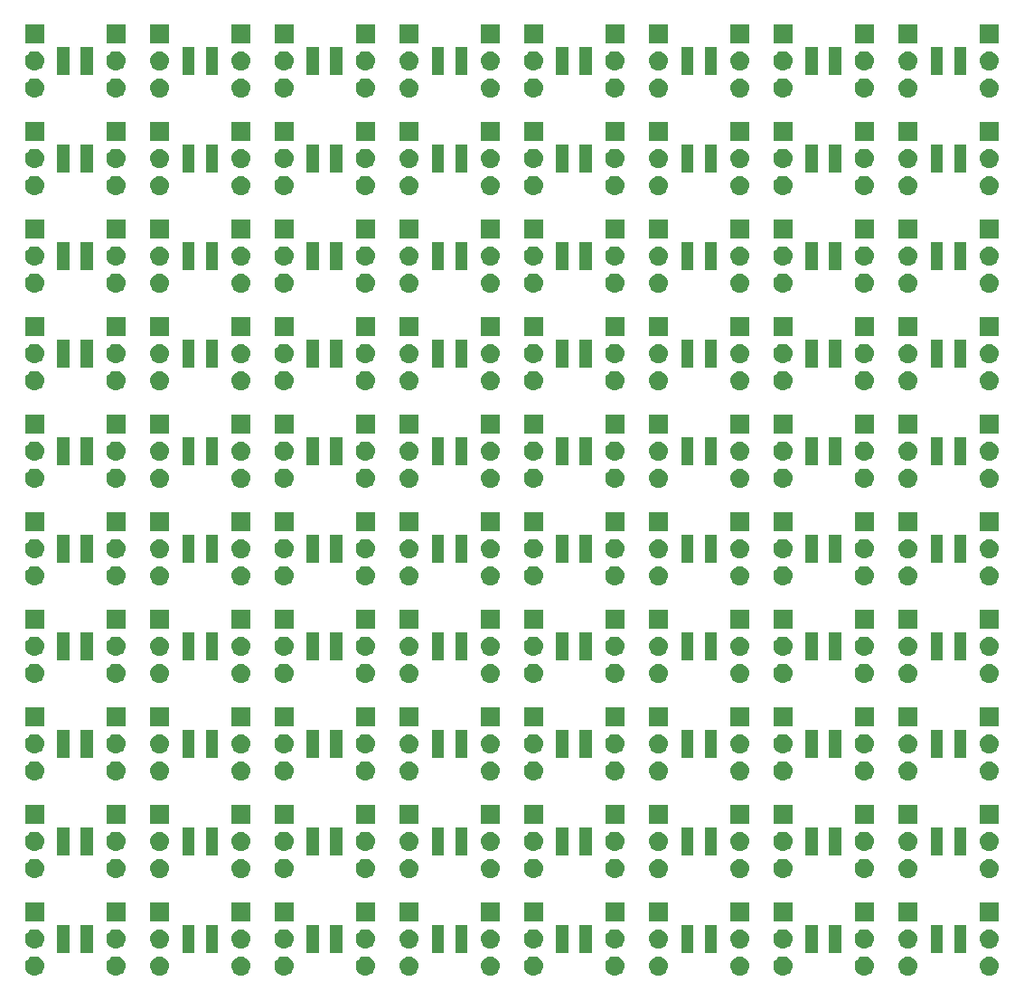
<source format=gbr>
G04 #@! TF.GenerationSoftware,KiCad,Pcbnew,(5.1.4)-1*
G04 #@! TF.CreationDate,2020-04-16T14:38:51+01:00*
G04 #@! TF.ProjectId,sot23Breakout,736f7432-3342-4726-9561-6b6f75742e6b,rev?*
G04 #@! TF.SameCoordinates,Original*
G04 #@! TF.FileFunction,Soldermask,Top*
G04 #@! TF.FilePolarity,Negative*
%FSLAX46Y46*%
G04 Gerber Fmt 4.6, Leading zero omitted, Abs format (unit mm)*
G04 Created by KiCad (PCBNEW (5.1.4)-1) date 2020-04-16 14:38:51*
%MOMM*%
%LPD*%
G04 APERTURE LIST*
%ADD10C,0.100000*%
G04 APERTURE END LIST*
D10*
G36*
X115194442Y-133479518D02*
G01*
X115260627Y-133486037D01*
X115430466Y-133537557D01*
X115586991Y-133621222D01*
X115622729Y-133650552D01*
X115724186Y-133733814D01*
X115807448Y-133835271D01*
X115836778Y-133871009D01*
X115920443Y-134027534D01*
X115971963Y-134197373D01*
X115989359Y-134374000D01*
X115971963Y-134550627D01*
X115920443Y-134720466D01*
X115836778Y-134876991D01*
X115807448Y-134912729D01*
X115724186Y-135014186D01*
X115622729Y-135097448D01*
X115586991Y-135126778D01*
X115430466Y-135210443D01*
X115260627Y-135261963D01*
X115194443Y-135268481D01*
X115128260Y-135275000D01*
X115039740Y-135275000D01*
X114973557Y-135268481D01*
X114907373Y-135261963D01*
X114737534Y-135210443D01*
X114581009Y-135126778D01*
X114545271Y-135097448D01*
X114443814Y-135014186D01*
X114360552Y-134912729D01*
X114331222Y-134876991D01*
X114247557Y-134720466D01*
X114196037Y-134550627D01*
X114178641Y-134374000D01*
X114196037Y-134197373D01*
X114247557Y-134027534D01*
X114331222Y-133871009D01*
X114360552Y-133835271D01*
X114443814Y-133733814D01*
X114545271Y-133650552D01*
X114581009Y-133621222D01*
X114737534Y-133537557D01*
X114907373Y-133486037D01*
X114973558Y-133479518D01*
X115039740Y-133473000D01*
X115128260Y-133473000D01*
X115194442Y-133479518D01*
X115194442Y-133479518D01*
G37*
G36*
X122814442Y-133479518D02*
G01*
X122880627Y-133486037D01*
X123050466Y-133537557D01*
X123206991Y-133621222D01*
X123242729Y-133650552D01*
X123344186Y-133733814D01*
X123427448Y-133835271D01*
X123456778Y-133871009D01*
X123540443Y-134027534D01*
X123591963Y-134197373D01*
X123609359Y-134374000D01*
X123591963Y-134550627D01*
X123540443Y-134720466D01*
X123456778Y-134876991D01*
X123427448Y-134912729D01*
X123344186Y-135014186D01*
X123242729Y-135097448D01*
X123206991Y-135126778D01*
X123050466Y-135210443D01*
X122880627Y-135261963D01*
X122814443Y-135268481D01*
X122748260Y-135275000D01*
X122659740Y-135275000D01*
X122593557Y-135268481D01*
X122527373Y-135261963D01*
X122357534Y-135210443D01*
X122201009Y-135126778D01*
X122165271Y-135097448D01*
X122063814Y-135014186D01*
X121980552Y-134912729D01*
X121951222Y-134876991D01*
X121867557Y-134720466D01*
X121816037Y-134550627D01*
X121798641Y-134374000D01*
X121816037Y-134197373D01*
X121867557Y-134027534D01*
X121951222Y-133871009D01*
X121980552Y-133835271D01*
X122063814Y-133733814D01*
X122165271Y-133650552D01*
X122201009Y-133621222D01*
X122357534Y-133537557D01*
X122527373Y-133486037D01*
X122593558Y-133479518D01*
X122659740Y-133473000D01*
X122748260Y-133473000D01*
X122814442Y-133479518D01*
X122814442Y-133479518D01*
G37*
G36*
X146182442Y-133479518D02*
G01*
X146248627Y-133486037D01*
X146418466Y-133537557D01*
X146574991Y-133621222D01*
X146610729Y-133650552D01*
X146712186Y-133733814D01*
X146795448Y-133835271D01*
X146824778Y-133871009D01*
X146908443Y-134027534D01*
X146959963Y-134197373D01*
X146977359Y-134374000D01*
X146959963Y-134550627D01*
X146908443Y-134720466D01*
X146824778Y-134876991D01*
X146795448Y-134912729D01*
X146712186Y-135014186D01*
X146610729Y-135097448D01*
X146574991Y-135126778D01*
X146418466Y-135210443D01*
X146248627Y-135261963D01*
X146182443Y-135268481D01*
X146116260Y-135275000D01*
X146027740Y-135275000D01*
X145961557Y-135268481D01*
X145895373Y-135261963D01*
X145725534Y-135210443D01*
X145569009Y-135126778D01*
X145533271Y-135097448D01*
X145431814Y-135014186D01*
X145348552Y-134912729D01*
X145319222Y-134876991D01*
X145235557Y-134720466D01*
X145184037Y-134550627D01*
X145166641Y-134374000D01*
X145184037Y-134197373D01*
X145235557Y-134027534D01*
X145319222Y-133871009D01*
X145348552Y-133835271D01*
X145431814Y-133733814D01*
X145533271Y-133650552D01*
X145569009Y-133621222D01*
X145725534Y-133537557D01*
X145895373Y-133486037D01*
X145961558Y-133479518D01*
X146027740Y-133473000D01*
X146116260Y-133473000D01*
X146182442Y-133479518D01*
X146182442Y-133479518D01*
G37*
G36*
X76078442Y-133479518D02*
G01*
X76144627Y-133486037D01*
X76314466Y-133537557D01*
X76470991Y-133621222D01*
X76506729Y-133650552D01*
X76608186Y-133733814D01*
X76691448Y-133835271D01*
X76720778Y-133871009D01*
X76804443Y-134027534D01*
X76855963Y-134197373D01*
X76873359Y-134374000D01*
X76855963Y-134550627D01*
X76804443Y-134720466D01*
X76720778Y-134876991D01*
X76691448Y-134912729D01*
X76608186Y-135014186D01*
X76506729Y-135097448D01*
X76470991Y-135126778D01*
X76314466Y-135210443D01*
X76144627Y-135261963D01*
X76078443Y-135268481D01*
X76012260Y-135275000D01*
X75923740Y-135275000D01*
X75857557Y-135268481D01*
X75791373Y-135261963D01*
X75621534Y-135210443D01*
X75465009Y-135126778D01*
X75429271Y-135097448D01*
X75327814Y-135014186D01*
X75244552Y-134912729D01*
X75215222Y-134876991D01*
X75131557Y-134720466D01*
X75080037Y-134550627D01*
X75062641Y-134374000D01*
X75080037Y-134197373D01*
X75131557Y-134027534D01*
X75215222Y-133871009D01*
X75244552Y-133835271D01*
X75327814Y-133733814D01*
X75429271Y-133650552D01*
X75465009Y-133621222D01*
X75621534Y-133537557D01*
X75791373Y-133486037D01*
X75857558Y-133479518D01*
X75923740Y-133473000D01*
X76012260Y-133473000D01*
X76078442Y-133479518D01*
X76078442Y-133479518D01*
G37*
G36*
X68458442Y-133479518D02*
G01*
X68524627Y-133486037D01*
X68694466Y-133537557D01*
X68850991Y-133621222D01*
X68886729Y-133650552D01*
X68988186Y-133733814D01*
X69071448Y-133835271D01*
X69100778Y-133871009D01*
X69184443Y-134027534D01*
X69235963Y-134197373D01*
X69253359Y-134374000D01*
X69235963Y-134550627D01*
X69184443Y-134720466D01*
X69100778Y-134876991D01*
X69071448Y-134912729D01*
X68988186Y-135014186D01*
X68886729Y-135097448D01*
X68850991Y-135126778D01*
X68694466Y-135210443D01*
X68524627Y-135261963D01*
X68458443Y-135268481D01*
X68392260Y-135275000D01*
X68303740Y-135275000D01*
X68237557Y-135268481D01*
X68171373Y-135261963D01*
X68001534Y-135210443D01*
X67845009Y-135126778D01*
X67809271Y-135097448D01*
X67707814Y-135014186D01*
X67624552Y-134912729D01*
X67595222Y-134876991D01*
X67511557Y-134720466D01*
X67460037Y-134550627D01*
X67442641Y-134374000D01*
X67460037Y-134197373D01*
X67511557Y-134027534D01*
X67595222Y-133871009D01*
X67624552Y-133835271D01*
X67707814Y-133733814D01*
X67809271Y-133650552D01*
X67845009Y-133621222D01*
X68001534Y-133537557D01*
X68171373Y-133486037D01*
X68237558Y-133479518D01*
X68303740Y-133473000D01*
X68392260Y-133473000D01*
X68458442Y-133479518D01*
X68458442Y-133479518D01*
G37*
G36*
X99446442Y-133479518D02*
G01*
X99512627Y-133486037D01*
X99682466Y-133537557D01*
X99838991Y-133621222D01*
X99874729Y-133650552D01*
X99976186Y-133733814D01*
X100059448Y-133835271D01*
X100088778Y-133871009D01*
X100172443Y-134027534D01*
X100223963Y-134197373D01*
X100241359Y-134374000D01*
X100223963Y-134550627D01*
X100172443Y-134720466D01*
X100088778Y-134876991D01*
X100059448Y-134912729D01*
X99976186Y-135014186D01*
X99874729Y-135097448D01*
X99838991Y-135126778D01*
X99682466Y-135210443D01*
X99512627Y-135261963D01*
X99446443Y-135268481D01*
X99380260Y-135275000D01*
X99291740Y-135275000D01*
X99225557Y-135268481D01*
X99159373Y-135261963D01*
X98989534Y-135210443D01*
X98833009Y-135126778D01*
X98797271Y-135097448D01*
X98695814Y-135014186D01*
X98612552Y-134912729D01*
X98583222Y-134876991D01*
X98499557Y-134720466D01*
X98448037Y-134550627D01*
X98430641Y-134374000D01*
X98448037Y-134197373D01*
X98499557Y-134027534D01*
X98583222Y-133871009D01*
X98612552Y-133835271D01*
X98695814Y-133733814D01*
X98797271Y-133650552D01*
X98833009Y-133621222D01*
X98989534Y-133537557D01*
X99159373Y-133486037D01*
X99225558Y-133479518D01*
X99291740Y-133473000D01*
X99380260Y-133473000D01*
X99446442Y-133479518D01*
X99446442Y-133479518D01*
G37*
G36*
X91826442Y-133479518D02*
G01*
X91892627Y-133486037D01*
X92062466Y-133537557D01*
X92218991Y-133621222D01*
X92254729Y-133650552D01*
X92356186Y-133733814D01*
X92439448Y-133835271D01*
X92468778Y-133871009D01*
X92552443Y-134027534D01*
X92603963Y-134197373D01*
X92621359Y-134374000D01*
X92603963Y-134550627D01*
X92552443Y-134720466D01*
X92468778Y-134876991D01*
X92439448Y-134912729D01*
X92356186Y-135014186D01*
X92254729Y-135097448D01*
X92218991Y-135126778D01*
X92062466Y-135210443D01*
X91892627Y-135261963D01*
X91826443Y-135268481D01*
X91760260Y-135275000D01*
X91671740Y-135275000D01*
X91605557Y-135268481D01*
X91539373Y-135261963D01*
X91369534Y-135210443D01*
X91213009Y-135126778D01*
X91177271Y-135097448D01*
X91075814Y-135014186D01*
X90992552Y-134912729D01*
X90963222Y-134876991D01*
X90879557Y-134720466D01*
X90828037Y-134550627D01*
X90810641Y-134374000D01*
X90828037Y-134197373D01*
X90879557Y-134027534D01*
X90963222Y-133871009D01*
X90992552Y-133835271D01*
X91075814Y-133733814D01*
X91177271Y-133650552D01*
X91213009Y-133621222D01*
X91369534Y-133537557D01*
X91539373Y-133486037D01*
X91605558Y-133479518D01*
X91671740Y-133473000D01*
X91760260Y-133473000D01*
X91826442Y-133479518D01*
X91826442Y-133479518D01*
G37*
G36*
X138562442Y-133479518D02*
G01*
X138628627Y-133486037D01*
X138798466Y-133537557D01*
X138954991Y-133621222D01*
X138990729Y-133650552D01*
X139092186Y-133733814D01*
X139175448Y-133835271D01*
X139204778Y-133871009D01*
X139288443Y-134027534D01*
X139339963Y-134197373D01*
X139357359Y-134374000D01*
X139339963Y-134550627D01*
X139288443Y-134720466D01*
X139204778Y-134876991D01*
X139175448Y-134912729D01*
X139092186Y-135014186D01*
X138990729Y-135097448D01*
X138954991Y-135126778D01*
X138798466Y-135210443D01*
X138628627Y-135261963D01*
X138562443Y-135268481D01*
X138496260Y-135275000D01*
X138407740Y-135275000D01*
X138341557Y-135268481D01*
X138275373Y-135261963D01*
X138105534Y-135210443D01*
X137949009Y-135126778D01*
X137913271Y-135097448D01*
X137811814Y-135014186D01*
X137728552Y-134912729D01*
X137699222Y-134876991D01*
X137615557Y-134720466D01*
X137564037Y-134550627D01*
X137546641Y-134374000D01*
X137564037Y-134197373D01*
X137615557Y-134027534D01*
X137699222Y-133871009D01*
X137728552Y-133835271D01*
X137811814Y-133733814D01*
X137913271Y-133650552D01*
X137949009Y-133621222D01*
X138105534Y-133537557D01*
X138275373Y-133486037D01*
X138341558Y-133479518D01*
X138407740Y-133473000D01*
X138496260Y-133473000D01*
X138562442Y-133479518D01*
X138562442Y-133479518D01*
G37*
G36*
X134476442Y-133471518D02*
G01*
X134542627Y-133478037D01*
X134712466Y-133529557D01*
X134868991Y-133613222D01*
X134904729Y-133642552D01*
X135006186Y-133725814D01*
X135089448Y-133827271D01*
X135118778Y-133863009D01*
X135202443Y-134019534D01*
X135253963Y-134189373D01*
X135271359Y-134366000D01*
X135253963Y-134542627D01*
X135202443Y-134712466D01*
X135118778Y-134868991D01*
X135089448Y-134904729D01*
X135006186Y-135006186D01*
X134904729Y-135089448D01*
X134868991Y-135118778D01*
X134712466Y-135202443D01*
X134542627Y-135253963D01*
X134476443Y-135260481D01*
X134410260Y-135267000D01*
X134321740Y-135267000D01*
X134255557Y-135260481D01*
X134189373Y-135253963D01*
X134019534Y-135202443D01*
X133863009Y-135118778D01*
X133827271Y-135089448D01*
X133725814Y-135006186D01*
X133642552Y-134904729D01*
X133613222Y-134868991D01*
X133529557Y-134712466D01*
X133478037Y-134542627D01*
X133460641Y-134366000D01*
X133478037Y-134189373D01*
X133529557Y-134019534D01*
X133613222Y-133863009D01*
X133642552Y-133827271D01*
X133725814Y-133725814D01*
X133827271Y-133642552D01*
X133863009Y-133613222D01*
X134019534Y-133529557D01*
X134189373Y-133478037D01*
X134255558Y-133471518D01*
X134321740Y-133465000D01*
X134410260Y-133465000D01*
X134476442Y-133471518D01*
X134476442Y-133471518D01*
G37*
G36*
X87740442Y-133471518D02*
G01*
X87806627Y-133478037D01*
X87976466Y-133529557D01*
X88132991Y-133613222D01*
X88168729Y-133642552D01*
X88270186Y-133725814D01*
X88353448Y-133827271D01*
X88382778Y-133863009D01*
X88466443Y-134019534D01*
X88517963Y-134189373D01*
X88535359Y-134366000D01*
X88517963Y-134542627D01*
X88466443Y-134712466D01*
X88382778Y-134868991D01*
X88353448Y-134904729D01*
X88270186Y-135006186D01*
X88168729Y-135089448D01*
X88132991Y-135118778D01*
X87976466Y-135202443D01*
X87806627Y-135253963D01*
X87740443Y-135260481D01*
X87674260Y-135267000D01*
X87585740Y-135267000D01*
X87519557Y-135260481D01*
X87453373Y-135253963D01*
X87283534Y-135202443D01*
X87127009Y-135118778D01*
X87091271Y-135089448D01*
X86989814Y-135006186D01*
X86906552Y-134904729D01*
X86877222Y-134868991D01*
X86793557Y-134712466D01*
X86742037Y-134542627D01*
X86724641Y-134366000D01*
X86742037Y-134189373D01*
X86793557Y-134019534D01*
X86877222Y-133863009D01*
X86906552Y-133827271D01*
X86989814Y-133725814D01*
X87091271Y-133642552D01*
X87127009Y-133613222D01*
X87283534Y-133529557D01*
X87453373Y-133478037D01*
X87519558Y-133471518D01*
X87585740Y-133465000D01*
X87674260Y-133465000D01*
X87740442Y-133471518D01*
X87740442Y-133471518D01*
G37*
G36*
X80120442Y-133471518D02*
G01*
X80186627Y-133478037D01*
X80356466Y-133529557D01*
X80512991Y-133613222D01*
X80548729Y-133642552D01*
X80650186Y-133725814D01*
X80733448Y-133827271D01*
X80762778Y-133863009D01*
X80846443Y-134019534D01*
X80897963Y-134189373D01*
X80915359Y-134366000D01*
X80897963Y-134542627D01*
X80846443Y-134712466D01*
X80762778Y-134868991D01*
X80733448Y-134904729D01*
X80650186Y-135006186D01*
X80548729Y-135089448D01*
X80512991Y-135118778D01*
X80356466Y-135202443D01*
X80186627Y-135253963D01*
X80120443Y-135260481D01*
X80054260Y-135267000D01*
X79965740Y-135267000D01*
X79899557Y-135260481D01*
X79833373Y-135253963D01*
X79663534Y-135202443D01*
X79507009Y-135118778D01*
X79471271Y-135089448D01*
X79369814Y-135006186D01*
X79286552Y-134904729D01*
X79257222Y-134868991D01*
X79173557Y-134712466D01*
X79122037Y-134542627D01*
X79104641Y-134366000D01*
X79122037Y-134189373D01*
X79173557Y-134019534D01*
X79257222Y-133863009D01*
X79286552Y-133827271D01*
X79369814Y-133725814D01*
X79471271Y-133642552D01*
X79507009Y-133613222D01*
X79663534Y-133529557D01*
X79833373Y-133478037D01*
X79899558Y-133471518D01*
X79965740Y-133465000D01*
X80054260Y-133465000D01*
X80120442Y-133471518D01*
X80120442Y-133471518D01*
G37*
G36*
X56752442Y-133471518D02*
G01*
X56818627Y-133478037D01*
X56988466Y-133529557D01*
X57144991Y-133613222D01*
X57180729Y-133642552D01*
X57282186Y-133725814D01*
X57365448Y-133827271D01*
X57394778Y-133863009D01*
X57478443Y-134019534D01*
X57529963Y-134189373D01*
X57547359Y-134366000D01*
X57529963Y-134542627D01*
X57478443Y-134712466D01*
X57394778Y-134868991D01*
X57365448Y-134904729D01*
X57282186Y-135006186D01*
X57180729Y-135089448D01*
X57144991Y-135118778D01*
X56988466Y-135202443D01*
X56818627Y-135253963D01*
X56752443Y-135260481D01*
X56686260Y-135267000D01*
X56597740Y-135267000D01*
X56531557Y-135260481D01*
X56465373Y-135253963D01*
X56295534Y-135202443D01*
X56139009Y-135118778D01*
X56103271Y-135089448D01*
X56001814Y-135006186D01*
X55918552Y-134904729D01*
X55889222Y-134868991D01*
X55805557Y-134712466D01*
X55754037Y-134542627D01*
X55736641Y-134366000D01*
X55754037Y-134189373D01*
X55805557Y-134019534D01*
X55889222Y-133863009D01*
X55918552Y-133827271D01*
X56001814Y-133725814D01*
X56103271Y-133642552D01*
X56139009Y-133613222D01*
X56295534Y-133529557D01*
X56465373Y-133478037D01*
X56531558Y-133471518D01*
X56597740Y-133465000D01*
X56686260Y-133465000D01*
X56752442Y-133471518D01*
X56752442Y-133471518D01*
G37*
G36*
X64372442Y-133471518D02*
G01*
X64438627Y-133478037D01*
X64608466Y-133529557D01*
X64764991Y-133613222D01*
X64800729Y-133642552D01*
X64902186Y-133725814D01*
X64985448Y-133827271D01*
X65014778Y-133863009D01*
X65098443Y-134019534D01*
X65149963Y-134189373D01*
X65167359Y-134366000D01*
X65149963Y-134542627D01*
X65098443Y-134712466D01*
X65014778Y-134868991D01*
X64985448Y-134904729D01*
X64902186Y-135006186D01*
X64800729Y-135089448D01*
X64764991Y-135118778D01*
X64608466Y-135202443D01*
X64438627Y-135253963D01*
X64372443Y-135260481D01*
X64306260Y-135267000D01*
X64217740Y-135267000D01*
X64151557Y-135260481D01*
X64085373Y-135253963D01*
X63915534Y-135202443D01*
X63759009Y-135118778D01*
X63723271Y-135089448D01*
X63621814Y-135006186D01*
X63538552Y-134904729D01*
X63509222Y-134868991D01*
X63425557Y-134712466D01*
X63374037Y-134542627D01*
X63356641Y-134366000D01*
X63374037Y-134189373D01*
X63425557Y-134019534D01*
X63509222Y-133863009D01*
X63538552Y-133827271D01*
X63621814Y-133725814D01*
X63723271Y-133642552D01*
X63759009Y-133613222D01*
X63915534Y-133529557D01*
X64085373Y-133478037D01*
X64151558Y-133471518D01*
X64217740Y-133465000D01*
X64306260Y-133465000D01*
X64372442Y-133471518D01*
X64372442Y-133471518D01*
G37*
G36*
X103488442Y-133471518D02*
G01*
X103554627Y-133478037D01*
X103724466Y-133529557D01*
X103880991Y-133613222D01*
X103916729Y-133642552D01*
X104018186Y-133725814D01*
X104101448Y-133827271D01*
X104130778Y-133863009D01*
X104214443Y-134019534D01*
X104265963Y-134189373D01*
X104283359Y-134366000D01*
X104265963Y-134542627D01*
X104214443Y-134712466D01*
X104130778Y-134868991D01*
X104101448Y-134904729D01*
X104018186Y-135006186D01*
X103916729Y-135089448D01*
X103880991Y-135118778D01*
X103724466Y-135202443D01*
X103554627Y-135253963D01*
X103488443Y-135260481D01*
X103422260Y-135267000D01*
X103333740Y-135267000D01*
X103267557Y-135260481D01*
X103201373Y-135253963D01*
X103031534Y-135202443D01*
X102875009Y-135118778D01*
X102839271Y-135089448D01*
X102737814Y-135006186D01*
X102654552Y-134904729D01*
X102625222Y-134868991D01*
X102541557Y-134712466D01*
X102490037Y-134542627D01*
X102472641Y-134366000D01*
X102490037Y-134189373D01*
X102541557Y-134019534D01*
X102625222Y-133863009D01*
X102654552Y-133827271D01*
X102737814Y-133725814D01*
X102839271Y-133642552D01*
X102875009Y-133613222D01*
X103031534Y-133529557D01*
X103201373Y-133478037D01*
X103267558Y-133471518D01*
X103333740Y-133465000D01*
X103422260Y-133465000D01*
X103488442Y-133471518D01*
X103488442Y-133471518D01*
G37*
G36*
X111108442Y-133471518D02*
G01*
X111174627Y-133478037D01*
X111344466Y-133529557D01*
X111500991Y-133613222D01*
X111536729Y-133642552D01*
X111638186Y-133725814D01*
X111721448Y-133827271D01*
X111750778Y-133863009D01*
X111834443Y-134019534D01*
X111885963Y-134189373D01*
X111903359Y-134366000D01*
X111885963Y-134542627D01*
X111834443Y-134712466D01*
X111750778Y-134868991D01*
X111721448Y-134904729D01*
X111638186Y-135006186D01*
X111536729Y-135089448D01*
X111500991Y-135118778D01*
X111344466Y-135202443D01*
X111174627Y-135253963D01*
X111108443Y-135260481D01*
X111042260Y-135267000D01*
X110953740Y-135267000D01*
X110887557Y-135260481D01*
X110821373Y-135253963D01*
X110651534Y-135202443D01*
X110495009Y-135118778D01*
X110459271Y-135089448D01*
X110357814Y-135006186D01*
X110274552Y-134904729D01*
X110245222Y-134868991D01*
X110161557Y-134712466D01*
X110110037Y-134542627D01*
X110092641Y-134366000D01*
X110110037Y-134189373D01*
X110161557Y-134019534D01*
X110245222Y-133863009D01*
X110274552Y-133827271D01*
X110357814Y-133725814D01*
X110459271Y-133642552D01*
X110495009Y-133613222D01*
X110651534Y-133529557D01*
X110821373Y-133478037D01*
X110887558Y-133471518D01*
X110953740Y-133465000D01*
X111042260Y-133465000D01*
X111108442Y-133471518D01*
X111108442Y-133471518D01*
G37*
G36*
X126856442Y-133471518D02*
G01*
X126922627Y-133478037D01*
X127092466Y-133529557D01*
X127248991Y-133613222D01*
X127284729Y-133642552D01*
X127386186Y-133725814D01*
X127469448Y-133827271D01*
X127498778Y-133863009D01*
X127582443Y-134019534D01*
X127633963Y-134189373D01*
X127651359Y-134366000D01*
X127633963Y-134542627D01*
X127582443Y-134712466D01*
X127498778Y-134868991D01*
X127469448Y-134904729D01*
X127386186Y-135006186D01*
X127284729Y-135089448D01*
X127248991Y-135118778D01*
X127092466Y-135202443D01*
X126922627Y-135253963D01*
X126856443Y-135260481D01*
X126790260Y-135267000D01*
X126701740Y-135267000D01*
X126635557Y-135260481D01*
X126569373Y-135253963D01*
X126399534Y-135202443D01*
X126243009Y-135118778D01*
X126207271Y-135089448D01*
X126105814Y-135006186D01*
X126022552Y-134904729D01*
X125993222Y-134868991D01*
X125909557Y-134712466D01*
X125858037Y-134542627D01*
X125840641Y-134366000D01*
X125858037Y-134189373D01*
X125909557Y-134019534D01*
X125993222Y-133863009D01*
X126022552Y-133827271D01*
X126105814Y-133725814D01*
X126207271Y-133642552D01*
X126243009Y-133613222D01*
X126399534Y-133529557D01*
X126569373Y-133478037D01*
X126635558Y-133471518D01*
X126701740Y-133465000D01*
X126790260Y-133465000D01*
X126856442Y-133471518D01*
X126856442Y-133471518D01*
G37*
G36*
X120575000Y-133160000D02*
G01*
X119413000Y-133160000D01*
X119413000Y-130508000D01*
X120575000Y-130508000D01*
X120575000Y-133160000D01*
X120575000Y-133160000D01*
G37*
G36*
X118375000Y-133160000D02*
G01*
X117213000Y-133160000D01*
X117213000Y-130508000D01*
X118375000Y-130508000D01*
X118375000Y-133160000D01*
X118375000Y-133160000D01*
G37*
G36*
X97207000Y-133160000D02*
G01*
X96045000Y-133160000D01*
X96045000Y-130508000D01*
X97207000Y-130508000D01*
X97207000Y-133160000D01*
X97207000Y-133160000D01*
G37*
G36*
X143943000Y-133160000D02*
G01*
X142781000Y-133160000D01*
X142781000Y-130508000D01*
X143943000Y-130508000D01*
X143943000Y-133160000D01*
X143943000Y-133160000D01*
G37*
G36*
X95007000Y-133160000D02*
G01*
X93845000Y-133160000D01*
X93845000Y-130508000D01*
X95007000Y-130508000D01*
X95007000Y-133160000D01*
X95007000Y-133160000D01*
G37*
G36*
X71639000Y-133160000D02*
G01*
X70477000Y-133160000D01*
X70477000Y-130508000D01*
X71639000Y-130508000D01*
X71639000Y-133160000D01*
X71639000Y-133160000D01*
G37*
G36*
X73839000Y-133160000D02*
G01*
X72677000Y-133160000D01*
X72677000Y-130508000D01*
X73839000Y-130508000D01*
X73839000Y-133160000D01*
X73839000Y-133160000D01*
G37*
G36*
X141743000Y-133160000D02*
G01*
X140581000Y-133160000D01*
X140581000Y-130508000D01*
X141743000Y-130508000D01*
X141743000Y-133160000D01*
X141743000Y-133160000D01*
G37*
G36*
X130037000Y-133152000D02*
G01*
X128875000Y-133152000D01*
X128875000Y-130500000D01*
X130037000Y-130500000D01*
X130037000Y-133152000D01*
X130037000Y-133152000D01*
G37*
G36*
X83301000Y-133152000D02*
G01*
X82139000Y-133152000D01*
X82139000Y-130500000D01*
X83301000Y-130500000D01*
X83301000Y-133152000D01*
X83301000Y-133152000D01*
G37*
G36*
X85501000Y-133152000D02*
G01*
X84339000Y-133152000D01*
X84339000Y-130500000D01*
X85501000Y-130500000D01*
X85501000Y-133152000D01*
X85501000Y-133152000D01*
G37*
G36*
X132237000Y-133152000D02*
G01*
X131075000Y-133152000D01*
X131075000Y-130500000D01*
X132237000Y-130500000D01*
X132237000Y-133152000D01*
X132237000Y-133152000D01*
G37*
G36*
X108869000Y-133152000D02*
G01*
X107707000Y-133152000D01*
X107707000Y-130500000D01*
X108869000Y-130500000D01*
X108869000Y-133152000D01*
X108869000Y-133152000D01*
G37*
G36*
X106669000Y-133152000D02*
G01*
X105507000Y-133152000D01*
X105507000Y-130500000D01*
X106669000Y-130500000D01*
X106669000Y-133152000D01*
X106669000Y-133152000D01*
G37*
G36*
X59933000Y-133152000D02*
G01*
X58771000Y-133152000D01*
X58771000Y-130500000D01*
X59933000Y-130500000D01*
X59933000Y-133152000D01*
X59933000Y-133152000D01*
G37*
G36*
X62133000Y-133152000D02*
G01*
X60971000Y-133152000D01*
X60971000Y-130500000D01*
X62133000Y-130500000D01*
X62133000Y-133152000D01*
X62133000Y-133152000D01*
G37*
G36*
X146182443Y-130939519D02*
G01*
X146248627Y-130946037D01*
X146418466Y-130997557D01*
X146574991Y-131081222D01*
X146610729Y-131110552D01*
X146712186Y-131193814D01*
X146795448Y-131295271D01*
X146824778Y-131331009D01*
X146908443Y-131487534D01*
X146959963Y-131657373D01*
X146977359Y-131834000D01*
X146959963Y-132010627D01*
X146908443Y-132180466D01*
X146824778Y-132336991D01*
X146795448Y-132372729D01*
X146712186Y-132474186D01*
X146610729Y-132557448D01*
X146574991Y-132586778D01*
X146418466Y-132670443D01*
X146248627Y-132721963D01*
X146182443Y-132728481D01*
X146116260Y-132735000D01*
X146027740Y-132735000D01*
X145961557Y-132728481D01*
X145895373Y-132721963D01*
X145725534Y-132670443D01*
X145569009Y-132586778D01*
X145533271Y-132557448D01*
X145431814Y-132474186D01*
X145348552Y-132372729D01*
X145319222Y-132336991D01*
X145235557Y-132180466D01*
X145184037Y-132010627D01*
X145166641Y-131834000D01*
X145184037Y-131657373D01*
X145235557Y-131487534D01*
X145319222Y-131331009D01*
X145348552Y-131295271D01*
X145431814Y-131193814D01*
X145533271Y-131110552D01*
X145569009Y-131081222D01*
X145725534Y-130997557D01*
X145895373Y-130946037D01*
X145961557Y-130939519D01*
X146027740Y-130933000D01*
X146116260Y-130933000D01*
X146182443Y-130939519D01*
X146182443Y-130939519D01*
G37*
G36*
X99446443Y-130939519D02*
G01*
X99512627Y-130946037D01*
X99682466Y-130997557D01*
X99838991Y-131081222D01*
X99874729Y-131110552D01*
X99976186Y-131193814D01*
X100059448Y-131295271D01*
X100088778Y-131331009D01*
X100172443Y-131487534D01*
X100223963Y-131657373D01*
X100241359Y-131834000D01*
X100223963Y-132010627D01*
X100172443Y-132180466D01*
X100088778Y-132336991D01*
X100059448Y-132372729D01*
X99976186Y-132474186D01*
X99874729Y-132557448D01*
X99838991Y-132586778D01*
X99682466Y-132670443D01*
X99512627Y-132721963D01*
X99446443Y-132728481D01*
X99380260Y-132735000D01*
X99291740Y-132735000D01*
X99225557Y-132728481D01*
X99159373Y-132721963D01*
X98989534Y-132670443D01*
X98833009Y-132586778D01*
X98797271Y-132557448D01*
X98695814Y-132474186D01*
X98612552Y-132372729D01*
X98583222Y-132336991D01*
X98499557Y-132180466D01*
X98448037Y-132010627D01*
X98430641Y-131834000D01*
X98448037Y-131657373D01*
X98499557Y-131487534D01*
X98583222Y-131331009D01*
X98612552Y-131295271D01*
X98695814Y-131193814D01*
X98797271Y-131110552D01*
X98833009Y-131081222D01*
X98989534Y-130997557D01*
X99159373Y-130946037D01*
X99225557Y-130939519D01*
X99291740Y-130933000D01*
X99380260Y-130933000D01*
X99446443Y-130939519D01*
X99446443Y-130939519D01*
G37*
G36*
X68458443Y-130939519D02*
G01*
X68524627Y-130946037D01*
X68694466Y-130997557D01*
X68850991Y-131081222D01*
X68886729Y-131110552D01*
X68988186Y-131193814D01*
X69071448Y-131295271D01*
X69100778Y-131331009D01*
X69184443Y-131487534D01*
X69235963Y-131657373D01*
X69253359Y-131834000D01*
X69235963Y-132010627D01*
X69184443Y-132180466D01*
X69100778Y-132336991D01*
X69071448Y-132372729D01*
X68988186Y-132474186D01*
X68886729Y-132557448D01*
X68850991Y-132586778D01*
X68694466Y-132670443D01*
X68524627Y-132721963D01*
X68458443Y-132728481D01*
X68392260Y-132735000D01*
X68303740Y-132735000D01*
X68237557Y-132728481D01*
X68171373Y-132721963D01*
X68001534Y-132670443D01*
X67845009Y-132586778D01*
X67809271Y-132557448D01*
X67707814Y-132474186D01*
X67624552Y-132372729D01*
X67595222Y-132336991D01*
X67511557Y-132180466D01*
X67460037Y-132010627D01*
X67442641Y-131834000D01*
X67460037Y-131657373D01*
X67511557Y-131487534D01*
X67595222Y-131331009D01*
X67624552Y-131295271D01*
X67707814Y-131193814D01*
X67809271Y-131110552D01*
X67845009Y-131081222D01*
X68001534Y-130997557D01*
X68171373Y-130946037D01*
X68237557Y-130939519D01*
X68303740Y-130933000D01*
X68392260Y-130933000D01*
X68458443Y-130939519D01*
X68458443Y-130939519D01*
G37*
G36*
X91826443Y-130939519D02*
G01*
X91892627Y-130946037D01*
X92062466Y-130997557D01*
X92218991Y-131081222D01*
X92254729Y-131110552D01*
X92356186Y-131193814D01*
X92439448Y-131295271D01*
X92468778Y-131331009D01*
X92552443Y-131487534D01*
X92603963Y-131657373D01*
X92621359Y-131834000D01*
X92603963Y-132010627D01*
X92552443Y-132180466D01*
X92468778Y-132336991D01*
X92439448Y-132372729D01*
X92356186Y-132474186D01*
X92254729Y-132557448D01*
X92218991Y-132586778D01*
X92062466Y-132670443D01*
X91892627Y-132721963D01*
X91826443Y-132728481D01*
X91760260Y-132735000D01*
X91671740Y-132735000D01*
X91605557Y-132728481D01*
X91539373Y-132721963D01*
X91369534Y-132670443D01*
X91213009Y-132586778D01*
X91177271Y-132557448D01*
X91075814Y-132474186D01*
X90992552Y-132372729D01*
X90963222Y-132336991D01*
X90879557Y-132180466D01*
X90828037Y-132010627D01*
X90810641Y-131834000D01*
X90828037Y-131657373D01*
X90879557Y-131487534D01*
X90963222Y-131331009D01*
X90992552Y-131295271D01*
X91075814Y-131193814D01*
X91177271Y-131110552D01*
X91213009Y-131081222D01*
X91369534Y-130997557D01*
X91539373Y-130946037D01*
X91605557Y-130939519D01*
X91671740Y-130933000D01*
X91760260Y-130933000D01*
X91826443Y-130939519D01*
X91826443Y-130939519D01*
G37*
G36*
X76078443Y-130939519D02*
G01*
X76144627Y-130946037D01*
X76314466Y-130997557D01*
X76470991Y-131081222D01*
X76506729Y-131110552D01*
X76608186Y-131193814D01*
X76691448Y-131295271D01*
X76720778Y-131331009D01*
X76804443Y-131487534D01*
X76855963Y-131657373D01*
X76873359Y-131834000D01*
X76855963Y-132010627D01*
X76804443Y-132180466D01*
X76720778Y-132336991D01*
X76691448Y-132372729D01*
X76608186Y-132474186D01*
X76506729Y-132557448D01*
X76470991Y-132586778D01*
X76314466Y-132670443D01*
X76144627Y-132721963D01*
X76078443Y-132728481D01*
X76012260Y-132735000D01*
X75923740Y-132735000D01*
X75857557Y-132728481D01*
X75791373Y-132721963D01*
X75621534Y-132670443D01*
X75465009Y-132586778D01*
X75429271Y-132557448D01*
X75327814Y-132474186D01*
X75244552Y-132372729D01*
X75215222Y-132336991D01*
X75131557Y-132180466D01*
X75080037Y-132010627D01*
X75062641Y-131834000D01*
X75080037Y-131657373D01*
X75131557Y-131487534D01*
X75215222Y-131331009D01*
X75244552Y-131295271D01*
X75327814Y-131193814D01*
X75429271Y-131110552D01*
X75465009Y-131081222D01*
X75621534Y-130997557D01*
X75791373Y-130946037D01*
X75857557Y-130939519D01*
X75923740Y-130933000D01*
X76012260Y-130933000D01*
X76078443Y-130939519D01*
X76078443Y-130939519D01*
G37*
G36*
X115194443Y-130939519D02*
G01*
X115260627Y-130946037D01*
X115430466Y-130997557D01*
X115586991Y-131081222D01*
X115622729Y-131110552D01*
X115724186Y-131193814D01*
X115807448Y-131295271D01*
X115836778Y-131331009D01*
X115920443Y-131487534D01*
X115971963Y-131657373D01*
X115989359Y-131834000D01*
X115971963Y-132010627D01*
X115920443Y-132180466D01*
X115836778Y-132336991D01*
X115807448Y-132372729D01*
X115724186Y-132474186D01*
X115622729Y-132557448D01*
X115586991Y-132586778D01*
X115430466Y-132670443D01*
X115260627Y-132721963D01*
X115194443Y-132728481D01*
X115128260Y-132735000D01*
X115039740Y-132735000D01*
X114973557Y-132728481D01*
X114907373Y-132721963D01*
X114737534Y-132670443D01*
X114581009Y-132586778D01*
X114545271Y-132557448D01*
X114443814Y-132474186D01*
X114360552Y-132372729D01*
X114331222Y-132336991D01*
X114247557Y-132180466D01*
X114196037Y-132010627D01*
X114178641Y-131834000D01*
X114196037Y-131657373D01*
X114247557Y-131487534D01*
X114331222Y-131331009D01*
X114360552Y-131295271D01*
X114443814Y-131193814D01*
X114545271Y-131110552D01*
X114581009Y-131081222D01*
X114737534Y-130997557D01*
X114907373Y-130946037D01*
X114973557Y-130939519D01*
X115039740Y-130933000D01*
X115128260Y-130933000D01*
X115194443Y-130939519D01*
X115194443Y-130939519D01*
G37*
G36*
X122814443Y-130939519D02*
G01*
X122880627Y-130946037D01*
X123050466Y-130997557D01*
X123206991Y-131081222D01*
X123242729Y-131110552D01*
X123344186Y-131193814D01*
X123427448Y-131295271D01*
X123456778Y-131331009D01*
X123540443Y-131487534D01*
X123591963Y-131657373D01*
X123609359Y-131834000D01*
X123591963Y-132010627D01*
X123540443Y-132180466D01*
X123456778Y-132336991D01*
X123427448Y-132372729D01*
X123344186Y-132474186D01*
X123242729Y-132557448D01*
X123206991Y-132586778D01*
X123050466Y-132670443D01*
X122880627Y-132721963D01*
X122814443Y-132728481D01*
X122748260Y-132735000D01*
X122659740Y-132735000D01*
X122593557Y-132728481D01*
X122527373Y-132721963D01*
X122357534Y-132670443D01*
X122201009Y-132586778D01*
X122165271Y-132557448D01*
X122063814Y-132474186D01*
X121980552Y-132372729D01*
X121951222Y-132336991D01*
X121867557Y-132180466D01*
X121816037Y-132010627D01*
X121798641Y-131834000D01*
X121816037Y-131657373D01*
X121867557Y-131487534D01*
X121951222Y-131331009D01*
X121980552Y-131295271D01*
X122063814Y-131193814D01*
X122165271Y-131110552D01*
X122201009Y-131081222D01*
X122357534Y-130997557D01*
X122527373Y-130946037D01*
X122593557Y-130939519D01*
X122659740Y-130933000D01*
X122748260Y-130933000D01*
X122814443Y-130939519D01*
X122814443Y-130939519D01*
G37*
G36*
X138562443Y-130939519D02*
G01*
X138628627Y-130946037D01*
X138798466Y-130997557D01*
X138954991Y-131081222D01*
X138990729Y-131110552D01*
X139092186Y-131193814D01*
X139175448Y-131295271D01*
X139204778Y-131331009D01*
X139288443Y-131487534D01*
X139339963Y-131657373D01*
X139357359Y-131834000D01*
X139339963Y-132010627D01*
X139288443Y-132180466D01*
X139204778Y-132336991D01*
X139175448Y-132372729D01*
X139092186Y-132474186D01*
X138990729Y-132557448D01*
X138954991Y-132586778D01*
X138798466Y-132670443D01*
X138628627Y-132721963D01*
X138562443Y-132728481D01*
X138496260Y-132735000D01*
X138407740Y-132735000D01*
X138341557Y-132728481D01*
X138275373Y-132721963D01*
X138105534Y-132670443D01*
X137949009Y-132586778D01*
X137913271Y-132557448D01*
X137811814Y-132474186D01*
X137728552Y-132372729D01*
X137699222Y-132336991D01*
X137615557Y-132180466D01*
X137564037Y-132010627D01*
X137546641Y-131834000D01*
X137564037Y-131657373D01*
X137615557Y-131487534D01*
X137699222Y-131331009D01*
X137728552Y-131295271D01*
X137811814Y-131193814D01*
X137913271Y-131110552D01*
X137949009Y-131081222D01*
X138105534Y-130997557D01*
X138275373Y-130946037D01*
X138341557Y-130939519D01*
X138407740Y-130933000D01*
X138496260Y-130933000D01*
X138562443Y-130939519D01*
X138562443Y-130939519D01*
G37*
G36*
X103488443Y-130931519D02*
G01*
X103554627Y-130938037D01*
X103724466Y-130989557D01*
X103880991Y-131073222D01*
X103916729Y-131102552D01*
X104018186Y-131185814D01*
X104101448Y-131287271D01*
X104130778Y-131323009D01*
X104214443Y-131479534D01*
X104265963Y-131649373D01*
X104283359Y-131826000D01*
X104265963Y-132002627D01*
X104214443Y-132172466D01*
X104130778Y-132328991D01*
X104101448Y-132364729D01*
X104018186Y-132466186D01*
X103916729Y-132549448D01*
X103880991Y-132578778D01*
X103724466Y-132662443D01*
X103554627Y-132713963D01*
X103488443Y-132720481D01*
X103422260Y-132727000D01*
X103333740Y-132727000D01*
X103267557Y-132720481D01*
X103201373Y-132713963D01*
X103031534Y-132662443D01*
X102875009Y-132578778D01*
X102839271Y-132549448D01*
X102737814Y-132466186D01*
X102654552Y-132364729D01*
X102625222Y-132328991D01*
X102541557Y-132172466D01*
X102490037Y-132002627D01*
X102472641Y-131826000D01*
X102490037Y-131649373D01*
X102541557Y-131479534D01*
X102625222Y-131323009D01*
X102654552Y-131287271D01*
X102737814Y-131185814D01*
X102839271Y-131102552D01*
X102875009Y-131073222D01*
X103031534Y-130989557D01*
X103201373Y-130938037D01*
X103267557Y-130931519D01*
X103333740Y-130925000D01*
X103422260Y-130925000D01*
X103488443Y-130931519D01*
X103488443Y-130931519D01*
G37*
G36*
X80120443Y-130931519D02*
G01*
X80186627Y-130938037D01*
X80356466Y-130989557D01*
X80512991Y-131073222D01*
X80548729Y-131102552D01*
X80650186Y-131185814D01*
X80733448Y-131287271D01*
X80762778Y-131323009D01*
X80846443Y-131479534D01*
X80897963Y-131649373D01*
X80915359Y-131826000D01*
X80897963Y-132002627D01*
X80846443Y-132172466D01*
X80762778Y-132328991D01*
X80733448Y-132364729D01*
X80650186Y-132466186D01*
X80548729Y-132549448D01*
X80512991Y-132578778D01*
X80356466Y-132662443D01*
X80186627Y-132713963D01*
X80120443Y-132720481D01*
X80054260Y-132727000D01*
X79965740Y-132727000D01*
X79899557Y-132720481D01*
X79833373Y-132713963D01*
X79663534Y-132662443D01*
X79507009Y-132578778D01*
X79471271Y-132549448D01*
X79369814Y-132466186D01*
X79286552Y-132364729D01*
X79257222Y-132328991D01*
X79173557Y-132172466D01*
X79122037Y-132002627D01*
X79104641Y-131826000D01*
X79122037Y-131649373D01*
X79173557Y-131479534D01*
X79257222Y-131323009D01*
X79286552Y-131287271D01*
X79369814Y-131185814D01*
X79471271Y-131102552D01*
X79507009Y-131073222D01*
X79663534Y-130989557D01*
X79833373Y-130938037D01*
X79899557Y-130931519D01*
X79965740Y-130925000D01*
X80054260Y-130925000D01*
X80120443Y-130931519D01*
X80120443Y-130931519D01*
G37*
G36*
X56752443Y-130931519D02*
G01*
X56818627Y-130938037D01*
X56988466Y-130989557D01*
X57144991Y-131073222D01*
X57180729Y-131102552D01*
X57282186Y-131185814D01*
X57365448Y-131287271D01*
X57394778Y-131323009D01*
X57478443Y-131479534D01*
X57529963Y-131649373D01*
X57547359Y-131826000D01*
X57529963Y-132002627D01*
X57478443Y-132172466D01*
X57394778Y-132328991D01*
X57365448Y-132364729D01*
X57282186Y-132466186D01*
X57180729Y-132549448D01*
X57144991Y-132578778D01*
X56988466Y-132662443D01*
X56818627Y-132713963D01*
X56752443Y-132720481D01*
X56686260Y-132727000D01*
X56597740Y-132727000D01*
X56531557Y-132720481D01*
X56465373Y-132713963D01*
X56295534Y-132662443D01*
X56139009Y-132578778D01*
X56103271Y-132549448D01*
X56001814Y-132466186D01*
X55918552Y-132364729D01*
X55889222Y-132328991D01*
X55805557Y-132172466D01*
X55754037Y-132002627D01*
X55736641Y-131826000D01*
X55754037Y-131649373D01*
X55805557Y-131479534D01*
X55889222Y-131323009D01*
X55918552Y-131287271D01*
X56001814Y-131185814D01*
X56103271Y-131102552D01*
X56139009Y-131073222D01*
X56295534Y-130989557D01*
X56465373Y-130938037D01*
X56531557Y-130931519D01*
X56597740Y-130925000D01*
X56686260Y-130925000D01*
X56752443Y-130931519D01*
X56752443Y-130931519D01*
G37*
G36*
X64372443Y-130931519D02*
G01*
X64438627Y-130938037D01*
X64608466Y-130989557D01*
X64764991Y-131073222D01*
X64800729Y-131102552D01*
X64902186Y-131185814D01*
X64985448Y-131287271D01*
X65014778Y-131323009D01*
X65098443Y-131479534D01*
X65149963Y-131649373D01*
X65167359Y-131826000D01*
X65149963Y-132002627D01*
X65098443Y-132172466D01*
X65014778Y-132328991D01*
X64985448Y-132364729D01*
X64902186Y-132466186D01*
X64800729Y-132549448D01*
X64764991Y-132578778D01*
X64608466Y-132662443D01*
X64438627Y-132713963D01*
X64372443Y-132720481D01*
X64306260Y-132727000D01*
X64217740Y-132727000D01*
X64151557Y-132720481D01*
X64085373Y-132713963D01*
X63915534Y-132662443D01*
X63759009Y-132578778D01*
X63723271Y-132549448D01*
X63621814Y-132466186D01*
X63538552Y-132364729D01*
X63509222Y-132328991D01*
X63425557Y-132172466D01*
X63374037Y-132002627D01*
X63356641Y-131826000D01*
X63374037Y-131649373D01*
X63425557Y-131479534D01*
X63509222Y-131323009D01*
X63538552Y-131287271D01*
X63621814Y-131185814D01*
X63723271Y-131102552D01*
X63759009Y-131073222D01*
X63915534Y-130989557D01*
X64085373Y-130938037D01*
X64151557Y-130931519D01*
X64217740Y-130925000D01*
X64306260Y-130925000D01*
X64372443Y-130931519D01*
X64372443Y-130931519D01*
G37*
G36*
X134476443Y-130931519D02*
G01*
X134542627Y-130938037D01*
X134712466Y-130989557D01*
X134868991Y-131073222D01*
X134904729Y-131102552D01*
X135006186Y-131185814D01*
X135089448Y-131287271D01*
X135118778Y-131323009D01*
X135202443Y-131479534D01*
X135253963Y-131649373D01*
X135271359Y-131826000D01*
X135253963Y-132002627D01*
X135202443Y-132172466D01*
X135118778Y-132328991D01*
X135089448Y-132364729D01*
X135006186Y-132466186D01*
X134904729Y-132549448D01*
X134868991Y-132578778D01*
X134712466Y-132662443D01*
X134542627Y-132713963D01*
X134476443Y-132720481D01*
X134410260Y-132727000D01*
X134321740Y-132727000D01*
X134255557Y-132720481D01*
X134189373Y-132713963D01*
X134019534Y-132662443D01*
X133863009Y-132578778D01*
X133827271Y-132549448D01*
X133725814Y-132466186D01*
X133642552Y-132364729D01*
X133613222Y-132328991D01*
X133529557Y-132172466D01*
X133478037Y-132002627D01*
X133460641Y-131826000D01*
X133478037Y-131649373D01*
X133529557Y-131479534D01*
X133613222Y-131323009D01*
X133642552Y-131287271D01*
X133725814Y-131185814D01*
X133827271Y-131102552D01*
X133863009Y-131073222D01*
X134019534Y-130989557D01*
X134189373Y-130938037D01*
X134255557Y-130931519D01*
X134321740Y-130925000D01*
X134410260Y-130925000D01*
X134476443Y-130931519D01*
X134476443Y-130931519D01*
G37*
G36*
X111108443Y-130931519D02*
G01*
X111174627Y-130938037D01*
X111344466Y-130989557D01*
X111500991Y-131073222D01*
X111536729Y-131102552D01*
X111638186Y-131185814D01*
X111721448Y-131287271D01*
X111750778Y-131323009D01*
X111834443Y-131479534D01*
X111885963Y-131649373D01*
X111903359Y-131826000D01*
X111885963Y-132002627D01*
X111834443Y-132172466D01*
X111750778Y-132328991D01*
X111721448Y-132364729D01*
X111638186Y-132466186D01*
X111536729Y-132549448D01*
X111500991Y-132578778D01*
X111344466Y-132662443D01*
X111174627Y-132713963D01*
X111108443Y-132720481D01*
X111042260Y-132727000D01*
X110953740Y-132727000D01*
X110887557Y-132720481D01*
X110821373Y-132713963D01*
X110651534Y-132662443D01*
X110495009Y-132578778D01*
X110459271Y-132549448D01*
X110357814Y-132466186D01*
X110274552Y-132364729D01*
X110245222Y-132328991D01*
X110161557Y-132172466D01*
X110110037Y-132002627D01*
X110092641Y-131826000D01*
X110110037Y-131649373D01*
X110161557Y-131479534D01*
X110245222Y-131323009D01*
X110274552Y-131287271D01*
X110357814Y-131185814D01*
X110459271Y-131102552D01*
X110495009Y-131073222D01*
X110651534Y-130989557D01*
X110821373Y-130938037D01*
X110887557Y-130931519D01*
X110953740Y-130925000D01*
X111042260Y-130925000D01*
X111108443Y-130931519D01*
X111108443Y-130931519D01*
G37*
G36*
X126856443Y-130931519D02*
G01*
X126922627Y-130938037D01*
X127092466Y-130989557D01*
X127248991Y-131073222D01*
X127284729Y-131102552D01*
X127386186Y-131185814D01*
X127469448Y-131287271D01*
X127498778Y-131323009D01*
X127582443Y-131479534D01*
X127633963Y-131649373D01*
X127651359Y-131826000D01*
X127633963Y-132002627D01*
X127582443Y-132172466D01*
X127498778Y-132328991D01*
X127469448Y-132364729D01*
X127386186Y-132466186D01*
X127284729Y-132549448D01*
X127248991Y-132578778D01*
X127092466Y-132662443D01*
X126922627Y-132713963D01*
X126856443Y-132720481D01*
X126790260Y-132727000D01*
X126701740Y-132727000D01*
X126635557Y-132720481D01*
X126569373Y-132713963D01*
X126399534Y-132662443D01*
X126243009Y-132578778D01*
X126207271Y-132549448D01*
X126105814Y-132466186D01*
X126022552Y-132364729D01*
X125993222Y-132328991D01*
X125909557Y-132172466D01*
X125858037Y-132002627D01*
X125840641Y-131826000D01*
X125858037Y-131649373D01*
X125909557Y-131479534D01*
X125993222Y-131323009D01*
X126022552Y-131287271D01*
X126105814Y-131185814D01*
X126207271Y-131102552D01*
X126243009Y-131073222D01*
X126399534Y-130989557D01*
X126569373Y-130938037D01*
X126635557Y-130931519D01*
X126701740Y-130925000D01*
X126790260Y-130925000D01*
X126856443Y-130931519D01*
X126856443Y-130931519D01*
G37*
G36*
X87740443Y-130931519D02*
G01*
X87806627Y-130938037D01*
X87976466Y-130989557D01*
X88132991Y-131073222D01*
X88168729Y-131102552D01*
X88270186Y-131185814D01*
X88353448Y-131287271D01*
X88382778Y-131323009D01*
X88466443Y-131479534D01*
X88517963Y-131649373D01*
X88535359Y-131826000D01*
X88517963Y-132002627D01*
X88466443Y-132172466D01*
X88382778Y-132328991D01*
X88353448Y-132364729D01*
X88270186Y-132466186D01*
X88168729Y-132549448D01*
X88132991Y-132578778D01*
X87976466Y-132662443D01*
X87806627Y-132713963D01*
X87740443Y-132720481D01*
X87674260Y-132727000D01*
X87585740Y-132727000D01*
X87519557Y-132720481D01*
X87453373Y-132713963D01*
X87283534Y-132662443D01*
X87127009Y-132578778D01*
X87091271Y-132549448D01*
X86989814Y-132466186D01*
X86906552Y-132364729D01*
X86877222Y-132328991D01*
X86793557Y-132172466D01*
X86742037Y-132002627D01*
X86724641Y-131826000D01*
X86742037Y-131649373D01*
X86793557Y-131479534D01*
X86877222Y-131323009D01*
X86906552Y-131287271D01*
X86989814Y-131185814D01*
X87091271Y-131102552D01*
X87127009Y-131073222D01*
X87283534Y-130989557D01*
X87453373Y-130938037D01*
X87519557Y-130931519D01*
X87585740Y-130925000D01*
X87674260Y-130925000D01*
X87740443Y-130931519D01*
X87740443Y-130931519D01*
G37*
G36*
X123605000Y-130195000D02*
G01*
X121803000Y-130195000D01*
X121803000Y-128393000D01*
X123605000Y-128393000D01*
X123605000Y-130195000D01*
X123605000Y-130195000D01*
G37*
G36*
X115985000Y-130195000D02*
G01*
X114183000Y-130195000D01*
X114183000Y-128393000D01*
X115985000Y-128393000D01*
X115985000Y-130195000D01*
X115985000Y-130195000D01*
G37*
G36*
X139353000Y-130195000D02*
G01*
X137551000Y-130195000D01*
X137551000Y-128393000D01*
X139353000Y-128393000D01*
X139353000Y-130195000D01*
X139353000Y-130195000D01*
G37*
G36*
X146973000Y-130195000D02*
G01*
X145171000Y-130195000D01*
X145171000Y-128393000D01*
X146973000Y-128393000D01*
X146973000Y-130195000D01*
X146973000Y-130195000D01*
G37*
G36*
X92617000Y-130195000D02*
G01*
X90815000Y-130195000D01*
X90815000Y-128393000D01*
X92617000Y-128393000D01*
X92617000Y-130195000D01*
X92617000Y-130195000D01*
G37*
G36*
X100237000Y-130195000D02*
G01*
X98435000Y-130195000D01*
X98435000Y-128393000D01*
X100237000Y-128393000D01*
X100237000Y-130195000D01*
X100237000Y-130195000D01*
G37*
G36*
X69249000Y-130195000D02*
G01*
X67447000Y-130195000D01*
X67447000Y-128393000D01*
X69249000Y-128393000D01*
X69249000Y-130195000D01*
X69249000Y-130195000D01*
G37*
G36*
X76869000Y-130195000D02*
G01*
X75067000Y-130195000D01*
X75067000Y-128393000D01*
X76869000Y-128393000D01*
X76869000Y-130195000D01*
X76869000Y-130195000D01*
G37*
G36*
X127647000Y-130187000D02*
G01*
X125845000Y-130187000D01*
X125845000Y-128385000D01*
X127647000Y-128385000D01*
X127647000Y-130187000D01*
X127647000Y-130187000D01*
G37*
G36*
X88531000Y-130187000D02*
G01*
X86729000Y-130187000D01*
X86729000Y-128385000D01*
X88531000Y-128385000D01*
X88531000Y-130187000D01*
X88531000Y-130187000D01*
G37*
G36*
X65163000Y-130187000D02*
G01*
X63361000Y-130187000D01*
X63361000Y-128385000D01*
X65163000Y-128385000D01*
X65163000Y-130187000D01*
X65163000Y-130187000D01*
G37*
G36*
X111899000Y-130187000D02*
G01*
X110097000Y-130187000D01*
X110097000Y-128385000D01*
X111899000Y-128385000D01*
X111899000Y-130187000D01*
X111899000Y-130187000D01*
G37*
G36*
X104279000Y-130187000D02*
G01*
X102477000Y-130187000D01*
X102477000Y-128385000D01*
X104279000Y-128385000D01*
X104279000Y-130187000D01*
X104279000Y-130187000D01*
G37*
G36*
X57543000Y-130187000D02*
G01*
X55741000Y-130187000D01*
X55741000Y-128385000D01*
X57543000Y-128385000D01*
X57543000Y-130187000D01*
X57543000Y-130187000D01*
G37*
G36*
X135267000Y-130187000D02*
G01*
X133465000Y-130187000D01*
X133465000Y-128385000D01*
X135267000Y-128385000D01*
X135267000Y-130187000D01*
X135267000Y-130187000D01*
G37*
G36*
X80911000Y-130187000D02*
G01*
X79109000Y-130187000D01*
X79109000Y-128385000D01*
X80911000Y-128385000D01*
X80911000Y-130187000D01*
X80911000Y-130187000D01*
G37*
G36*
X115194442Y-124335518D02*
G01*
X115260627Y-124342037D01*
X115430466Y-124393557D01*
X115586991Y-124477222D01*
X115622729Y-124506552D01*
X115724186Y-124589814D01*
X115807448Y-124691271D01*
X115836778Y-124727009D01*
X115920443Y-124883534D01*
X115971963Y-125053373D01*
X115989359Y-125230000D01*
X115971963Y-125406627D01*
X115920443Y-125576466D01*
X115836778Y-125732991D01*
X115807448Y-125768729D01*
X115724186Y-125870186D01*
X115622729Y-125953448D01*
X115586991Y-125982778D01*
X115430466Y-126066443D01*
X115260627Y-126117963D01*
X115194443Y-126124481D01*
X115128260Y-126131000D01*
X115039740Y-126131000D01*
X114973557Y-126124481D01*
X114907373Y-126117963D01*
X114737534Y-126066443D01*
X114581009Y-125982778D01*
X114545271Y-125953448D01*
X114443814Y-125870186D01*
X114360552Y-125768729D01*
X114331222Y-125732991D01*
X114247557Y-125576466D01*
X114196037Y-125406627D01*
X114178641Y-125230000D01*
X114196037Y-125053373D01*
X114247557Y-124883534D01*
X114331222Y-124727009D01*
X114360552Y-124691271D01*
X114443814Y-124589814D01*
X114545271Y-124506552D01*
X114581009Y-124477222D01*
X114737534Y-124393557D01*
X114907373Y-124342037D01*
X114973558Y-124335518D01*
X115039740Y-124329000D01*
X115128260Y-124329000D01*
X115194442Y-124335518D01*
X115194442Y-124335518D01*
G37*
G36*
X68458442Y-124335518D02*
G01*
X68524627Y-124342037D01*
X68694466Y-124393557D01*
X68850991Y-124477222D01*
X68886729Y-124506552D01*
X68988186Y-124589814D01*
X69071448Y-124691271D01*
X69100778Y-124727009D01*
X69184443Y-124883534D01*
X69235963Y-125053373D01*
X69253359Y-125230000D01*
X69235963Y-125406627D01*
X69184443Y-125576466D01*
X69100778Y-125732991D01*
X69071448Y-125768729D01*
X68988186Y-125870186D01*
X68886729Y-125953448D01*
X68850991Y-125982778D01*
X68694466Y-126066443D01*
X68524627Y-126117963D01*
X68458443Y-126124481D01*
X68392260Y-126131000D01*
X68303740Y-126131000D01*
X68237557Y-126124481D01*
X68171373Y-126117963D01*
X68001534Y-126066443D01*
X67845009Y-125982778D01*
X67809271Y-125953448D01*
X67707814Y-125870186D01*
X67624552Y-125768729D01*
X67595222Y-125732991D01*
X67511557Y-125576466D01*
X67460037Y-125406627D01*
X67442641Y-125230000D01*
X67460037Y-125053373D01*
X67511557Y-124883534D01*
X67595222Y-124727009D01*
X67624552Y-124691271D01*
X67707814Y-124589814D01*
X67809271Y-124506552D01*
X67845009Y-124477222D01*
X68001534Y-124393557D01*
X68171373Y-124342037D01*
X68237558Y-124335518D01*
X68303740Y-124329000D01*
X68392260Y-124329000D01*
X68458442Y-124335518D01*
X68458442Y-124335518D01*
G37*
G36*
X76078442Y-124335518D02*
G01*
X76144627Y-124342037D01*
X76314466Y-124393557D01*
X76470991Y-124477222D01*
X76506729Y-124506552D01*
X76608186Y-124589814D01*
X76691448Y-124691271D01*
X76720778Y-124727009D01*
X76804443Y-124883534D01*
X76855963Y-125053373D01*
X76873359Y-125230000D01*
X76855963Y-125406627D01*
X76804443Y-125576466D01*
X76720778Y-125732991D01*
X76691448Y-125768729D01*
X76608186Y-125870186D01*
X76506729Y-125953448D01*
X76470991Y-125982778D01*
X76314466Y-126066443D01*
X76144627Y-126117963D01*
X76078443Y-126124481D01*
X76012260Y-126131000D01*
X75923740Y-126131000D01*
X75857557Y-126124481D01*
X75791373Y-126117963D01*
X75621534Y-126066443D01*
X75465009Y-125982778D01*
X75429271Y-125953448D01*
X75327814Y-125870186D01*
X75244552Y-125768729D01*
X75215222Y-125732991D01*
X75131557Y-125576466D01*
X75080037Y-125406627D01*
X75062641Y-125230000D01*
X75080037Y-125053373D01*
X75131557Y-124883534D01*
X75215222Y-124727009D01*
X75244552Y-124691271D01*
X75327814Y-124589814D01*
X75429271Y-124506552D01*
X75465009Y-124477222D01*
X75621534Y-124393557D01*
X75791373Y-124342037D01*
X75857558Y-124335518D01*
X75923740Y-124329000D01*
X76012260Y-124329000D01*
X76078442Y-124335518D01*
X76078442Y-124335518D01*
G37*
G36*
X91826442Y-124335518D02*
G01*
X91892627Y-124342037D01*
X92062466Y-124393557D01*
X92218991Y-124477222D01*
X92254729Y-124506552D01*
X92356186Y-124589814D01*
X92439448Y-124691271D01*
X92468778Y-124727009D01*
X92552443Y-124883534D01*
X92603963Y-125053373D01*
X92621359Y-125230000D01*
X92603963Y-125406627D01*
X92552443Y-125576466D01*
X92468778Y-125732991D01*
X92439448Y-125768729D01*
X92356186Y-125870186D01*
X92254729Y-125953448D01*
X92218991Y-125982778D01*
X92062466Y-126066443D01*
X91892627Y-126117963D01*
X91826443Y-126124481D01*
X91760260Y-126131000D01*
X91671740Y-126131000D01*
X91605557Y-126124481D01*
X91539373Y-126117963D01*
X91369534Y-126066443D01*
X91213009Y-125982778D01*
X91177271Y-125953448D01*
X91075814Y-125870186D01*
X90992552Y-125768729D01*
X90963222Y-125732991D01*
X90879557Y-125576466D01*
X90828037Y-125406627D01*
X90810641Y-125230000D01*
X90828037Y-125053373D01*
X90879557Y-124883534D01*
X90963222Y-124727009D01*
X90992552Y-124691271D01*
X91075814Y-124589814D01*
X91177271Y-124506552D01*
X91213009Y-124477222D01*
X91369534Y-124393557D01*
X91539373Y-124342037D01*
X91605558Y-124335518D01*
X91671740Y-124329000D01*
X91760260Y-124329000D01*
X91826442Y-124335518D01*
X91826442Y-124335518D01*
G37*
G36*
X99446442Y-124335518D02*
G01*
X99512627Y-124342037D01*
X99682466Y-124393557D01*
X99838991Y-124477222D01*
X99874729Y-124506552D01*
X99976186Y-124589814D01*
X100059448Y-124691271D01*
X100088778Y-124727009D01*
X100172443Y-124883534D01*
X100223963Y-125053373D01*
X100241359Y-125230000D01*
X100223963Y-125406627D01*
X100172443Y-125576466D01*
X100088778Y-125732991D01*
X100059448Y-125768729D01*
X99976186Y-125870186D01*
X99874729Y-125953448D01*
X99838991Y-125982778D01*
X99682466Y-126066443D01*
X99512627Y-126117963D01*
X99446443Y-126124481D01*
X99380260Y-126131000D01*
X99291740Y-126131000D01*
X99225557Y-126124481D01*
X99159373Y-126117963D01*
X98989534Y-126066443D01*
X98833009Y-125982778D01*
X98797271Y-125953448D01*
X98695814Y-125870186D01*
X98612552Y-125768729D01*
X98583222Y-125732991D01*
X98499557Y-125576466D01*
X98448037Y-125406627D01*
X98430641Y-125230000D01*
X98448037Y-125053373D01*
X98499557Y-124883534D01*
X98583222Y-124727009D01*
X98612552Y-124691271D01*
X98695814Y-124589814D01*
X98797271Y-124506552D01*
X98833009Y-124477222D01*
X98989534Y-124393557D01*
X99159373Y-124342037D01*
X99225558Y-124335518D01*
X99291740Y-124329000D01*
X99380260Y-124329000D01*
X99446442Y-124335518D01*
X99446442Y-124335518D01*
G37*
G36*
X122814442Y-124335518D02*
G01*
X122880627Y-124342037D01*
X123050466Y-124393557D01*
X123206991Y-124477222D01*
X123242729Y-124506552D01*
X123344186Y-124589814D01*
X123427448Y-124691271D01*
X123456778Y-124727009D01*
X123540443Y-124883534D01*
X123591963Y-125053373D01*
X123609359Y-125230000D01*
X123591963Y-125406627D01*
X123540443Y-125576466D01*
X123456778Y-125732991D01*
X123427448Y-125768729D01*
X123344186Y-125870186D01*
X123242729Y-125953448D01*
X123206991Y-125982778D01*
X123050466Y-126066443D01*
X122880627Y-126117963D01*
X122814443Y-126124481D01*
X122748260Y-126131000D01*
X122659740Y-126131000D01*
X122593557Y-126124481D01*
X122527373Y-126117963D01*
X122357534Y-126066443D01*
X122201009Y-125982778D01*
X122165271Y-125953448D01*
X122063814Y-125870186D01*
X121980552Y-125768729D01*
X121951222Y-125732991D01*
X121867557Y-125576466D01*
X121816037Y-125406627D01*
X121798641Y-125230000D01*
X121816037Y-125053373D01*
X121867557Y-124883534D01*
X121951222Y-124727009D01*
X121980552Y-124691271D01*
X122063814Y-124589814D01*
X122165271Y-124506552D01*
X122201009Y-124477222D01*
X122357534Y-124393557D01*
X122527373Y-124342037D01*
X122593558Y-124335518D01*
X122659740Y-124329000D01*
X122748260Y-124329000D01*
X122814442Y-124335518D01*
X122814442Y-124335518D01*
G37*
G36*
X138562442Y-124335518D02*
G01*
X138628627Y-124342037D01*
X138798466Y-124393557D01*
X138954991Y-124477222D01*
X138990729Y-124506552D01*
X139092186Y-124589814D01*
X139175448Y-124691271D01*
X139204778Y-124727009D01*
X139288443Y-124883534D01*
X139339963Y-125053373D01*
X139357359Y-125230000D01*
X139339963Y-125406627D01*
X139288443Y-125576466D01*
X139204778Y-125732991D01*
X139175448Y-125768729D01*
X139092186Y-125870186D01*
X138990729Y-125953448D01*
X138954991Y-125982778D01*
X138798466Y-126066443D01*
X138628627Y-126117963D01*
X138562443Y-126124481D01*
X138496260Y-126131000D01*
X138407740Y-126131000D01*
X138341557Y-126124481D01*
X138275373Y-126117963D01*
X138105534Y-126066443D01*
X137949009Y-125982778D01*
X137913271Y-125953448D01*
X137811814Y-125870186D01*
X137728552Y-125768729D01*
X137699222Y-125732991D01*
X137615557Y-125576466D01*
X137564037Y-125406627D01*
X137546641Y-125230000D01*
X137564037Y-125053373D01*
X137615557Y-124883534D01*
X137699222Y-124727009D01*
X137728552Y-124691271D01*
X137811814Y-124589814D01*
X137913271Y-124506552D01*
X137949009Y-124477222D01*
X138105534Y-124393557D01*
X138275373Y-124342037D01*
X138341558Y-124335518D01*
X138407740Y-124329000D01*
X138496260Y-124329000D01*
X138562442Y-124335518D01*
X138562442Y-124335518D01*
G37*
G36*
X146182442Y-124335518D02*
G01*
X146248627Y-124342037D01*
X146418466Y-124393557D01*
X146574991Y-124477222D01*
X146610729Y-124506552D01*
X146712186Y-124589814D01*
X146795448Y-124691271D01*
X146824778Y-124727009D01*
X146908443Y-124883534D01*
X146959963Y-125053373D01*
X146977359Y-125230000D01*
X146959963Y-125406627D01*
X146908443Y-125576466D01*
X146824778Y-125732991D01*
X146795448Y-125768729D01*
X146712186Y-125870186D01*
X146610729Y-125953448D01*
X146574991Y-125982778D01*
X146418466Y-126066443D01*
X146248627Y-126117963D01*
X146182443Y-126124481D01*
X146116260Y-126131000D01*
X146027740Y-126131000D01*
X145961557Y-126124481D01*
X145895373Y-126117963D01*
X145725534Y-126066443D01*
X145569009Y-125982778D01*
X145533271Y-125953448D01*
X145431814Y-125870186D01*
X145348552Y-125768729D01*
X145319222Y-125732991D01*
X145235557Y-125576466D01*
X145184037Y-125406627D01*
X145166641Y-125230000D01*
X145184037Y-125053373D01*
X145235557Y-124883534D01*
X145319222Y-124727009D01*
X145348552Y-124691271D01*
X145431814Y-124589814D01*
X145533271Y-124506552D01*
X145569009Y-124477222D01*
X145725534Y-124393557D01*
X145895373Y-124342037D01*
X145961558Y-124335518D01*
X146027740Y-124329000D01*
X146116260Y-124329000D01*
X146182442Y-124335518D01*
X146182442Y-124335518D01*
G37*
G36*
X134476442Y-124327518D02*
G01*
X134542627Y-124334037D01*
X134712466Y-124385557D01*
X134868991Y-124469222D01*
X134904729Y-124498552D01*
X135006186Y-124581814D01*
X135089448Y-124683271D01*
X135118778Y-124719009D01*
X135202443Y-124875534D01*
X135253963Y-125045373D01*
X135271359Y-125222000D01*
X135253963Y-125398627D01*
X135202443Y-125568466D01*
X135118778Y-125724991D01*
X135089448Y-125760729D01*
X135006186Y-125862186D01*
X134904729Y-125945448D01*
X134868991Y-125974778D01*
X134712466Y-126058443D01*
X134542627Y-126109963D01*
X134476443Y-126116481D01*
X134410260Y-126123000D01*
X134321740Y-126123000D01*
X134255557Y-126116481D01*
X134189373Y-126109963D01*
X134019534Y-126058443D01*
X133863009Y-125974778D01*
X133827271Y-125945448D01*
X133725814Y-125862186D01*
X133642552Y-125760729D01*
X133613222Y-125724991D01*
X133529557Y-125568466D01*
X133478037Y-125398627D01*
X133460641Y-125222000D01*
X133478037Y-125045373D01*
X133529557Y-124875534D01*
X133613222Y-124719009D01*
X133642552Y-124683271D01*
X133725814Y-124581814D01*
X133827271Y-124498552D01*
X133863009Y-124469222D01*
X134019534Y-124385557D01*
X134189373Y-124334037D01*
X134255558Y-124327518D01*
X134321740Y-124321000D01*
X134410260Y-124321000D01*
X134476442Y-124327518D01*
X134476442Y-124327518D01*
G37*
G36*
X56752442Y-124327518D02*
G01*
X56818627Y-124334037D01*
X56988466Y-124385557D01*
X57144991Y-124469222D01*
X57180729Y-124498552D01*
X57282186Y-124581814D01*
X57365448Y-124683271D01*
X57394778Y-124719009D01*
X57478443Y-124875534D01*
X57529963Y-125045373D01*
X57547359Y-125222000D01*
X57529963Y-125398627D01*
X57478443Y-125568466D01*
X57394778Y-125724991D01*
X57365448Y-125760729D01*
X57282186Y-125862186D01*
X57180729Y-125945448D01*
X57144991Y-125974778D01*
X56988466Y-126058443D01*
X56818627Y-126109963D01*
X56752443Y-126116481D01*
X56686260Y-126123000D01*
X56597740Y-126123000D01*
X56531557Y-126116481D01*
X56465373Y-126109963D01*
X56295534Y-126058443D01*
X56139009Y-125974778D01*
X56103271Y-125945448D01*
X56001814Y-125862186D01*
X55918552Y-125760729D01*
X55889222Y-125724991D01*
X55805557Y-125568466D01*
X55754037Y-125398627D01*
X55736641Y-125222000D01*
X55754037Y-125045373D01*
X55805557Y-124875534D01*
X55889222Y-124719009D01*
X55918552Y-124683271D01*
X56001814Y-124581814D01*
X56103271Y-124498552D01*
X56139009Y-124469222D01*
X56295534Y-124385557D01*
X56465373Y-124334037D01*
X56531558Y-124327518D01*
X56597740Y-124321000D01*
X56686260Y-124321000D01*
X56752442Y-124327518D01*
X56752442Y-124327518D01*
G37*
G36*
X111108442Y-124327518D02*
G01*
X111174627Y-124334037D01*
X111344466Y-124385557D01*
X111500991Y-124469222D01*
X111536729Y-124498552D01*
X111638186Y-124581814D01*
X111721448Y-124683271D01*
X111750778Y-124719009D01*
X111834443Y-124875534D01*
X111885963Y-125045373D01*
X111903359Y-125222000D01*
X111885963Y-125398627D01*
X111834443Y-125568466D01*
X111750778Y-125724991D01*
X111721448Y-125760729D01*
X111638186Y-125862186D01*
X111536729Y-125945448D01*
X111500991Y-125974778D01*
X111344466Y-126058443D01*
X111174627Y-126109963D01*
X111108443Y-126116481D01*
X111042260Y-126123000D01*
X110953740Y-126123000D01*
X110887557Y-126116481D01*
X110821373Y-126109963D01*
X110651534Y-126058443D01*
X110495009Y-125974778D01*
X110459271Y-125945448D01*
X110357814Y-125862186D01*
X110274552Y-125760729D01*
X110245222Y-125724991D01*
X110161557Y-125568466D01*
X110110037Y-125398627D01*
X110092641Y-125222000D01*
X110110037Y-125045373D01*
X110161557Y-124875534D01*
X110245222Y-124719009D01*
X110274552Y-124683271D01*
X110357814Y-124581814D01*
X110459271Y-124498552D01*
X110495009Y-124469222D01*
X110651534Y-124385557D01*
X110821373Y-124334037D01*
X110887558Y-124327518D01*
X110953740Y-124321000D01*
X111042260Y-124321000D01*
X111108442Y-124327518D01*
X111108442Y-124327518D01*
G37*
G36*
X126856442Y-124327518D02*
G01*
X126922627Y-124334037D01*
X127092466Y-124385557D01*
X127248991Y-124469222D01*
X127284729Y-124498552D01*
X127386186Y-124581814D01*
X127469448Y-124683271D01*
X127498778Y-124719009D01*
X127582443Y-124875534D01*
X127633963Y-125045373D01*
X127651359Y-125222000D01*
X127633963Y-125398627D01*
X127582443Y-125568466D01*
X127498778Y-125724991D01*
X127469448Y-125760729D01*
X127386186Y-125862186D01*
X127284729Y-125945448D01*
X127248991Y-125974778D01*
X127092466Y-126058443D01*
X126922627Y-126109963D01*
X126856443Y-126116481D01*
X126790260Y-126123000D01*
X126701740Y-126123000D01*
X126635557Y-126116481D01*
X126569373Y-126109963D01*
X126399534Y-126058443D01*
X126243009Y-125974778D01*
X126207271Y-125945448D01*
X126105814Y-125862186D01*
X126022552Y-125760729D01*
X125993222Y-125724991D01*
X125909557Y-125568466D01*
X125858037Y-125398627D01*
X125840641Y-125222000D01*
X125858037Y-125045373D01*
X125909557Y-124875534D01*
X125993222Y-124719009D01*
X126022552Y-124683271D01*
X126105814Y-124581814D01*
X126207271Y-124498552D01*
X126243009Y-124469222D01*
X126399534Y-124385557D01*
X126569373Y-124334037D01*
X126635558Y-124327518D01*
X126701740Y-124321000D01*
X126790260Y-124321000D01*
X126856442Y-124327518D01*
X126856442Y-124327518D01*
G37*
G36*
X80120442Y-124327518D02*
G01*
X80186627Y-124334037D01*
X80356466Y-124385557D01*
X80512991Y-124469222D01*
X80548729Y-124498552D01*
X80650186Y-124581814D01*
X80733448Y-124683271D01*
X80762778Y-124719009D01*
X80846443Y-124875534D01*
X80897963Y-125045373D01*
X80915359Y-125222000D01*
X80897963Y-125398627D01*
X80846443Y-125568466D01*
X80762778Y-125724991D01*
X80733448Y-125760729D01*
X80650186Y-125862186D01*
X80548729Y-125945448D01*
X80512991Y-125974778D01*
X80356466Y-126058443D01*
X80186627Y-126109963D01*
X80120443Y-126116481D01*
X80054260Y-126123000D01*
X79965740Y-126123000D01*
X79899557Y-126116481D01*
X79833373Y-126109963D01*
X79663534Y-126058443D01*
X79507009Y-125974778D01*
X79471271Y-125945448D01*
X79369814Y-125862186D01*
X79286552Y-125760729D01*
X79257222Y-125724991D01*
X79173557Y-125568466D01*
X79122037Y-125398627D01*
X79104641Y-125222000D01*
X79122037Y-125045373D01*
X79173557Y-124875534D01*
X79257222Y-124719009D01*
X79286552Y-124683271D01*
X79369814Y-124581814D01*
X79471271Y-124498552D01*
X79507009Y-124469222D01*
X79663534Y-124385557D01*
X79833373Y-124334037D01*
X79899558Y-124327518D01*
X79965740Y-124321000D01*
X80054260Y-124321000D01*
X80120442Y-124327518D01*
X80120442Y-124327518D01*
G37*
G36*
X103488442Y-124327518D02*
G01*
X103554627Y-124334037D01*
X103724466Y-124385557D01*
X103880991Y-124469222D01*
X103916729Y-124498552D01*
X104018186Y-124581814D01*
X104101448Y-124683271D01*
X104130778Y-124719009D01*
X104214443Y-124875534D01*
X104265963Y-125045373D01*
X104283359Y-125222000D01*
X104265963Y-125398627D01*
X104214443Y-125568466D01*
X104130778Y-125724991D01*
X104101448Y-125760729D01*
X104018186Y-125862186D01*
X103916729Y-125945448D01*
X103880991Y-125974778D01*
X103724466Y-126058443D01*
X103554627Y-126109963D01*
X103488443Y-126116481D01*
X103422260Y-126123000D01*
X103333740Y-126123000D01*
X103267557Y-126116481D01*
X103201373Y-126109963D01*
X103031534Y-126058443D01*
X102875009Y-125974778D01*
X102839271Y-125945448D01*
X102737814Y-125862186D01*
X102654552Y-125760729D01*
X102625222Y-125724991D01*
X102541557Y-125568466D01*
X102490037Y-125398627D01*
X102472641Y-125222000D01*
X102490037Y-125045373D01*
X102541557Y-124875534D01*
X102625222Y-124719009D01*
X102654552Y-124683271D01*
X102737814Y-124581814D01*
X102839271Y-124498552D01*
X102875009Y-124469222D01*
X103031534Y-124385557D01*
X103201373Y-124334037D01*
X103267558Y-124327518D01*
X103333740Y-124321000D01*
X103422260Y-124321000D01*
X103488442Y-124327518D01*
X103488442Y-124327518D01*
G37*
G36*
X87740442Y-124327518D02*
G01*
X87806627Y-124334037D01*
X87976466Y-124385557D01*
X88132991Y-124469222D01*
X88168729Y-124498552D01*
X88270186Y-124581814D01*
X88353448Y-124683271D01*
X88382778Y-124719009D01*
X88466443Y-124875534D01*
X88517963Y-125045373D01*
X88535359Y-125222000D01*
X88517963Y-125398627D01*
X88466443Y-125568466D01*
X88382778Y-125724991D01*
X88353448Y-125760729D01*
X88270186Y-125862186D01*
X88168729Y-125945448D01*
X88132991Y-125974778D01*
X87976466Y-126058443D01*
X87806627Y-126109963D01*
X87740443Y-126116481D01*
X87674260Y-126123000D01*
X87585740Y-126123000D01*
X87519557Y-126116481D01*
X87453373Y-126109963D01*
X87283534Y-126058443D01*
X87127009Y-125974778D01*
X87091271Y-125945448D01*
X86989814Y-125862186D01*
X86906552Y-125760729D01*
X86877222Y-125724991D01*
X86793557Y-125568466D01*
X86742037Y-125398627D01*
X86724641Y-125222000D01*
X86742037Y-125045373D01*
X86793557Y-124875534D01*
X86877222Y-124719009D01*
X86906552Y-124683271D01*
X86989814Y-124581814D01*
X87091271Y-124498552D01*
X87127009Y-124469222D01*
X87283534Y-124385557D01*
X87453373Y-124334037D01*
X87519558Y-124327518D01*
X87585740Y-124321000D01*
X87674260Y-124321000D01*
X87740442Y-124327518D01*
X87740442Y-124327518D01*
G37*
G36*
X64372442Y-124327518D02*
G01*
X64438627Y-124334037D01*
X64608466Y-124385557D01*
X64764991Y-124469222D01*
X64800729Y-124498552D01*
X64902186Y-124581814D01*
X64985448Y-124683271D01*
X65014778Y-124719009D01*
X65098443Y-124875534D01*
X65149963Y-125045373D01*
X65167359Y-125222000D01*
X65149963Y-125398627D01*
X65098443Y-125568466D01*
X65014778Y-125724991D01*
X64985448Y-125760729D01*
X64902186Y-125862186D01*
X64800729Y-125945448D01*
X64764991Y-125974778D01*
X64608466Y-126058443D01*
X64438627Y-126109963D01*
X64372443Y-126116481D01*
X64306260Y-126123000D01*
X64217740Y-126123000D01*
X64151557Y-126116481D01*
X64085373Y-126109963D01*
X63915534Y-126058443D01*
X63759009Y-125974778D01*
X63723271Y-125945448D01*
X63621814Y-125862186D01*
X63538552Y-125760729D01*
X63509222Y-125724991D01*
X63425557Y-125568466D01*
X63374037Y-125398627D01*
X63356641Y-125222000D01*
X63374037Y-125045373D01*
X63425557Y-124875534D01*
X63509222Y-124719009D01*
X63538552Y-124683271D01*
X63621814Y-124581814D01*
X63723271Y-124498552D01*
X63759009Y-124469222D01*
X63915534Y-124385557D01*
X64085373Y-124334037D01*
X64151558Y-124327518D01*
X64217740Y-124321000D01*
X64306260Y-124321000D01*
X64372442Y-124327518D01*
X64372442Y-124327518D01*
G37*
G36*
X141743000Y-124016000D02*
G01*
X140581000Y-124016000D01*
X140581000Y-121364000D01*
X141743000Y-121364000D01*
X141743000Y-124016000D01*
X141743000Y-124016000D01*
G37*
G36*
X120575000Y-124016000D02*
G01*
X119413000Y-124016000D01*
X119413000Y-121364000D01*
X120575000Y-121364000D01*
X120575000Y-124016000D01*
X120575000Y-124016000D01*
G37*
G36*
X118375000Y-124016000D02*
G01*
X117213000Y-124016000D01*
X117213000Y-121364000D01*
X118375000Y-121364000D01*
X118375000Y-124016000D01*
X118375000Y-124016000D01*
G37*
G36*
X73839000Y-124016000D02*
G01*
X72677000Y-124016000D01*
X72677000Y-121364000D01*
X73839000Y-121364000D01*
X73839000Y-124016000D01*
X73839000Y-124016000D01*
G37*
G36*
X143943000Y-124016000D02*
G01*
X142781000Y-124016000D01*
X142781000Y-121364000D01*
X143943000Y-121364000D01*
X143943000Y-124016000D01*
X143943000Y-124016000D01*
G37*
G36*
X97207000Y-124016000D02*
G01*
X96045000Y-124016000D01*
X96045000Y-121364000D01*
X97207000Y-121364000D01*
X97207000Y-124016000D01*
X97207000Y-124016000D01*
G37*
G36*
X71639000Y-124016000D02*
G01*
X70477000Y-124016000D01*
X70477000Y-121364000D01*
X71639000Y-121364000D01*
X71639000Y-124016000D01*
X71639000Y-124016000D01*
G37*
G36*
X95007000Y-124016000D02*
G01*
X93845000Y-124016000D01*
X93845000Y-121364000D01*
X95007000Y-121364000D01*
X95007000Y-124016000D01*
X95007000Y-124016000D01*
G37*
G36*
X132237000Y-124008000D02*
G01*
X131075000Y-124008000D01*
X131075000Y-121356000D01*
X132237000Y-121356000D01*
X132237000Y-124008000D01*
X132237000Y-124008000D01*
G37*
G36*
X59933000Y-124008000D02*
G01*
X58771000Y-124008000D01*
X58771000Y-121356000D01*
X59933000Y-121356000D01*
X59933000Y-124008000D01*
X59933000Y-124008000D01*
G37*
G36*
X130037000Y-124008000D02*
G01*
X128875000Y-124008000D01*
X128875000Y-121356000D01*
X130037000Y-121356000D01*
X130037000Y-124008000D01*
X130037000Y-124008000D01*
G37*
G36*
X62133000Y-124008000D02*
G01*
X60971000Y-124008000D01*
X60971000Y-121356000D01*
X62133000Y-121356000D01*
X62133000Y-124008000D01*
X62133000Y-124008000D01*
G37*
G36*
X83301000Y-124008000D02*
G01*
X82139000Y-124008000D01*
X82139000Y-121356000D01*
X83301000Y-121356000D01*
X83301000Y-124008000D01*
X83301000Y-124008000D01*
G37*
G36*
X106669000Y-124008000D02*
G01*
X105507000Y-124008000D01*
X105507000Y-121356000D01*
X106669000Y-121356000D01*
X106669000Y-124008000D01*
X106669000Y-124008000D01*
G37*
G36*
X108869000Y-124008000D02*
G01*
X107707000Y-124008000D01*
X107707000Y-121356000D01*
X108869000Y-121356000D01*
X108869000Y-124008000D01*
X108869000Y-124008000D01*
G37*
G36*
X85501000Y-124008000D02*
G01*
X84339000Y-124008000D01*
X84339000Y-121356000D01*
X85501000Y-121356000D01*
X85501000Y-124008000D01*
X85501000Y-124008000D01*
G37*
G36*
X68458443Y-121795519D02*
G01*
X68524627Y-121802037D01*
X68694466Y-121853557D01*
X68850991Y-121937222D01*
X68886729Y-121966552D01*
X68988186Y-122049814D01*
X69071448Y-122151271D01*
X69100778Y-122187009D01*
X69184443Y-122343534D01*
X69235963Y-122513373D01*
X69253359Y-122690000D01*
X69235963Y-122866627D01*
X69184443Y-123036466D01*
X69100778Y-123192991D01*
X69071448Y-123228729D01*
X68988186Y-123330186D01*
X68886729Y-123413448D01*
X68850991Y-123442778D01*
X68694466Y-123526443D01*
X68524627Y-123577963D01*
X68458443Y-123584481D01*
X68392260Y-123591000D01*
X68303740Y-123591000D01*
X68237557Y-123584481D01*
X68171373Y-123577963D01*
X68001534Y-123526443D01*
X67845009Y-123442778D01*
X67809271Y-123413448D01*
X67707814Y-123330186D01*
X67624552Y-123228729D01*
X67595222Y-123192991D01*
X67511557Y-123036466D01*
X67460037Y-122866627D01*
X67442641Y-122690000D01*
X67460037Y-122513373D01*
X67511557Y-122343534D01*
X67595222Y-122187009D01*
X67624552Y-122151271D01*
X67707814Y-122049814D01*
X67809271Y-121966552D01*
X67845009Y-121937222D01*
X68001534Y-121853557D01*
X68171373Y-121802037D01*
X68237557Y-121795519D01*
X68303740Y-121789000D01*
X68392260Y-121789000D01*
X68458443Y-121795519D01*
X68458443Y-121795519D01*
G37*
G36*
X115194443Y-121795519D02*
G01*
X115260627Y-121802037D01*
X115430466Y-121853557D01*
X115586991Y-121937222D01*
X115622729Y-121966552D01*
X115724186Y-122049814D01*
X115807448Y-122151271D01*
X115836778Y-122187009D01*
X115920443Y-122343534D01*
X115971963Y-122513373D01*
X115989359Y-122690000D01*
X115971963Y-122866627D01*
X115920443Y-123036466D01*
X115836778Y-123192991D01*
X115807448Y-123228729D01*
X115724186Y-123330186D01*
X115622729Y-123413448D01*
X115586991Y-123442778D01*
X115430466Y-123526443D01*
X115260627Y-123577963D01*
X115194443Y-123584481D01*
X115128260Y-123591000D01*
X115039740Y-123591000D01*
X114973557Y-123584481D01*
X114907373Y-123577963D01*
X114737534Y-123526443D01*
X114581009Y-123442778D01*
X114545271Y-123413448D01*
X114443814Y-123330186D01*
X114360552Y-123228729D01*
X114331222Y-123192991D01*
X114247557Y-123036466D01*
X114196037Y-122866627D01*
X114178641Y-122690000D01*
X114196037Y-122513373D01*
X114247557Y-122343534D01*
X114331222Y-122187009D01*
X114360552Y-122151271D01*
X114443814Y-122049814D01*
X114545271Y-121966552D01*
X114581009Y-121937222D01*
X114737534Y-121853557D01*
X114907373Y-121802037D01*
X114973557Y-121795519D01*
X115039740Y-121789000D01*
X115128260Y-121789000D01*
X115194443Y-121795519D01*
X115194443Y-121795519D01*
G37*
G36*
X99446443Y-121795519D02*
G01*
X99512627Y-121802037D01*
X99682466Y-121853557D01*
X99838991Y-121937222D01*
X99874729Y-121966552D01*
X99976186Y-122049814D01*
X100059448Y-122151271D01*
X100088778Y-122187009D01*
X100172443Y-122343534D01*
X100223963Y-122513373D01*
X100241359Y-122690000D01*
X100223963Y-122866627D01*
X100172443Y-123036466D01*
X100088778Y-123192991D01*
X100059448Y-123228729D01*
X99976186Y-123330186D01*
X99874729Y-123413448D01*
X99838991Y-123442778D01*
X99682466Y-123526443D01*
X99512627Y-123577963D01*
X99446443Y-123584481D01*
X99380260Y-123591000D01*
X99291740Y-123591000D01*
X99225557Y-123584481D01*
X99159373Y-123577963D01*
X98989534Y-123526443D01*
X98833009Y-123442778D01*
X98797271Y-123413448D01*
X98695814Y-123330186D01*
X98612552Y-123228729D01*
X98583222Y-123192991D01*
X98499557Y-123036466D01*
X98448037Y-122866627D01*
X98430641Y-122690000D01*
X98448037Y-122513373D01*
X98499557Y-122343534D01*
X98583222Y-122187009D01*
X98612552Y-122151271D01*
X98695814Y-122049814D01*
X98797271Y-121966552D01*
X98833009Y-121937222D01*
X98989534Y-121853557D01*
X99159373Y-121802037D01*
X99225557Y-121795519D01*
X99291740Y-121789000D01*
X99380260Y-121789000D01*
X99446443Y-121795519D01*
X99446443Y-121795519D01*
G37*
G36*
X91826443Y-121795519D02*
G01*
X91892627Y-121802037D01*
X92062466Y-121853557D01*
X92218991Y-121937222D01*
X92254729Y-121966552D01*
X92356186Y-122049814D01*
X92439448Y-122151271D01*
X92468778Y-122187009D01*
X92552443Y-122343534D01*
X92603963Y-122513373D01*
X92621359Y-122690000D01*
X92603963Y-122866627D01*
X92552443Y-123036466D01*
X92468778Y-123192991D01*
X92439448Y-123228729D01*
X92356186Y-123330186D01*
X92254729Y-123413448D01*
X92218991Y-123442778D01*
X92062466Y-123526443D01*
X91892627Y-123577963D01*
X91826443Y-123584481D01*
X91760260Y-123591000D01*
X91671740Y-123591000D01*
X91605557Y-123584481D01*
X91539373Y-123577963D01*
X91369534Y-123526443D01*
X91213009Y-123442778D01*
X91177271Y-123413448D01*
X91075814Y-123330186D01*
X90992552Y-123228729D01*
X90963222Y-123192991D01*
X90879557Y-123036466D01*
X90828037Y-122866627D01*
X90810641Y-122690000D01*
X90828037Y-122513373D01*
X90879557Y-122343534D01*
X90963222Y-122187009D01*
X90992552Y-122151271D01*
X91075814Y-122049814D01*
X91177271Y-121966552D01*
X91213009Y-121937222D01*
X91369534Y-121853557D01*
X91539373Y-121802037D01*
X91605557Y-121795519D01*
X91671740Y-121789000D01*
X91760260Y-121789000D01*
X91826443Y-121795519D01*
X91826443Y-121795519D01*
G37*
G36*
X138562443Y-121795519D02*
G01*
X138628627Y-121802037D01*
X138798466Y-121853557D01*
X138954991Y-121937222D01*
X138990729Y-121966552D01*
X139092186Y-122049814D01*
X139175448Y-122151271D01*
X139204778Y-122187009D01*
X139288443Y-122343534D01*
X139339963Y-122513373D01*
X139357359Y-122690000D01*
X139339963Y-122866627D01*
X139288443Y-123036466D01*
X139204778Y-123192991D01*
X139175448Y-123228729D01*
X139092186Y-123330186D01*
X138990729Y-123413448D01*
X138954991Y-123442778D01*
X138798466Y-123526443D01*
X138628627Y-123577963D01*
X138562443Y-123584481D01*
X138496260Y-123591000D01*
X138407740Y-123591000D01*
X138341557Y-123584481D01*
X138275373Y-123577963D01*
X138105534Y-123526443D01*
X137949009Y-123442778D01*
X137913271Y-123413448D01*
X137811814Y-123330186D01*
X137728552Y-123228729D01*
X137699222Y-123192991D01*
X137615557Y-123036466D01*
X137564037Y-122866627D01*
X137546641Y-122690000D01*
X137564037Y-122513373D01*
X137615557Y-122343534D01*
X137699222Y-122187009D01*
X137728552Y-122151271D01*
X137811814Y-122049814D01*
X137913271Y-121966552D01*
X137949009Y-121937222D01*
X138105534Y-121853557D01*
X138275373Y-121802037D01*
X138341557Y-121795519D01*
X138407740Y-121789000D01*
X138496260Y-121789000D01*
X138562443Y-121795519D01*
X138562443Y-121795519D01*
G37*
G36*
X146182443Y-121795519D02*
G01*
X146248627Y-121802037D01*
X146418466Y-121853557D01*
X146574991Y-121937222D01*
X146610729Y-121966552D01*
X146712186Y-122049814D01*
X146795448Y-122151271D01*
X146824778Y-122187009D01*
X146908443Y-122343534D01*
X146959963Y-122513373D01*
X146977359Y-122690000D01*
X146959963Y-122866627D01*
X146908443Y-123036466D01*
X146824778Y-123192991D01*
X146795448Y-123228729D01*
X146712186Y-123330186D01*
X146610729Y-123413448D01*
X146574991Y-123442778D01*
X146418466Y-123526443D01*
X146248627Y-123577963D01*
X146182443Y-123584481D01*
X146116260Y-123591000D01*
X146027740Y-123591000D01*
X145961557Y-123584481D01*
X145895373Y-123577963D01*
X145725534Y-123526443D01*
X145569009Y-123442778D01*
X145533271Y-123413448D01*
X145431814Y-123330186D01*
X145348552Y-123228729D01*
X145319222Y-123192991D01*
X145235557Y-123036466D01*
X145184037Y-122866627D01*
X145166641Y-122690000D01*
X145184037Y-122513373D01*
X145235557Y-122343534D01*
X145319222Y-122187009D01*
X145348552Y-122151271D01*
X145431814Y-122049814D01*
X145533271Y-121966552D01*
X145569009Y-121937222D01*
X145725534Y-121853557D01*
X145895373Y-121802037D01*
X145961557Y-121795519D01*
X146027740Y-121789000D01*
X146116260Y-121789000D01*
X146182443Y-121795519D01*
X146182443Y-121795519D01*
G37*
G36*
X122814443Y-121795519D02*
G01*
X122880627Y-121802037D01*
X123050466Y-121853557D01*
X123206991Y-121937222D01*
X123242729Y-121966552D01*
X123344186Y-122049814D01*
X123427448Y-122151271D01*
X123456778Y-122187009D01*
X123540443Y-122343534D01*
X123591963Y-122513373D01*
X123609359Y-122690000D01*
X123591963Y-122866627D01*
X123540443Y-123036466D01*
X123456778Y-123192991D01*
X123427448Y-123228729D01*
X123344186Y-123330186D01*
X123242729Y-123413448D01*
X123206991Y-123442778D01*
X123050466Y-123526443D01*
X122880627Y-123577963D01*
X122814443Y-123584481D01*
X122748260Y-123591000D01*
X122659740Y-123591000D01*
X122593557Y-123584481D01*
X122527373Y-123577963D01*
X122357534Y-123526443D01*
X122201009Y-123442778D01*
X122165271Y-123413448D01*
X122063814Y-123330186D01*
X121980552Y-123228729D01*
X121951222Y-123192991D01*
X121867557Y-123036466D01*
X121816037Y-122866627D01*
X121798641Y-122690000D01*
X121816037Y-122513373D01*
X121867557Y-122343534D01*
X121951222Y-122187009D01*
X121980552Y-122151271D01*
X122063814Y-122049814D01*
X122165271Y-121966552D01*
X122201009Y-121937222D01*
X122357534Y-121853557D01*
X122527373Y-121802037D01*
X122593557Y-121795519D01*
X122659740Y-121789000D01*
X122748260Y-121789000D01*
X122814443Y-121795519D01*
X122814443Y-121795519D01*
G37*
G36*
X76078443Y-121795519D02*
G01*
X76144627Y-121802037D01*
X76314466Y-121853557D01*
X76470991Y-121937222D01*
X76506729Y-121966552D01*
X76608186Y-122049814D01*
X76691448Y-122151271D01*
X76720778Y-122187009D01*
X76804443Y-122343534D01*
X76855963Y-122513373D01*
X76873359Y-122690000D01*
X76855963Y-122866627D01*
X76804443Y-123036466D01*
X76720778Y-123192991D01*
X76691448Y-123228729D01*
X76608186Y-123330186D01*
X76506729Y-123413448D01*
X76470991Y-123442778D01*
X76314466Y-123526443D01*
X76144627Y-123577963D01*
X76078443Y-123584481D01*
X76012260Y-123591000D01*
X75923740Y-123591000D01*
X75857557Y-123584481D01*
X75791373Y-123577963D01*
X75621534Y-123526443D01*
X75465009Y-123442778D01*
X75429271Y-123413448D01*
X75327814Y-123330186D01*
X75244552Y-123228729D01*
X75215222Y-123192991D01*
X75131557Y-123036466D01*
X75080037Y-122866627D01*
X75062641Y-122690000D01*
X75080037Y-122513373D01*
X75131557Y-122343534D01*
X75215222Y-122187009D01*
X75244552Y-122151271D01*
X75327814Y-122049814D01*
X75429271Y-121966552D01*
X75465009Y-121937222D01*
X75621534Y-121853557D01*
X75791373Y-121802037D01*
X75857557Y-121795519D01*
X75923740Y-121789000D01*
X76012260Y-121789000D01*
X76078443Y-121795519D01*
X76078443Y-121795519D01*
G37*
G36*
X103488443Y-121787519D02*
G01*
X103554627Y-121794037D01*
X103724466Y-121845557D01*
X103880991Y-121929222D01*
X103916729Y-121958552D01*
X104018186Y-122041814D01*
X104101448Y-122143271D01*
X104130778Y-122179009D01*
X104214443Y-122335534D01*
X104265963Y-122505373D01*
X104283359Y-122682000D01*
X104265963Y-122858627D01*
X104214443Y-123028466D01*
X104130778Y-123184991D01*
X104101448Y-123220729D01*
X104018186Y-123322186D01*
X103916729Y-123405448D01*
X103880991Y-123434778D01*
X103724466Y-123518443D01*
X103554627Y-123569963D01*
X103488443Y-123576481D01*
X103422260Y-123583000D01*
X103333740Y-123583000D01*
X103267557Y-123576481D01*
X103201373Y-123569963D01*
X103031534Y-123518443D01*
X102875009Y-123434778D01*
X102839271Y-123405448D01*
X102737814Y-123322186D01*
X102654552Y-123220729D01*
X102625222Y-123184991D01*
X102541557Y-123028466D01*
X102490037Y-122858627D01*
X102472641Y-122682000D01*
X102490037Y-122505373D01*
X102541557Y-122335534D01*
X102625222Y-122179009D01*
X102654552Y-122143271D01*
X102737814Y-122041814D01*
X102839271Y-121958552D01*
X102875009Y-121929222D01*
X103031534Y-121845557D01*
X103201373Y-121794037D01*
X103267557Y-121787519D01*
X103333740Y-121781000D01*
X103422260Y-121781000D01*
X103488443Y-121787519D01*
X103488443Y-121787519D01*
G37*
G36*
X56752443Y-121787519D02*
G01*
X56818627Y-121794037D01*
X56988466Y-121845557D01*
X57144991Y-121929222D01*
X57180729Y-121958552D01*
X57282186Y-122041814D01*
X57365448Y-122143271D01*
X57394778Y-122179009D01*
X57478443Y-122335534D01*
X57529963Y-122505373D01*
X57547359Y-122682000D01*
X57529963Y-122858627D01*
X57478443Y-123028466D01*
X57394778Y-123184991D01*
X57365448Y-123220729D01*
X57282186Y-123322186D01*
X57180729Y-123405448D01*
X57144991Y-123434778D01*
X56988466Y-123518443D01*
X56818627Y-123569963D01*
X56752443Y-123576481D01*
X56686260Y-123583000D01*
X56597740Y-123583000D01*
X56531557Y-123576481D01*
X56465373Y-123569963D01*
X56295534Y-123518443D01*
X56139009Y-123434778D01*
X56103271Y-123405448D01*
X56001814Y-123322186D01*
X55918552Y-123220729D01*
X55889222Y-123184991D01*
X55805557Y-123028466D01*
X55754037Y-122858627D01*
X55736641Y-122682000D01*
X55754037Y-122505373D01*
X55805557Y-122335534D01*
X55889222Y-122179009D01*
X55918552Y-122143271D01*
X56001814Y-122041814D01*
X56103271Y-121958552D01*
X56139009Y-121929222D01*
X56295534Y-121845557D01*
X56465373Y-121794037D01*
X56531557Y-121787519D01*
X56597740Y-121781000D01*
X56686260Y-121781000D01*
X56752443Y-121787519D01*
X56752443Y-121787519D01*
G37*
G36*
X87740443Y-121787519D02*
G01*
X87806627Y-121794037D01*
X87976466Y-121845557D01*
X88132991Y-121929222D01*
X88168729Y-121958552D01*
X88270186Y-122041814D01*
X88353448Y-122143271D01*
X88382778Y-122179009D01*
X88466443Y-122335534D01*
X88517963Y-122505373D01*
X88535359Y-122682000D01*
X88517963Y-122858627D01*
X88466443Y-123028466D01*
X88382778Y-123184991D01*
X88353448Y-123220729D01*
X88270186Y-123322186D01*
X88168729Y-123405448D01*
X88132991Y-123434778D01*
X87976466Y-123518443D01*
X87806627Y-123569963D01*
X87740443Y-123576481D01*
X87674260Y-123583000D01*
X87585740Y-123583000D01*
X87519557Y-123576481D01*
X87453373Y-123569963D01*
X87283534Y-123518443D01*
X87127009Y-123434778D01*
X87091271Y-123405448D01*
X86989814Y-123322186D01*
X86906552Y-123220729D01*
X86877222Y-123184991D01*
X86793557Y-123028466D01*
X86742037Y-122858627D01*
X86724641Y-122682000D01*
X86742037Y-122505373D01*
X86793557Y-122335534D01*
X86877222Y-122179009D01*
X86906552Y-122143271D01*
X86989814Y-122041814D01*
X87091271Y-121958552D01*
X87127009Y-121929222D01*
X87283534Y-121845557D01*
X87453373Y-121794037D01*
X87519557Y-121787519D01*
X87585740Y-121781000D01*
X87674260Y-121781000D01*
X87740443Y-121787519D01*
X87740443Y-121787519D01*
G37*
G36*
X126856443Y-121787519D02*
G01*
X126922627Y-121794037D01*
X127092466Y-121845557D01*
X127248991Y-121929222D01*
X127284729Y-121958552D01*
X127386186Y-122041814D01*
X127469448Y-122143271D01*
X127498778Y-122179009D01*
X127582443Y-122335534D01*
X127633963Y-122505373D01*
X127651359Y-122682000D01*
X127633963Y-122858627D01*
X127582443Y-123028466D01*
X127498778Y-123184991D01*
X127469448Y-123220729D01*
X127386186Y-123322186D01*
X127284729Y-123405448D01*
X127248991Y-123434778D01*
X127092466Y-123518443D01*
X126922627Y-123569963D01*
X126856443Y-123576481D01*
X126790260Y-123583000D01*
X126701740Y-123583000D01*
X126635557Y-123576481D01*
X126569373Y-123569963D01*
X126399534Y-123518443D01*
X126243009Y-123434778D01*
X126207271Y-123405448D01*
X126105814Y-123322186D01*
X126022552Y-123220729D01*
X125993222Y-123184991D01*
X125909557Y-123028466D01*
X125858037Y-122858627D01*
X125840641Y-122682000D01*
X125858037Y-122505373D01*
X125909557Y-122335534D01*
X125993222Y-122179009D01*
X126022552Y-122143271D01*
X126105814Y-122041814D01*
X126207271Y-121958552D01*
X126243009Y-121929222D01*
X126399534Y-121845557D01*
X126569373Y-121794037D01*
X126635557Y-121787519D01*
X126701740Y-121781000D01*
X126790260Y-121781000D01*
X126856443Y-121787519D01*
X126856443Y-121787519D01*
G37*
G36*
X64372443Y-121787519D02*
G01*
X64438627Y-121794037D01*
X64608466Y-121845557D01*
X64764991Y-121929222D01*
X64800729Y-121958552D01*
X64902186Y-122041814D01*
X64985448Y-122143271D01*
X65014778Y-122179009D01*
X65098443Y-122335534D01*
X65149963Y-122505373D01*
X65167359Y-122682000D01*
X65149963Y-122858627D01*
X65098443Y-123028466D01*
X65014778Y-123184991D01*
X64985448Y-123220729D01*
X64902186Y-123322186D01*
X64800729Y-123405448D01*
X64764991Y-123434778D01*
X64608466Y-123518443D01*
X64438627Y-123569963D01*
X64372443Y-123576481D01*
X64306260Y-123583000D01*
X64217740Y-123583000D01*
X64151557Y-123576481D01*
X64085373Y-123569963D01*
X63915534Y-123518443D01*
X63759009Y-123434778D01*
X63723271Y-123405448D01*
X63621814Y-123322186D01*
X63538552Y-123220729D01*
X63509222Y-123184991D01*
X63425557Y-123028466D01*
X63374037Y-122858627D01*
X63356641Y-122682000D01*
X63374037Y-122505373D01*
X63425557Y-122335534D01*
X63509222Y-122179009D01*
X63538552Y-122143271D01*
X63621814Y-122041814D01*
X63723271Y-121958552D01*
X63759009Y-121929222D01*
X63915534Y-121845557D01*
X64085373Y-121794037D01*
X64151557Y-121787519D01*
X64217740Y-121781000D01*
X64306260Y-121781000D01*
X64372443Y-121787519D01*
X64372443Y-121787519D01*
G37*
G36*
X80120443Y-121787519D02*
G01*
X80186627Y-121794037D01*
X80356466Y-121845557D01*
X80512991Y-121929222D01*
X80548729Y-121958552D01*
X80650186Y-122041814D01*
X80733448Y-122143271D01*
X80762778Y-122179009D01*
X80846443Y-122335534D01*
X80897963Y-122505373D01*
X80915359Y-122682000D01*
X80897963Y-122858627D01*
X80846443Y-123028466D01*
X80762778Y-123184991D01*
X80733448Y-123220729D01*
X80650186Y-123322186D01*
X80548729Y-123405448D01*
X80512991Y-123434778D01*
X80356466Y-123518443D01*
X80186627Y-123569963D01*
X80120443Y-123576481D01*
X80054260Y-123583000D01*
X79965740Y-123583000D01*
X79899557Y-123576481D01*
X79833373Y-123569963D01*
X79663534Y-123518443D01*
X79507009Y-123434778D01*
X79471271Y-123405448D01*
X79369814Y-123322186D01*
X79286552Y-123220729D01*
X79257222Y-123184991D01*
X79173557Y-123028466D01*
X79122037Y-122858627D01*
X79104641Y-122682000D01*
X79122037Y-122505373D01*
X79173557Y-122335534D01*
X79257222Y-122179009D01*
X79286552Y-122143271D01*
X79369814Y-122041814D01*
X79471271Y-121958552D01*
X79507009Y-121929222D01*
X79663534Y-121845557D01*
X79833373Y-121794037D01*
X79899557Y-121787519D01*
X79965740Y-121781000D01*
X80054260Y-121781000D01*
X80120443Y-121787519D01*
X80120443Y-121787519D01*
G37*
G36*
X134476443Y-121787519D02*
G01*
X134542627Y-121794037D01*
X134712466Y-121845557D01*
X134868991Y-121929222D01*
X134904729Y-121958552D01*
X135006186Y-122041814D01*
X135089448Y-122143271D01*
X135118778Y-122179009D01*
X135202443Y-122335534D01*
X135253963Y-122505373D01*
X135271359Y-122682000D01*
X135253963Y-122858627D01*
X135202443Y-123028466D01*
X135118778Y-123184991D01*
X135089448Y-123220729D01*
X135006186Y-123322186D01*
X134904729Y-123405448D01*
X134868991Y-123434778D01*
X134712466Y-123518443D01*
X134542627Y-123569963D01*
X134476443Y-123576481D01*
X134410260Y-123583000D01*
X134321740Y-123583000D01*
X134255557Y-123576481D01*
X134189373Y-123569963D01*
X134019534Y-123518443D01*
X133863009Y-123434778D01*
X133827271Y-123405448D01*
X133725814Y-123322186D01*
X133642552Y-123220729D01*
X133613222Y-123184991D01*
X133529557Y-123028466D01*
X133478037Y-122858627D01*
X133460641Y-122682000D01*
X133478037Y-122505373D01*
X133529557Y-122335534D01*
X133613222Y-122179009D01*
X133642552Y-122143271D01*
X133725814Y-122041814D01*
X133827271Y-121958552D01*
X133863009Y-121929222D01*
X134019534Y-121845557D01*
X134189373Y-121794037D01*
X134255557Y-121787519D01*
X134321740Y-121781000D01*
X134410260Y-121781000D01*
X134476443Y-121787519D01*
X134476443Y-121787519D01*
G37*
G36*
X111108443Y-121787519D02*
G01*
X111174627Y-121794037D01*
X111344466Y-121845557D01*
X111500991Y-121929222D01*
X111536729Y-121958552D01*
X111638186Y-122041814D01*
X111721448Y-122143271D01*
X111750778Y-122179009D01*
X111834443Y-122335534D01*
X111885963Y-122505373D01*
X111903359Y-122682000D01*
X111885963Y-122858627D01*
X111834443Y-123028466D01*
X111750778Y-123184991D01*
X111721448Y-123220729D01*
X111638186Y-123322186D01*
X111536729Y-123405448D01*
X111500991Y-123434778D01*
X111344466Y-123518443D01*
X111174627Y-123569963D01*
X111108443Y-123576481D01*
X111042260Y-123583000D01*
X110953740Y-123583000D01*
X110887557Y-123576481D01*
X110821373Y-123569963D01*
X110651534Y-123518443D01*
X110495009Y-123434778D01*
X110459271Y-123405448D01*
X110357814Y-123322186D01*
X110274552Y-123220729D01*
X110245222Y-123184991D01*
X110161557Y-123028466D01*
X110110037Y-122858627D01*
X110092641Y-122682000D01*
X110110037Y-122505373D01*
X110161557Y-122335534D01*
X110245222Y-122179009D01*
X110274552Y-122143271D01*
X110357814Y-122041814D01*
X110459271Y-121958552D01*
X110495009Y-121929222D01*
X110651534Y-121845557D01*
X110821373Y-121794037D01*
X110887557Y-121787519D01*
X110953740Y-121781000D01*
X111042260Y-121781000D01*
X111108443Y-121787519D01*
X111108443Y-121787519D01*
G37*
G36*
X146973000Y-121051000D02*
G01*
X145171000Y-121051000D01*
X145171000Y-119249000D01*
X146973000Y-119249000D01*
X146973000Y-121051000D01*
X146973000Y-121051000D01*
G37*
G36*
X139353000Y-121051000D02*
G01*
X137551000Y-121051000D01*
X137551000Y-119249000D01*
X139353000Y-119249000D01*
X139353000Y-121051000D01*
X139353000Y-121051000D01*
G37*
G36*
X76869000Y-121051000D02*
G01*
X75067000Y-121051000D01*
X75067000Y-119249000D01*
X76869000Y-119249000D01*
X76869000Y-121051000D01*
X76869000Y-121051000D01*
G37*
G36*
X92617000Y-121051000D02*
G01*
X90815000Y-121051000D01*
X90815000Y-119249000D01*
X92617000Y-119249000D01*
X92617000Y-121051000D01*
X92617000Y-121051000D01*
G37*
G36*
X100237000Y-121051000D02*
G01*
X98435000Y-121051000D01*
X98435000Y-119249000D01*
X100237000Y-119249000D01*
X100237000Y-121051000D01*
X100237000Y-121051000D01*
G37*
G36*
X115985000Y-121051000D02*
G01*
X114183000Y-121051000D01*
X114183000Y-119249000D01*
X115985000Y-119249000D01*
X115985000Y-121051000D01*
X115985000Y-121051000D01*
G37*
G36*
X69249000Y-121051000D02*
G01*
X67447000Y-121051000D01*
X67447000Y-119249000D01*
X69249000Y-119249000D01*
X69249000Y-121051000D01*
X69249000Y-121051000D01*
G37*
G36*
X123605000Y-121051000D02*
G01*
X121803000Y-121051000D01*
X121803000Y-119249000D01*
X123605000Y-119249000D01*
X123605000Y-121051000D01*
X123605000Y-121051000D01*
G37*
G36*
X127647000Y-121043000D02*
G01*
X125845000Y-121043000D01*
X125845000Y-119241000D01*
X127647000Y-119241000D01*
X127647000Y-121043000D01*
X127647000Y-121043000D01*
G37*
G36*
X57543000Y-121043000D02*
G01*
X55741000Y-121043000D01*
X55741000Y-119241000D01*
X57543000Y-119241000D01*
X57543000Y-121043000D01*
X57543000Y-121043000D01*
G37*
G36*
X65163000Y-121043000D02*
G01*
X63361000Y-121043000D01*
X63361000Y-119241000D01*
X65163000Y-119241000D01*
X65163000Y-121043000D01*
X65163000Y-121043000D01*
G37*
G36*
X111899000Y-121043000D02*
G01*
X110097000Y-121043000D01*
X110097000Y-119241000D01*
X111899000Y-119241000D01*
X111899000Y-121043000D01*
X111899000Y-121043000D01*
G37*
G36*
X80911000Y-121043000D02*
G01*
X79109000Y-121043000D01*
X79109000Y-119241000D01*
X80911000Y-119241000D01*
X80911000Y-121043000D01*
X80911000Y-121043000D01*
G37*
G36*
X135267000Y-121043000D02*
G01*
X133465000Y-121043000D01*
X133465000Y-119241000D01*
X135267000Y-119241000D01*
X135267000Y-121043000D01*
X135267000Y-121043000D01*
G37*
G36*
X88531000Y-121043000D02*
G01*
X86729000Y-121043000D01*
X86729000Y-119241000D01*
X88531000Y-119241000D01*
X88531000Y-121043000D01*
X88531000Y-121043000D01*
G37*
G36*
X104279000Y-121043000D02*
G01*
X102477000Y-121043000D01*
X102477000Y-119241000D01*
X104279000Y-119241000D01*
X104279000Y-121043000D01*
X104279000Y-121043000D01*
G37*
G36*
X146182442Y-115191518D02*
G01*
X146248627Y-115198037D01*
X146418466Y-115249557D01*
X146574991Y-115333222D01*
X146610729Y-115362552D01*
X146712186Y-115445814D01*
X146795448Y-115547271D01*
X146824778Y-115583009D01*
X146908443Y-115739534D01*
X146959963Y-115909373D01*
X146977359Y-116086000D01*
X146959963Y-116262627D01*
X146908443Y-116432466D01*
X146824778Y-116588991D01*
X146795448Y-116624729D01*
X146712186Y-116726186D01*
X146610729Y-116809448D01*
X146574991Y-116838778D01*
X146418466Y-116922443D01*
X146248627Y-116973963D01*
X146182443Y-116980481D01*
X146116260Y-116987000D01*
X146027740Y-116987000D01*
X145961557Y-116980481D01*
X145895373Y-116973963D01*
X145725534Y-116922443D01*
X145569009Y-116838778D01*
X145533271Y-116809448D01*
X145431814Y-116726186D01*
X145348552Y-116624729D01*
X145319222Y-116588991D01*
X145235557Y-116432466D01*
X145184037Y-116262627D01*
X145166641Y-116086000D01*
X145184037Y-115909373D01*
X145235557Y-115739534D01*
X145319222Y-115583009D01*
X145348552Y-115547271D01*
X145431814Y-115445814D01*
X145533271Y-115362552D01*
X145569009Y-115333222D01*
X145725534Y-115249557D01*
X145895373Y-115198037D01*
X145961558Y-115191518D01*
X146027740Y-115185000D01*
X146116260Y-115185000D01*
X146182442Y-115191518D01*
X146182442Y-115191518D01*
G37*
G36*
X115194442Y-115191518D02*
G01*
X115260627Y-115198037D01*
X115430466Y-115249557D01*
X115586991Y-115333222D01*
X115622729Y-115362552D01*
X115724186Y-115445814D01*
X115807448Y-115547271D01*
X115836778Y-115583009D01*
X115920443Y-115739534D01*
X115971963Y-115909373D01*
X115989359Y-116086000D01*
X115971963Y-116262627D01*
X115920443Y-116432466D01*
X115836778Y-116588991D01*
X115807448Y-116624729D01*
X115724186Y-116726186D01*
X115622729Y-116809448D01*
X115586991Y-116838778D01*
X115430466Y-116922443D01*
X115260627Y-116973963D01*
X115194443Y-116980481D01*
X115128260Y-116987000D01*
X115039740Y-116987000D01*
X114973557Y-116980481D01*
X114907373Y-116973963D01*
X114737534Y-116922443D01*
X114581009Y-116838778D01*
X114545271Y-116809448D01*
X114443814Y-116726186D01*
X114360552Y-116624729D01*
X114331222Y-116588991D01*
X114247557Y-116432466D01*
X114196037Y-116262627D01*
X114178641Y-116086000D01*
X114196037Y-115909373D01*
X114247557Y-115739534D01*
X114331222Y-115583009D01*
X114360552Y-115547271D01*
X114443814Y-115445814D01*
X114545271Y-115362552D01*
X114581009Y-115333222D01*
X114737534Y-115249557D01*
X114907373Y-115198037D01*
X114973558Y-115191518D01*
X115039740Y-115185000D01*
X115128260Y-115185000D01*
X115194442Y-115191518D01*
X115194442Y-115191518D01*
G37*
G36*
X99446442Y-115191518D02*
G01*
X99512627Y-115198037D01*
X99682466Y-115249557D01*
X99838991Y-115333222D01*
X99874729Y-115362552D01*
X99976186Y-115445814D01*
X100059448Y-115547271D01*
X100088778Y-115583009D01*
X100172443Y-115739534D01*
X100223963Y-115909373D01*
X100241359Y-116086000D01*
X100223963Y-116262627D01*
X100172443Y-116432466D01*
X100088778Y-116588991D01*
X100059448Y-116624729D01*
X99976186Y-116726186D01*
X99874729Y-116809448D01*
X99838991Y-116838778D01*
X99682466Y-116922443D01*
X99512627Y-116973963D01*
X99446443Y-116980481D01*
X99380260Y-116987000D01*
X99291740Y-116987000D01*
X99225557Y-116980481D01*
X99159373Y-116973963D01*
X98989534Y-116922443D01*
X98833009Y-116838778D01*
X98797271Y-116809448D01*
X98695814Y-116726186D01*
X98612552Y-116624729D01*
X98583222Y-116588991D01*
X98499557Y-116432466D01*
X98448037Y-116262627D01*
X98430641Y-116086000D01*
X98448037Y-115909373D01*
X98499557Y-115739534D01*
X98583222Y-115583009D01*
X98612552Y-115547271D01*
X98695814Y-115445814D01*
X98797271Y-115362552D01*
X98833009Y-115333222D01*
X98989534Y-115249557D01*
X99159373Y-115198037D01*
X99225558Y-115191518D01*
X99291740Y-115185000D01*
X99380260Y-115185000D01*
X99446442Y-115191518D01*
X99446442Y-115191518D01*
G37*
G36*
X91826442Y-115191518D02*
G01*
X91892627Y-115198037D01*
X92062466Y-115249557D01*
X92218991Y-115333222D01*
X92254729Y-115362552D01*
X92356186Y-115445814D01*
X92439448Y-115547271D01*
X92468778Y-115583009D01*
X92552443Y-115739534D01*
X92603963Y-115909373D01*
X92621359Y-116086000D01*
X92603963Y-116262627D01*
X92552443Y-116432466D01*
X92468778Y-116588991D01*
X92439448Y-116624729D01*
X92356186Y-116726186D01*
X92254729Y-116809448D01*
X92218991Y-116838778D01*
X92062466Y-116922443D01*
X91892627Y-116973963D01*
X91826443Y-116980481D01*
X91760260Y-116987000D01*
X91671740Y-116987000D01*
X91605557Y-116980481D01*
X91539373Y-116973963D01*
X91369534Y-116922443D01*
X91213009Y-116838778D01*
X91177271Y-116809448D01*
X91075814Y-116726186D01*
X90992552Y-116624729D01*
X90963222Y-116588991D01*
X90879557Y-116432466D01*
X90828037Y-116262627D01*
X90810641Y-116086000D01*
X90828037Y-115909373D01*
X90879557Y-115739534D01*
X90963222Y-115583009D01*
X90992552Y-115547271D01*
X91075814Y-115445814D01*
X91177271Y-115362552D01*
X91213009Y-115333222D01*
X91369534Y-115249557D01*
X91539373Y-115198037D01*
X91605558Y-115191518D01*
X91671740Y-115185000D01*
X91760260Y-115185000D01*
X91826442Y-115191518D01*
X91826442Y-115191518D01*
G37*
G36*
X76078442Y-115191518D02*
G01*
X76144627Y-115198037D01*
X76314466Y-115249557D01*
X76470991Y-115333222D01*
X76506729Y-115362552D01*
X76608186Y-115445814D01*
X76691448Y-115547271D01*
X76720778Y-115583009D01*
X76804443Y-115739534D01*
X76855963Y-115909373D01*
X76873359Y-116086000D01*
X76855963Y-116262627D01*
X76804443Y-116432466D01*
X76720778Y-116588991D01*
X76691448Y-116624729D01*
X76608186Y-116726186D01*
X76506729Y-116809448D01*
X76470991Y-116838778D01*
X76314466Y-116922443D01*
X76144627Y-116973963D01*
X76078443Y-116980481D01*
X76012260Y-116987000D01*
X75923740Y-116987000D01*
X75857557Y-116980481D01*
X75791373Y-116973963D01*
X75621534Y-116922443D01*
X75465009Y-116838778D01*
X75429271Y-116809448D01*
X75327814Y-116726186D01*
X75244552Y-116624729D01*
X75215222Y-116588991D01*
X75131557Y-116432466D01*
X75080037Y-116262627D01*
X75062641Y-116086000D01*
X75080037Y-115909373D01*
X75131557Y-115739534D01*
X75215222Y-115583009D01*
X75244552Y-115547271D01*
X75327814Y-115445814D01*
X75429271Y-115362552D01*
X75465009Y-115333222D01*
X75621534Y-115249557D01*
X75791373Y-115198037D01*
X75857558Y-115191518D01*
X75923740Y-115185000D01*
X76012260Y-115185000D01*
X76078442Y-115191518D01*
X76078442Y-115191518D01*
G37*
G36*
X138562442Y-115191518D02*
G01*
X138628627Y-115198037D01*
X138798466Y-115249557D01*
X138954991Y-115333222D01*
X138990729Y-115362552D01*
X139092186Y-115445814D01*
X139175448Y-115547271D01*
X139204778Y-115583009D01*
X139288443Y-115739534D01*
X139339963Y-115909373D01*
X139357359Y-116086000D01*
X139339963Y-116262627D01*
X139288443Y-116432466D01*
X139204778Y-116588991D01*
X139175448Y-116624729D01*
X139092186Y-116726186D01*
X138990729Y-116809448D01*
X138954991Y-116838778D01*
X138798466Y-116922443D01*
X138628627Y-116973963D01*
X138562443Y-116980481D01*
X138496260Y-116987000D01*
X138407740Y-116987000D01*
X138341557Y-116980481D01*
X138275373Y-116973963D01*
X138105534Y-116922443D01*
X137949009Y-116838778D01*
X137913271Y-116809448D01*
X137811814Y-116726186D01*
X137728552Y-116624729D01*
X137699222Y-116588991D01*
X137615557Y-116432466D01*
X137564037Y-116262627D01*
X137546641Y-116086000D01*
X137564037Y-115909373D01*
X137615557Y-115739534D01*
X137699222Y-115583009D01*
X137728552Y-115547271D01*
X137811814Y-115445814D01*
X137913271Y-115362552D01*
X137949009Y-115333222D01*
X138105534Y-115249557D01*
X138275373Y-115198037D01*
X138341558Y-115191518D01*
X138407740Y-115185000D01*
X138496260Y-115185000D01*
X138562442Y-115191518D01*
X138562442Y-115191518D01*
G37*
G36*
X122814442Y-115191518D02*
G01*
X122880627Y-115198037D01*
X123050466Y-115249557D01*
X123206991Y-115333222D01*
X123242729Y-115362552D01*
X123344186Y-115445814D01*
X123427448Y-115547271D01*
X123456778Y-115583009D01*
X123540443Y-115739534D01*
X123591963Y-115909373D01*
X123609359Y-116086000D01*
X123591963Y-116262627D01*
X123540443Y-116432466D01*
X123456778Y-116588991D01*
X123427448Y-116624729D01*
X123344186Y-116726186D01*
X123242729Y-116809448D01*
X123206991Y-116838778D01*
X123050466Y-116922443D01*
X122880627Y-116973963D01*
X122814443Y-116980481D01*
X122748260Y-116987000D01*
X122659740Y-116987000D01*
X122593557Y-116980481D01*
X122527373Y-116973963D01*
X122357534Y-116922443D01*
X122201009Y-116838778D01*
X122165271Y-116809448D01*
X122063814Y-116726186D01*
X121980552Y-116624729D01*
X121951222Y-116588991D01*
X121867557Y-116432466D01*
X121816037Y-116262627D01*
X121798641Y-116086000D01*
X121816037Y-115909373D01*
X121867557Y-115739534D01*
X121951222Y-115583009D01*
X121980552Y-115547271D01*
X122063814Y-115445814D01*
X122165271Y-115362552D01*
X122201009Y-115333222D01*
X122357534Y-115249557D01*
X122527373Y-115198037D01*
X122593558Y-115191518D01*
X122659740Y-115185000D01*
X122748260Y-115185000D01*
X122814442Y-115191518D01*
X122814442Y-115191518D01*
G37*
G36*
X68458442Y-115191518D02*
G01*
X68524627Y-115198037D01*
X68694466Y-115249557D01*
X68850991Y-115333222D01*
X68886729Y-115362552D01*
X68988186Y-115445814D01*
X69071448Y-115547271D01*
X69100778Y-115583009D01*
X69184443Y-115739534D01*
X69235963Y-115909373D01*
X69253359Y-116086000D01*
X69235963Y-116262627D01*
X69184443Y-116432466D01*
X69100778Y-116588991D01*
X69071448Y-116624729D01*
X68988186Y-116726186D01*
X68886729Y-116809448D01*
X68850991Y-116838778D01*
X68694466Y-116922443D01*
X68524627Y-116973963D01*
X68458443Y-116980481D01*
X68392260Y-116987000D01*
X68303740Y-116987000D01*
X68237557Y-116980481D01*
X68171373Y-116973963D01*
X68001534Y-116922443D01*
X67845009Y-116838778D01*
X67809271Y-116809448D01*
X67707814Y-116726186D01*
X67624552Y-116624729D01*
X67595222Y-116588991D01*
X67511557Y-116432466D01*
X67460037Y-116262627D01*
X67442641Y-116086000D01*
X67460037Y-115909373D01*
X67511557Y-115739534D01*
X67595222Y-115583009D01*
X67624552Y-115547271D01*
X67707814Y-115445814D01*
X67809271Y-115362552D01*
X67845009Y-115333222D01*
X68001534Y-115249557D01*
X68171373Y-115198037D01*
X68237558Y-115191518D01*
X68303740Y-115185000D01*
X68392260Y-115185000D01*
X68458442Y-115191518D01*
X68458442Y-115191518D01*
G37*
G36*
X80120442Y-115183518D02*
G01*
X80186627Y-115190037D01*
X80356466Y-115241557D01*
X80512991Y-115325222D01*
X80548729Y-115354552D01*
X80650186Y-115437814D01*
X80733448Y-115539271D01*
X80762778Y-115575009D01*
X80846443Y-115731534D01*
X80897963Y-115901373D01*
X80915359Y-116078000D01*
X80897963Y-116254627D01*
X80846443Y-116424466D01*
X80762778Y-116580991D01*
X80733448Y-116616729D01*
X80650186Y-116718186D01*
X80548729Y-116801448D01*
X80512991Y-116830778D01*
X80356466Y-116914443D01*
X80186627Y-116965963D01*
X80120443Y-116972481D01*
X80054260Y-116979000D01*
X79965740Y-116979000D01*
X79899557Y-116972481D01*
X79833373Y-116965963D01*
X79663534Y-116914443D01*
X79507009Y-116830778D01*
X79471271Y-116801448D01*
X79369814Y-116718186D01*
X79286552Y-116616729D01*
X79257222Y-116580991D01*
X79173557Y-116424466D01*
X79122037Y-116254627D01*
X79104641Y-116078000D01*
X79122037Y-115901373D01*
X79173557Y-115731534D01*
X79257222Y-115575009D01*
X79286552Y-115539271D01*
X79369814Y-115437814D01*
X79471271Y-115354552D01*
X79507009Y-115325222D01*
X79663534Y-115241557D01*
X79833373Y-115190037D01*
X79899558Y-115183518D01*
X79965740Y-115177000D01*
X80054260Y-115177000D01*
X80120442Y-115183518D01*
X80120442Y-115183518D01*
G37*
G36*
X64372442Y-115183518D02*
G01*
X64438627Y-115190037D01*
X64608466Y-115241557D01*
X64764991Y-115325222D01*
X64800729Y-115354552D01*
X64902186Y-115437814D01*
X64985448Y-115539271D01*
X65014778Y-115575009D01*
X65098443Y-115731534D01*
X65149963Y-115901373D01*
X65167359Y-116078000D01*
X65149963Y-116254627D01*
X65098443Y-116424466D01*
X65014778Y-116580991D01*
X64985448Y-116616729D01*
X64902186Y-116718186D01*
X64800729Y-116801448D01*
X64764991Y-116830778D01*
X64608466Y-116914443D01*
X64438627Y-116965963D01*
X64372443Y-116972481D01*
X64306260Y-116979000D01*
X64217740Y-116979000D01*
X64151557Y-116972481D01*
X64085373Y-116965963D01*
X63915534Y-116914443D01*
X63759009Y-116830778D01*
X63723271Y-116801448D01*
X63621814Y-116718186D01*
X63538552Y-116616729D01*
X63509222Y-116580991D01*
X63425557Y-116424466D01*
X63374037Y-116254627D01*
X63356641Y-116078000D01*
X63374037Y-115901373D01*
X63425557Y-115731534D01*
X63509222Y-115575009D01*
X63538552Y-115539271D01*
X63621814Y-115437814D01*
X63723271Y-115354552D01*
X63759009Y-115325222D01*
X63915534Y-115241557D01*
X64085373Y-115190037D01*
X64151558Y-115183518D01*
X64217740Y-115177000D01*
X64306260Y-115177000D01*
X64372442Y-115183518D01*
X64372442Y-115183518D01*
G37*
G36*
X111108442Y-115183518D02*
G01*
X111174627Y-115190037D01*
X111344466Y-115241557D01*
X111500991Y-115325222D01*
X111536729Y-115354552D01*
X111638186Y-115437814D01*
X111721448Y-115539271D01*
X111750778Y-115575009D01*
X111834443Y-115731534D01*
X111885963Y-115901373D01*
X111903359Y-116078000D01*
X111885963Y-116254627D01*
X111834443Y-116424466D01*
X111750778Y-116580991D01*
X111721448Y-116616729D01*
X111638186Y-116718186D01*
X111536729Y-116801448D01*
X111500991Y-116830778D01*
X111344466Y-116914443D01*
X111174627Y-116965963D01*
X111108443Y-116972481D01*
X111042260Y-116979000D01*
X110953740Y-116979000D01*
X110887557Y-116972481D01*
X110821373Y-116965963D01*
X110651534Y-116914443D01*
X110495009Y-116830778D01*
X110459271Y-116801448D01*
X110357814Y-116718186D01*
X110274552Y-116616729D01*
X110245222Y-116580991D01*
X110161557Y-116424466D01*
X110110037Y-116254627D01*
X110092641Y-116078000D01*
X110110037Y-115901373D01*
X110161557Y-115731534D01*
X110245222Y-115575009D01*
X110274552Y-115539271D01*
X110357814Y-115437814D01*
X110459271Y-115354552D01*
X110495009Y-115325222D01*
X110651534Y-115241557D01*
X110821373Y-115190037D01*
X110887558Y-115183518D01*
X110953740Y-115177000D01*
X111042260Y-115177000D01*
X111108442Y-115183518D01*
X111108442Y-115183518D01*
G37*
G36*
X87740442Y-115183518D02*
G01*
X87806627Y-115190037D01*
X87976466Y-115241557D01*
X88132991Y-115325222D01*
X88168729Y-115354552D01*
X88270186Y-115437814D01*
X88353448Y-115539271D01*
X88382778Y-115575009D01*
X88466443Y-115731534D01*
X88517963Y-115901373D01*
X88535359Y-116078000D01*
X88517963Y-116254627D01*
X88466443Y-116424466D01*
X88382778Y-116580991D01*
X88353448Y-116616729D01*
X88270186Y-116718186D01*
X88168729Y-116801448D01*
X88132991Y-116830778D01*
X87976466Y-116914443D01*
X87806627Y-116965963D01*
X87740443Y-116972481D01*
X87674260Y-116979000D01*
X87585740Y-116979000D01*
X87519557Y-116972481D01*
X87453373Y-116965963D01*
X87283534Y-116914443D01*
X87127009Y-116830778D01*
X87091271Y-116801448D01*
X86989814Y-116718186D01*
X86906552Y-116616729D01*
X86877222Y-116580991D01*
X86793557Y-116424466D01*
X86742037Y-116254627D01*
X86724641Y-116078000D01*
X86742037Y-115901373D01*
X86793557Y-115731534D01*
X86877222Y-115575009D01*
X86906552Y-115539271D01*
X86989814Y-115437814D01*
X87091271Y-115354552D01*
X87127009Y-115325222D01*
X87283534Y-115241557D01*
X87453373Y-115190037D01*
X87519558Y-115183518D01*
X87585740Y-115177000D01*
X87674260Y-115177000D01*
X87740442Y-115183518D01*
X87740442Y-115183518D01*
G37*
G36*
X103488442Y-115183518D02*
G01*
X103554627Y-115190037D01*
X103724466Y-115241557D01*
X103880991Y-115325222D01*
X103916729Y-115354552D01*
X104018186Y-115437814D01*
X104101448Y-115539271D01*
X104130778Y-115575009D01*
X104214443Y-115731534D01*
X104265963Y-115901373D01*
X104283359Y-116078000D01*
X104265963Y-116254627D01*
X104214443Y-116424466D01*
X104130778Y-116580991D01*
X104101448Y-116616729D01*
X104018186Y-116718186D01*
X103916729Y-116801448D01*
X103880991Y-116830778D01*
X103724466Y-116914443D01*
X103554627Y-116965963D01*
X103488443Y-116972481D01*
X103422260Y-116979000D01*
X103333740Y-116979000D01*
X103267557Y-116972481D01*
X103201373Y-116965963D01*
X103031534Y-116914443D01*
X102875009Y-116830778D01*
X102839271Y-116801448D01*
X102737814Y-116718186D01*
X102654552Y-116616729D01*
X102625222Y-116580991D01*
X102541557Y-116424466D01*
X102490037Y-116254627D01*
X102472641Y-116078000D01*
X102490037Y-115901373D01*
X102541557Y-115731534D01*
X102625222Y-115575009D01*
X102654552Y-115539271D01*
X102737814Y-115437814D01*
X102839271Y-115354552D01*
X102875009Y-115325222D01*
X103031534Y-115241557D01*
X103201373Y-115190037D01*
X103267558Y-115183518D01*
X103333740Y-115177000D01*
X103422260Y-115177000D01*
X103488442Y-115183518D01*
X103488442Y-115183518D01*
G37*
G36*
X56752442Y-115183518D02*
G01*
X56818627Y-115190037D01*
X56988466Y-115241557D01*
X57144991Y-115325222D01*
X57180729Y-115354552D01*
X57282186Y-115437814D01*
X57365448Y-115539271D01*
X57394778Y-115575009D01*
X57478443Y-115731534D01*
X57529963Y-115901373D01*
X57547359Y-116078000D01*
X57529963Y-116254627D01*
X57478443Y-116424466D01*
X57394778Y-116580991D01*
X57365448Y-116616729D01*
X57282186Y-116718186D01*
X57180729Y-116801448D01*
X57144991Y-116830778D01*
X56988466Y-116914443D01*
X56818627Y-116965963D01*
X56752443Y-116972481D01*
X56686260Y-116979000D01*
X56597740Y-116979000D01*
X56531557Y-116972481D01*
X56465373Y-116965963D01*
X56295534Y-116914443D01*
X56139009Y-116830778D01*
X56103271Y-116801448D01*
X56001814Y-116718186D01*
X55918552Y-116616729D01*
X55889222Y-116580991D01*
X55805557Y-116424466D01*
X55754037Y-116254627D01*
X55736641Y-116078000D01*
X55754037Y-115901373D01*
X55805557Y-115731534D01*
X55889222Y-115575009D01*
X55918552Y-115539271D01*
X56001814Y-115437814D01*
X56103271Y-115354552D01*
X56139009Y-115325222D01*
X56295534Y-115241557D01*
X56465373Y-115190037D01*
X56531558Y-115183518D01*
X56597740Y-115177000D01*
X56686260Y-115177000D01*
X56752442Y-115183518D01*
X56752442Y-115183518D01*
G37*
G36*
X134476442Y-115183518D02*
G01*
X134542627Y-115190037D01*
X134712466Y-115241557D01*
X134868991Y-115325222D01*
X134904729Y-115354552D01*
X135006186Y-115437814D01*
X135089448Y-115539271D01*
X135118778Y-115575009D01*
X135202443Y-115731534D01*
X135253963Y-115901373D01*
X135271359Y-116078000D01*
X135253963Y-116254627D01*
X135202443Y-116424466D01*
X135118778Y-116580991D01*
X135089448Y-116616729D01*
X135006186Y-116718186D01*
X134904729Y-116801448D01*
X134868991Y-116830778D01*
X134712466Y-116914443D01*
X134542627Y-116965963D01*
X134476443Y-116972481D01*
X134410260Y-116979000D01*
X134321740Y-116979000D01*
X134255557Y-116972481D01*
X134189373Y-116965963D01*
X134019534Y-116914443D01*
X133863009Y-116830778D01*
X133827271Y-116801448D01*
X133725814Y-116718186D01*
X133642552Y-116616729D01*
X133613222Y-116580991D01*
X133529557Y-116424466D01*
X133478037Y-116254627D01*
X133460641Y-116078000D01*
X133478037Y-115901373D01*
X133529557Y-115731534D01*
X133613222Y-115575009D01*
X133642552Y-115539271D01*
X133725814Y-115437814D01*
X133827271Y-115354552D01*
X133863009Y-115325222D01*
X134019534Y-115241557D01*
X134189373Y-115190037D01*
X134255558Y-115183518D01*
X134321740Y-115177000D01*
X134410260Y-115177000D01*
X134476442Y-115183518D01*
X134476442Y-115183518D01*
G37*
G36*
X126856442Y-115183518D02*
G01*
X126922627Y-115190037D01*
X127092466Y-115241557D01*
X127248991Y-115325222D01*
X127284729Y-115354552D01*
X127386186Y-115437814D01*
X127469448Y-115539271D01*
X127498778Y-115575009D01*
X127582443Y-115731534D01*
X127633963Y-115901373D01*
X127651359Y-116078000D01*
X127633963Y-116254627D01*
X127582443Y-116424466D01*
X127498778Y-116580991D01*
X127469448Y-116616729D01*
X127386186Y-116718186D01*
X127284729Y-116801448D01*
X127248991Y-116830778D01*
X127092466Y-116914443D01*
X126922627Y-116965963D01*
X126856443Y-116972481D01*
X126790260Y-116979000D01*
X126701740Y-116979000D01*
X126635557Y-116972481D01*
X126569373Y-116965963D01*
X126399534Y-116914443D01*
X126243009Y-116830778D01*
X126207271Y-116801448D01*
X126105814Y-116718186D01*
X126022552Y-116616729D01*
X125993222Y-116580991D01*
X125909557Y-116424466D01*
X125858037Y-116254627D01*
X125840641Y-116078000D01*
X125858037Y-115901373D01*
X125909557Y-115731534D01*
X125993222Y-115575009D01*
X126022552Y-115539271D01*
X126105814Y-115437814D01*
X126207271Y-115354552D01*
X126243009Y-115325222D01*
X126399534Y-115241557D01*
X126569373Y-115190037D01*
X126635558Y-115183518D01*
X126701740Y-115177000D01*
X126790260Y-115177000D01*
X126856442Y-115183518D01*
X126856442Y-115183518D01*
G37*
G36*
X141743000Y-114872000D02*
G01*
X140581000Y-114872000D01*
X140581000Y-112220000D01*
X141743000Y-112220000D01*
X141743000Y-114872000D01*
X141743000Y-114872000D01*
G37*
G36*
X71639000Y-114872000D02*
G01*
X70477000Y-114872000D01*
X70477000Y-112220000D01*
X71639000Y-112220000D01*
X71639000Y-114872000D01*
X71639000Y-114872000D01*
G37*
G36*
X95007000Y-114872000D02*
G01*
X93845000Y-114872000D01*
X93845000Y-112220000D01*
X95007000Y-112220000D01*
X95007000Y-114872000D01*
X95007000Y-114872000D01*
G37*
G36*
X97207000Y-114872000D02*
G01*
X96045000Y-114872000D01*
X96045000Y-112220000D01*
X97207000Y-112220000D01*
X97207000Y-114872000D01*
X97207000Y-114872000D01*
G37*
G36*
X73839000Y-114872000D02*
G01*
X72677000Y-114872000D01*
X72677000Y-112220000D01*
X73839000Y-112220000D01*
X73839000Y-114872000D01*
X73839000Y-114872000D01*
G37*
G36*
X143943000Y-114872000D02*
G01*
X142781000Y-114872000D01*
X142781000Y-112220000D01*
X143943000Y-112220000D01*
X143943000Y-114872000D01*
X143943000Y-114872000D01*
G37*
G36*
X118375000Y-114872000D02*
G01*
X117213000Y-114872000D01*
X117213000Y-112220000D01*
X118375000Y-112220000D01*
X118375000Y-114872000D01*
X118375000Y-114872000D01*
G37*
G36*
X120575000Y-114872000D02*
G01*
X119413000Y-114872000D01*
X119413000Y-112220000D01*
X120575000Y-112220000D01*
X120575000Y-114872000D01*
X120575000Y-114872000D01*
G37*
G36*
X83301000Y-114864000D02*
G01*
X82139000Y-114864000D01*
X82139000Y-112212000D01*
X83301000Y-112212000D01*
X83301000Y-114864000D01*
X83301000Y-114864000D01*
G37*
G36*
X106669000Y-114864000D02*
G01*
X105507000Y-114864000D01*
X105507000Y-112212000D01*
X106669000Y-112212000D01*
X106669000Y-114864000D01*
X106669000Y-114864000D01*
G37*
G36*
X108869000Y-114864000D02*
G01*
X107707000Y-114864000D01*
X107707000Y-112212000D01*
X108869000Y-112212000D01*
X108869000Y-114864000D01*
X108869000Y-114864000D01*
G37*
G36*
X85501000Y-114864000D02*
G01*
X84339000Y-114864000D01*
X84339000Y-112212000D01*
X85501000Y-112212000D01*
X85501000Y-114864000D01*
X85501000Y-114864000D01*
G37*
G36*
X59933000Y-114864000D02*
G01*
X58771000Y-114864000D01*
X58771000Y-112212000D01*
X59933000Y-112212000D01*
X59933000Y-114864000D01*
X59933000Y-114864000D01*
G37*
G36*
X132237000Y-114864000D02*
G01*
X131075000Y-114864000D01*
X131075000Y-112212000D01*
X132237000Y-112212000D01*
X132237000Y-114864000D01*
X132237000Y-114864000D01*
G37*
G36*
X62133000Y-114864000D02*
G01*
X60971000Y-114864000D01*
X60971000Y-112212000D01*
X62133000Y-112212000D01*
X62133000Y-114864000D01*
X62133000Y-114864000D01*
G37*
G36*
X130037000Y-114864000D02*
G01*
X128875000Y-114864000D01*
X128875000Y-112212000D01*
X130037000Y-112212000D01*
X130037000Y-114864000D01*
X130037000Y-114864000D01*
G37*
G36*
X99446443Y-112651519D02*
G01*
X99512627Y-112658037D01*
X99682466Y-112709557D01*
X99838991Y-112793222D01*
X99874729Y-112822552D01*
X99976186Y-112905814D01*
X100059448Y-113007271D01*
X100088778Y-113043009D01*
X100172443Y-113199534D01*
X100223963Y-113369373D01*
X100241359Y-113546000D01*
X100223963Y-113722627D01*
X100172443Y-113892466D01*
X100088778Y-114048991D01*
X100059448Y-114084729D01*
X99976186Y-114186186D01*
X99874729Y-114269448D01*
X99838991Y-114298778D01*
X99682466Y-114382443D01*
X99512627Y-114433963D01*
X99446443Y-114440481D01*
X99380260Y-114447000D01*
X99291740Y-114447000D01*
X99225557Y-114440481D01*
X99159373Y-114433963D01*
X98989534Y-114382443D01*
X98833009Y-114298778D01*
X98797271Y-114269448D01*
X98695814Y-114186186D01*
X98612552Y-114084729D01*
X98583222Y-114048991D01*
X98499557Y-113892466D01*
X98448037Y-113722627D01*
X98430641Y-113546000D01*
X98448037Y-113369373D01*
X98499557Y-113199534D01*
X98583222Y-113043009D01*
X98612552Y-113007271D01*
X98695814Y-112905814D01*
X98797271Y-112822552D01*
X98833009Y-112793222D01*
X98989534Y-112709557D01*
X99159373Y-112658037D01*
X99225557Y-112651519D01*
X99291740Y-112645000D01*
X99380260Y-112645000D01*
X99446443Y-112651519D01*
X99446443Y-112651519D01*
G37*
G36*
X146182443Y-112651519D02*
G01*
X146248627Y-112658037D01*
X146418466Y-112709557D01*
X146574991Y-112793222D01*
X146610729Y-112822552D01*
X146712186Y-112905814D01*
X146795448Y-113007271D01*
X146824778Y-113043009D01*
X146908443Y-113199534D01*
X146959963Y-113369373D01*
X146977359Y-113546000D01*
X146959963Y-113722627D01*
X146908443Y-113892466D01*
X146824778Y-114048991D01*
X146795448Y-114084729D01*
X146712186Y-114186186D01*
X146610729Y-114269448D01*
X146574991Y-114298778D01*
X146418466Y-114382443D01*
X146248627Y-114433963D01*
X146182443Y-114440481D01*
X146116260Y-114447000D01*
X146027740Y-114447000D01*
X145961557Y-114440481D01*
X145895373Y-114433963D01*
X145725534Y-114382443D01*
X145569009Y-114298778D01*
X145533271Y-114269448D01*
X145431814Y-114186186D01*
X145348552Y-114084729D01*
X145319222Y-114048991D01*
X145235557Y-113892466D01*
X145184037Y-113722627D01*
X145166641Y-113546000D01*
X145184037Y-113369373D01*
X145235557Y-113199534D01*
X145319222Y-113043009D01*
X145348552Y-113007271D01*
X145431814Y-112905814D01*
X145533271Y-112822552D01*
X145569009Y-112793222D01*
X145725534Y-112709557D01*
X145895373Y-112658037D01*
X145961557Y-112651519D01*
X146027740Y-112645000D01*
X146116260Y-112645000D01*
X146182443Y-112651519D01*
X146182443Y-112651519D01*
G37*
G36*
X68458443Y-112651519D02*
G01*
X68524627Y-112658037D01*
X68694466Y-112709557D01*
X68850991Y-112793222D01*
X68886729Y-112822552D01*
X68988186Y-112905814D01*
X69071448Y-113007271D01*
X69100778Y-113043009D01*
X69184443Y-113199534D01*
X69235963Y-113369373D01*
X69253359Y-113546000D01*
X69235963Y-113722627D01*
X69184443Y-113892466D01*
X69100778Y-114048991D01*
X69071448Y-114084729D01*
X68988186Y-114186186D01*
X68886729Y-114269448D01*
X68850991Y-114298778D01*
X68694466Y-114382443D01*
X68524627Y-114433963D01*
X68458443Y-114440481D01*
X68392260Y-114447000D01*
X68303740Y-114447000D01*
X68237557Y-114440481D01*
X68171373Y-114433963D01*
X68001534Y-114382443D01*
X67845009Y-114298778D01*
X67809271Y-114269448D01*
X67707814Y-114186186D01*
X67624552Y-114084729D01*
X67595222Y-114048991D01*
X67511557Y-113892466D01*
X67460037Y-113722627D01*
X67442641Y-113546000D01*
X67460037Y-113369373D01*
X67511557Y-113199534D01*
X67595222Y-113043009D01*
X67624552Y-113007271D01*
X67707814Y-112905814D01*
X67809271Y-112822552D01*
X67845009Y-112793222D01*
X68001534Y-112709557D01*
X68171373Y-112658037D01*
X68237557Y-112651519D01*
X68303740Y-112645000D01*
X68392260Y-112645000D01*
X68458443Y-112651519D01*
X68458443Y-112651519D01*
G37*
G36*
X76078443Y-112651519D02*
G01*
X76144627Y-112658037D01*
X76314466Y-112709557D01*
X76470991Y-112793222D01*
X76506729Y-112822552D01*
X76608186Y-112905814D01*
X76691448Y-113007271D01*
X76720778Y-113043009D01*
X76804443Y-113199534D01*
X76855963Y-113369373D01*
X76873359Y-113546000D01*
X76855963Y-113722627D01*
X76804443Y-113892466D01*
X76720778Y-114048991D01*
X76691448Y-114084729D01*
X76608186Y-114186186D01*
X76506729Y-114269448D01*
X76470991Y-114298778D01*
X76314466Y-114382443D01*
X76144627Y-114433963D01*
X76078443Y-114440481D01*
X76012260Y-114447000D01*
X75923740Y-114447000D01*
X75857557Y-114440481D01*
X75791373Y-114433963D01*
X75621534Y-114382443D01*
X75465009Y-114298778D01*
X75429271Y-114269448D01*
X75327814Y-114186186D01*
X75244552Y-114084729D01*
X75215222Y-114048991D01*
X75131557Y-113892466D01*
X75080037Y-113722627D01*
X75062641Y-113546000D01*
X75080037Y-113369373D01*
X75131557Y-113199534D01*
X75215222Y-113043009D01*
X75244552Y-113007271D01*
X75327814Y-112905814D01*
X75429271Y-112822552D01*
X75465009Y-112793222D01*
X75621534Y-112709557D01*
X75791373Y-112658037D01*
X75857557Y-112651519D01*
X75923740Y-112645000D01*
X76012260Y-112645000D01*
X76078443Y-112651519D01*
X76078443Y-112651519D01*
G37*
G36*
X122814443Y-112651519D02*
G01*
X122880627Y-112658037D01*
X123050466Y-112709557D01*
X123206991Y-112793222D01*
X123242729Y-112822552D01*
X123344186Y-112905814D01*
X123427448Y-113007271D01*
X123456778Y-113043009D01*
X123540443Y-113199534D01*
X123591963Y-113369373D01*
X123609359Y-113546000D01*
X123591963Y-113722627D01*
X123540443Y-113892466D01*
X123456778Y-114048991D01*
X123427448Y-114084729D01*
X123344186Y-114186186D01*
X123242729Y-114269448D01*
X123206991Y-114298778D01*
X123050466Y-114382443D01*
X122880627Y-114433963D01*
X122814443Y-114440481D01*
X122748260Y-114447000D01*
X122659740Y-114447000D01*
X122593557Y-114440481D01*
X122527373Y-114433963D01*
X122357534Y-114382443D01*
X122201009Y-114298778D01*
X122165271Y-114269448D01*
X122063814Y-114186186D01*
X121980552Y-114084729D01*
X121951222Y-114048991D01*
X121867557Y-113892466D01*
X121816037Y-113722627D01*
X121798641Y-113546000D01*
X121816037Y-113369373D01*
X121867557Y-113199534D01*
X121951222Y-113043009D01*
X121980552Y-113007271D01*
X122063814Y-112905814D01*
X122165271Y-112822552D01*
X122201009Y-112793222D01*
X122357534Y-112709557D01*
X122527373Y-112658037D01*
X122593557Y-112651519D01*
X122659740Y-112645000D01*
X122748260Y-112645000D01*
X122814443Y-112651519D01*
X122814443Y-112651519D01*
G37*
G36*
X91826443Y-112651519D02*
G01*
X91892627Y-112658037D01*
X92062466Y-112709557D01*
X92218991Y-112793222D01*
X92254729Y-112822552D01*
X92356186Y-112905814D01*
X92439448Y-113007271D01*
X92468778Y-113043009D01*
X92552443Y-113199534D01*
X92603963Y-113369373D01*
X92621359Y-113546000D01*
X92603963Y-113722627D01*
X92552443Y-113892466D01*
X92468778Y-114048991D01*
X92439448Y-114084729D01*
X92356186Y-114186186D01*
X92254729Y-114269448D01*
X92218991Y-114298778D01*
X92062466Y-114382443D01*
X91892627Y-114433963D01*
X91826443Y-114440481D01*
X91760260Y-114447000D01*
X91671740Y-114447000D01*
X91605557Y-114440481D01*
X91539373Y-114433963D01*
X91369534Y-114382443D01*
X91213009Y-114298778D01*
X91177271Y-114269448D01*
X91075814Y-114186186D01*
X90992552Y-114084729D01*
X90963222Y-114048991D01*
X90879557Y-113892466D01*
X90828037Y-113722627D01*
X90810641Y-113546000D01*
X90828037Y-113369373D01*
X90879557Y-113199534D01*
X90963222Y-113043009D01*
X90992552Y-113007271D01*
X91075814Y-112905814D01*
X91177271Y-112822552D01*
X91213009Y-112793222D01*
X91369534Y-112709557D01*
X91539373Y-112658037D01*
X91605557Y-112651519D01*
X91671740Y-112645000D01*
X91760260Y-112645000D01*
X91826443Y-112651519D01*
X91826443Y-112651519D01*
G37*
G36*
X138562443Y-112651519D02*
G01*
X138628627Y-112658037D01*
X138798466Y-112709557D01*
X138954991Y-112793222D01*
X138990729Y-112822552D01*
X139092186Y-112905814D01*
X139175448Y-113007271D01*
X139204778Y-113043009D01*
X139288443Y-113199534D01*
X139339963Y-113369373D01*
X139357359Y-113546000D01*
X139339963Y-113722627D01*
X139288443Y-113892466D01*
X139204778Y-114048991D01*
X139175448Y-114084729D01*
X139092186Y-114186186D01*
X138990729Y-114269448D01*
X138954991Y-114298778D01*
X138798466Y-114382443D01*
X138628627Y-114433963D01*
X138562443Y-114440481D01*
X138496260Y-114447000D01*
X138407740Y-114447000D01*
X138341557Y-114440481D01*
X138275373Y-114433963D01*
X138105534Y-114382443D01*
X137949009Y-114298778D01*
X137913271Y-114269448D01*
X137811814Y-114186186D01*
X137728552Y-114084729D01*
X137699222Y-114048991D01*
X137615557Y-113892466D01*
X137564037Y-113722627D01*
X137546641Y-113546000D01*
X137564037Y-113369373D01*
X137615557Y-113199534D01*
X137699222Y-113043009D01*
X137728552Y-113007271D01*
X137811814Y-112905814D01*
X137913271Y-112822552D01*
X137949009Y-112793222D01*
X138105534Y-112709557D01*
X138275373Y-112658037D01*
X138341557Y-112651519D01*
X138407740Y-112645000D01*
X138496260Y-112645000D01*
X138562443Y-112651519D01*
X138562443Y-112651519D01*
G37*
G36*
X115194443Y-112651519D02*
G01*
X115260627Y-112658037D01*
X115430466Y-112709557D01*
X115586991Y-112793222D01*
X115622729Y-112822552D01*
X115724186Y-112905814D01*
X115807448Y-113007271D01*
X115836778Y-113043009D01*
X115920443Y-113199534D01*
X115971963Y-113369373D01*
X115989359Y-113546000D01*
X115971963Y-113722627D01*
X115920443Y-113892466D01*
X115836778Y-114048991D01*
X115807448Y-114084729D01*
X115724186Y-114186186D01*
X115622729Y-114269448D01*
X115586991Y-114298778D01*
X115430466Y-114382443D01*
X115260627Y-114433963D01*
X115194443Y-114440481D01*
X115128260Y-114447000D01*
X115039740Y-114447000D01*
X114973557Y-114440481D01*
X114907373Y-114433963D01*
X114737534Y-114382443D01*
X114581009Y-114298778D01*
X114545271Y-114269448D01*
X114443814Y-114186186D01*
X114360552Y-114084729D01*
X114331222Y-114048991D01*
X114247557Y-113892466D01*
X114196037Y-113722627D01*
X114178641Y-113546000D01*
X114196037Y-113369373D01*
X114247557Y-113199534D01*
X114331222Y-113043009D01*
X114360552Y-113007271D01*
X114443814Y-112905814D01*
X114545271Y-112822552D01*
X114581009Y-112793222D01*
X114737534Y-112709557D01*
X114907373Y-112658037D01*
X114973557Y-112651519D01*
X115039740Y-112645000D01*
X115128260Y-112645000D01*
X115194443Y-112651519D01*
X115194443Y-112651519D01*
G37*
G36*
X64372443Y-112643519D02*
G01*
X64438627Y-112650037D01*
X64608466Y-112701557D01*
X64764991Y-112785222D01*
X64800729Y-112814552D01*
X64902186Y-112897814D01*
X64985448Y-112999271D01*
X65014778Y-113035009D01*
X65098443Y-113191534D01*
X65149963Y-113361373D01*
X65167359Y-113538000D01*
X65149963Y-113714627D01*
X65098443Y-113884466D01*
X65014778Y-114040991D01*
X64985448Y-114076729D01*
X64902186Y-114178186D01*
X64800729Y-114261448D01*
X64764991Y-114290778D01*
X64608466Y-114374443D01*
X64438627Y-114425963D01*
X64372443Y-114432481D01*
X64306260Y-114439000D01*
X64217740Y-114439000D01*
X64151557Y-114432481D01*
X64085373Y-114425963D01*
X63915534Y-114374443D01*
X63759009Y-114290778D01*
X63723271Y-114261448D01*
X63621814Y-114178186D01*
X63538552Y-114076729D01*
X63509222Y-114040991D01*
X63425557Y-113884466D01*
X63374037Y-113714627D01*
X63356641Y-113538000D01*
X63374037Y-113361373D01*
X63425557Y-113191534D01*
X63509222Y-113035009D01*
X63538552Y-112999271D01*
X63621814Y-112897814D01*
X63723271Y-112814552D01*
X63759009Y-112785222D01*
X63915534Y-112701557D01*
X64085373Y-112650037D01*
X64151557Y-112643519D01*
X64217740Y-112637000D01*
X64306260Y-112637000D01*
X64372443Y-112643519D01*
X64372443Y-112643519D01*
G37*
G36*
X80120443Y-112643519D02*
G01*
X80186627Y-112650037D01*
X80356466Y-112701557D01*
X80512991Y-112785222D01*
X80548729Y-112814552D01*
X80650186Y-112897814D01*
X80733448Y-112999271D01*
X80762778Y-113035009D01*
X80846443Y-113191534D01*
X80897963Y-113361373D01*
X80915359Y-113538000D01*
X80897963Y-113714627D01*
X80846443Y-113884466D01*
X80762778Y-114040991D01*
X80733448Y-114076729D01*
X80650186Y-114178186D01*
X80548729Y-114261448D01*
X80512991Y-114290778D01*
X80356466Y-114374443D01*
X80186627Y-114425963D01*
X80120443Y-114432481D01*
X80054260Y-114439000D01*
X79965740Y-114439000D01*
X79899557Y-114432481D01*
X79833373Y-114425963D01*
X79663534Y-114374443D01*
X79507009Y-114290778D01*
X79471271Y-114261448D01*
X79369814Y-114178186D01*
X79286552Y-114076729D01*
X79257222Y-114040991D01*
X79173557Y-113884466D01*
X79122037Y-113714627D01*
X79104641Y-113538000D01*
X79122037Y-113361373D01*
X79173557Y-113191534D01*
X79257222Y-113035009D01*
X79286552Y-112999271D01*
X79369814Y-112897814D01*
X79471271Y-112814552D01*
X79507009Y-112785222D01*
X79663534Y-112701557D01*
X79833373Y-112650037D01*
X79899557Y-112643519D01*
X79965740Y-112637000D01*
X80054260Y-112637000D01*
X80120443Y-112643519D01*
X80120443Y-112643519D01*
G37*
G36*
X126856443Y-112643519D02*
G01*
X126922627Y-112650037D01*
X127092466Y-112701557D01*
X127248991Y-112785222D01*
X127284729Y-112814552D01*
X127386186Y-112897814D01*
X127469448Y-112999271D01*
X127498778Y-113035009D01*
X127582443Y-113191534D01*
X127633963Y-113361373D01*
X127651359Y-113538000D01*
X127633963Y-113714627D01*
X127582443Y-113884466D01*
X127498778Y-114040991D01*
X127469448Y-114076729D01*
X127386186Y-114178186D01*
X127284729Y-114261448D01*
X127248991Y-114290778D01*
X127092466Y-114374443D01*
X126922627Y-114425963D01*
X126856443Y-114432481D01*
X126790260Y-114439000D01*
X126701740Y-114439000D01*
X126635557Y-114432481D01*
X126569373Y-114425963D01*
X126399534Y-114374443D01*
X126243009Y-114290778D01*
X126207271Y-114261448D01*
X126105814Y-114178186D01*
X126022552Y-114076729D01*
X125993222Y-114040991D01*
X125909557Y-113884466D01*
X125858037Y-113714627D01*
X125840641Y-113538000D01*
X125858037Y-113361373D01*
X125909557Y-113191534D01*
X125993222Y-113035009D01*
X126022552Y-112999271D01*
X126105814Y-112897814D01*
X126207271Y-112814552D01*
X126243009Y-112785222D01*
X126399534Y-112701557D01*
X126569373Y-112650037D01*
X126635557Y-112643519D01*
X126701740Y-112637000D01*
X126790260Y-112637000D01*
X126856443Y-112643519D01*
X126856443Y-112643519D01*
G37*
G36*
X134476443Y-112643519D02*
G01*
X134542627Y-112650037D01*
X134712466Y-112701557D01*
X134868991Y-112785222D01*
X134904729Y-112814552D01*
X135006186Y-112897814D01*
X135089448Y-112999271D01*
X135118778Y-113035009D01*
X135202443Y-113191534D01*
X135253963Y-113361373D01*
X135271359Y-113538000D01*
X135253963Y-113714627D01*
X135202443Y-113884466D01*
X135118778Y-114040991D01*
X135089448Y-114076729D01*
X135006186Y-114178186D01*
X134904729Y-114261448D01*
X134868991Y-114290778D01*
X134712466Y-114374443D01*
X134542627Y-114425963D01*
X134476443Y-114432481D01*
X134410260Y-114439000D01*
X134321740Y-114439000D01*
X134255557Y-114432481D01*
X134189373Y-114425963D01*
X134019534Y-114374443D01*
X133863009Y-114290778D01*
X133827271Y-114261448D01*
X133725814Y-114178186D01*
X133642552Y-114076729D01*
X133613222Y-114040991D01*
X133529557Y-113884466D01*
X133478037Y-113714627D01*
X133460641Y-113538000D01*
X133478037Y-113361373D01*
X133529557Y-113191534D01*
X133613222Y-113035009D01*
X133642552Y-112999271D01*
X133725814Y-112897814D01*
X133827271Y-112814552D01*
X133863009Y-112785222D01*
X134019534Y-112701557D01*
X134189373Y-112650037D01*
X134255557Y-112643519D01*
X134321740Y-112637000D01*
X134410260Y-112637000D01*
X134476443Y-112643519D01*
X134476443Y-112643519D01*
G37*
G36*
X111108443Y-112643519D02*
G01*
X111174627Y-112650037D01*
X111344466Y-112701557D01*
X111500991Y-112785222D01*
X111536729Y-112814552D01*
X111638186Y-112897814D01*
X111721448Y-112999271D01*
X111750778Y-113035009D01*
X111834443Y-113191534D01*
X111885963Y-113361373D01*
X111903359Y-113538000D01*
X111885963Y-113714627D01*
X111834443Y-113884466D01*
X111750778Y-114040991D01*
X111721448Y-114076729D01*
X111638186Y-114178186D01*
X111536729Y-114261448D01*
X111500991Y-114290778D01*
X111344466Y-114374443D01*
X111174627Y-114425963D01*
X111108443Y-114432481D01*
X111042260Y-114439000D01*
X110953740Y-114439000D01*
X110887557Y-114432481D01*
X110821373Y-114425963D01*
X110651534Y-114374443D01*
X110495009Y-114290778D01*
X110459271Y-114261448D01*
X110357814Y-114178186D01*
X110274552Y-114076729D01*
X110245222Y-114040991D01*
X110161557Y-113884466D01*
X110110037Y-113714627D01*
X110092641Y-113538000D01*
X110110037Y-113361373D01*
X110161557Y-113191534D01*
X110245222Y-113035009D01*
X110274552Y-112999271D01*
X110357814Y-112897814D01*
X110459271Y-112814552D01*
X110495009Y-112785222D01*
X110651534Y-112701557D01*
X110821373Y-112650037D01*
X110887557Y-112643519D01*
X110953740Y-112637000D01*
X111042260Y-112637000D01*
X111108443Y-112643519D01*
X111108443Y-112643519D01*
G37*
G36*
X103488443Y-112643519D02*
G01*
X103554627Y-112650037D01*
X103724466Y-112701557D01*
X103880991Y-112785222D01*
X103916729Y-112814552D01*
X104018186Y-112897814D01*
X104101448Y-112999271D01*
X104130778Y-113035009D01*
X104214443Y-113191534D01*
X104265963Y-113361373D01*
X104283359Y-113538000D01*
X104265963Y-113714627D01*
X104214443Y-113884466D01*
X104130778Y-114040991D01*
X104101448Y-114076729D01*
X104018186Y-114178186D01*
X103916729Y-114261448D01*
X103880991Y-114290778D01*
X103724466Y-114374443D01*
X103554627Y-114425963D01*
X103488443Y-114432481D01*
X103422260Y-114439000D01*
X103333740Y-114439000D01*
X103267557Y-114432481D01*
X103201373Y-114425963D01*
X103031534Y-114374443D01*
X102875009Y-114290778D01*
X102839271Y-114261448D01*
X102737814Y-114178186D01*
X102654552Y-114076729D01*
X102625222Y-114040991D01*
X102541557Y-113884466D01*
X102490037Y-113714627D01*
X102472641Y-113538000D01*
X102490037Y-113361373D01*
X102541557Y-113191534D01*
X102625222Y-113035009D01*
X102654552Y-112999271D01*
X102737814Y-112897814D01*
X102839271Y-112814552D01*
X102875009Y-112785222D01*
X103031534Y-112701557D01*
X103201373Y-112650037D01*
X103267557Y-112643519D01*
X103333740Y-112637000D01*
X103422260Y-112637000D01*
X103488443Y-112643519D01*
X103488443Y-112643519D01*
G37*
G36*
X87740443Y-112643519D02*
G01*
X87806627Y-112650037D01*
X87976466Y-112701557D01*
X88132991Y-112785222D01*
X88168729Y-112814552D01*
X88270186Y-112897814D01*
X88353448Y-112999271D01*
X88382778Y-113035009D01*
X88466443Y-113191534D01*
X88517963Y-113361373D01*
X88535359Y-113538000D01*
X88517963Y-113714627D01*
X88466443Y-113884466D01*
X88382778Y-114040991D01*
X88353448Y-114076729D01*
X88270186Y-114178186D01*
X88168729Y-114261448D01*
X88132991Y-114290778D01*
X87976466Y-114374443D01*
X87806627Y-114425963D01*
X87740443Y-114432481D01*
X87674260Y-114439000D01*
X87585740Y-114439000D01*
X87519557Y-114432481D01*
X87453373Y-114425963D01*
X87283534Y-114374443D01*
X87127009Y-114290778D01*
X87091271Y-114261448D01*
X86989814Y-114178186D01*
X86906552Y-114076729D01*
X86877222Y-114040991D01*
X86793557Y-113884466D01*
X86742037Y-113714627D01*
X86724641Y-113538000D01*
X86742037Y-113361373D01*
X86793557Y-113191534D01*
X86877222Y-113035009D01*
X86906552Y-112999271D01*
X86989814Y-112897814D01*
X87091271Y-112814552D01*
X87127009Y-112785222D01*
X87283534Y-112701557D01*
X87453373Y-112650037D01*
X87519557Y-112643519D01*
X87585740Y-112637000D01*
X87674260Y-112637000D01*
X87740443Y-112643519D01*
X87740443Y-112643519D01*
G37*
G36*
X56752443Y-112643519D02*
G01*
X56818627Y-112650037D01*
X56988466Y-112701557D01*
X57144991Y-112785222D01*
X57180729Y-112814552D01*
X57282186Y-112897814D01*
X57365448Y-112999271D01*
X57394778Y-113035009D01*
X57478443Y-113191534D01*
X57529963Y-113361373D01*
X57547359Y-113538000D01*
X57529963Y-113714627D01*
X57478443Y-113884466D01*
X57394778Y-114040991D01*
X57365448Y-114076729D01*
X57282186Y-114178186D01*
X57180729Y-114261448D01*
X57144991Y-114290778D01*
X56988466Y-114374443D01*
X56818627Y-114425963D01*
X56752443Y-114432481D01*
X56686260Y-114439000D01*
X56597740Y-114439000D01*
X56531557Y-114432481D01*
X56465373Y-114425963D01*
X56295534Y-114374443D01*
X56139009Y-114290778D01*
X56103271Y-114261448D01*
X56001814Y-114178186D01*
X55918552Y-114076729D01*
X55889222Y-114040991D01*
X55805557Y-113884466D01*
X55754037Y-113714627D01*
X55736641Y-113538000D01*
X55754037Y-113361373D01*
X55805557Y-113191534D01*
X55889222Y-113035009D01*
X55918552Y-112999271D01*
X56001814Y-112897814D01*
X56103271Y-112814552D01*
X56139009Y-112785222D01*
X56295534Y-112701557D01*
X56465373Y-112650037D01*
X56531557Y-112643519D01*
X56597740Y-112637000D01*
X56686260Y-112637000D01*
X56752443Y-112643519D01*
X56752443Y-112643519D01*
G37*
G36*
X146973000Y-111907000D02*
G01*
X145171000Y-111907000D01*
X145171000Y-110105000D01*
X146973000Y-110105000D01*
X146973000Y-111907000D01*
X146973000Y-111907000D01*
G37*
G36*
X123605000Y-111907000D02*
G01*
X121803000Y-111907000D01*
X121803000Y-110105000D01*
X123605000Y-110105000D01*
X123605000Y-111907000D01*
X123605000Y-111907000D01*
G37*
G36*
X115985000Y-111907000D02*
G01*
X114183000Y-111907000D01*
X114183000Y-110105000D01*
X115985000Y-110105000D01*
X115985000Y-111907000D01*
X115985000Y-111907000D01*
G37*
G36*
X92617000Y-111907000D02*
G01*
X90815000Y-111907000D01*
X90815000Y-110105000D01*
X92617000Y-110105000D01*
X92617000Y-111907000D01*
X92617000Y-111907000D01*
G37*
G36*
X76869000Y-111907000D02*
G01*
X75067000Y-111907000D01*
X75067000Y-110105000D01*
X76869000Y-110105000D01*
X76869000Y-111907000D01*
X76869000Y-111907000D01*
G37*
G36*
X69249000Y-111907000D02*
G01*
X67447000Y-111907000D01*
X67447000Y-110105000D01*
X69249000Y-110105000D01*
X69249000Y-111907000D01*
X69249000Y-111907000D01*
G37*
G36*
X139353000Y-111907000D02*
G01*
X137551000Y-111907000D01*
X137551000Y-110105000D01*
X139353000Y-110105000D01*
X139353000Y-111907000D01*
X139353000Y-111907000D01*
G37*
G36*
X100237000Y-111907000D02*
G01*
X98435000Y-111907000D01*
X98435000Y-110105000D01*
X100237000Y-110105000D01*
X100237000Y-111907000D01*
X100237000Y-111907000D01*
G37*
G36*
X88531000Y-111899000D02*
G01*
X86729000Y-111899000D01*
X86729000Y-110097000D01*
X88531000Y-110097000D01*
X88531000Y-111899000D01*
X88531000Y-111899000D01*
G37*
G36*
X80911000Y-111899000D02*
G01*
X79109000Y-111899000D01*
X79109000Y-110097000D01*
X80911000Y-110097000D01*
X80911000Y-111899000D01*
X80911000Y-111899000D01*
G37*
G36*
X57543000Y-111899000D02*
G01*
X55741000Y-111899000D01*
X55741000Y-110097000D01*
X57543000Y-110097000D01*
X57543000Y-111899000D01*
X57543000Y-111899000D01*
G37*
G36*
X135267000Y-111899000D02*
G01*
X133465000Y-111899000D01*
X133465000Y-110097000D01*
X135267000Y-110097000D01*
X135267000Y-111899000D01*
X135267000Y-111899000D01*
G37*
G36*
X127647000Y-111899000D02*
G01*
X125845000Y-111899000D01*
X125845000Y-110097000D01*
X127647000Y-110097000D01*
X127647000Y-111899000D01*
X127647000Y-111899000D01*
G37*
G36*
X111899000Y-111899000D02*
G01*
X110097000Y-111899000D01*
X110097000Y-110097000D01*
X111899000Y-110097000D01*
X111899000Y-111899000D01*
X111899000Y-111899000D01*
G37*
G36*
X104279000Y-111899000D02*
G01*
X102477000Y-111899000D01*
X102477000Y-110097000D01*
X104279000Y-110097000D01*
X104279000Y-111899000D01*
X104279000Y-111899000D01*
G37*
G36*
X65163000Y-111899000D02*
G01*
X63361000Y-111899000D01*
X63361000Y-110097000D01*
X65163000Y-110097000D01*
X65163000Y-111899000D01*
X65163000Y-111899000D01*
G37*
G36*
X146182442Y-106047518D02*
G01*
X146248627Y-106054037D01*
X146418466Y-106105557D01*
X146574991Y-106189222D01*
X146610729Y-106218552D01*
X146712186Y-106301814D01*
X146795448Y-106403271D01*
X146824778Y-106439009D01*
X146908443Y-106595534D01*
X146959963Y-106765373D01*
X146977359Y-106942000D01*
X146959963Y-107118627D01*
X146908443Y-107288466D01*
X146824778Y-107444991D01*
X146795448Y-107480729D01*
X146712186Y-107582186D01*
X146610729Y-107665448D01*
X146574991Y-107694778D01*
X146418466Y-107778443D01*
X146248627Y-107829963D01*
X146182443Y-107836481D01*
X146116260Y-107843000D01*
X146027740Y-107843000D01*
X145961557Y-107836481D01*
X145895373Y-107829963D01*
X145725534Y-107778443D01*
X145569009Y-107694778D01*
X145533271Y-107665448D01*
X145431814Y-107582186D01*
X145348552Y-107480729D01*
X145319222Y-107444991D01*
X145235557Y-107288466D01*
X145184037Y-107118627D01*
X145166641Y-106942000D01*
X145184037Y-106765373D01*
X145235557Y-106595534D01*
X145319222Y-106439009D01*
X145348552Y-106403271D01*
X145431814Y-106301814D01*
X145533271Y-106218552D01*
X145569009Y-106189222D01*
X145725534Y-106105557D01*
X145895373Y-106054037D01*
X145961558Y-106047518D01*
X146027740Y-106041000D01*
X146116260Y-106041000D01*
X146182442Y-106047518D01*
X146182442Y-106047518D01*
G37*
G36*
X91826442Y-106047518D02*
G01*
X91892627Y-106054037D01*
X92062466Y-106105557D01*
X92218991Y-106189222D01*
X92254729Y-106218552D01*
X92356186Y-106301814D01*
X92439448Y-106403271D01*
X92468778Y-106439009D01*
X92552443Y-106595534D01*
X92603963Y-106765373D01*
X92621359Y-106942000D01*
X92603963Y-107118627D01*
X92552443Y-107288466D01*
X92468778Y-107444991D01*
X92439448Y-107480729D01*
X92356186Y-107582186D01*
X92254729Y-107665448D01*
X92218991Y-107694778D01*
X92062466Y-107778443D01*
X91892627Y-107829963D01*
X91826443Y-107836481D01*
X91760260Y-107843000D01*
X91671740Y-107843000D01*
X91605557Y-107836481D01*
X91539373Y-107829963D01*
X91369534Y-107778443D01*
X91213009Y-107694778D01*
X91177271Y-107665448D01*
X91075814Y-107582186D01*
X90992552Y-107480729D01*
X90963222Y-107444991D01*
X90879557Y-107288466D01*
X90828037Y-107118627D01*
X90810641Y-106942000D01*
X90828037Y-106765373D01*
X90879557Y-106595534D01*
X90963222Y-106439009D01*
X90992552Y-106403271D01*
X91075814Y-106301814D01*
X91177271Y-106218552D01*
X91213009Y-106189222D01*
X91369534Y-106105557D01*
X91539373Y-106054037D01*
X91605558Y-106047518D01*
X91671740Y-106041000D01*
X91760260Y-106041000D01*
X91826442Y-106047518D01*
X91826442Y-106047518D01*
G37*
G36*
X68458442Y-106047518D02*
G01*
X68524627Y-106054037D01*
X68694466Y-106105557D01*
X68850991Y-106189222D01*
X68886729Y-106218552D01*
X68988186Y-106301814D01*
X69071448Y-106403271D01*
X69100778Y-106439009D01*
X69184443Y-106595534D01*
X69235963Y-106765373D01*
X69253359Y-106942000D01*
X69235963Y-107118627D01*
X69184443Y-107288466D01*
X69100778Y-107444991D01*
X69071448Y-107480729D01*
X68988186Y-107582186D01*
X68886729Y-107665448D01*
X68850991Y-107694778D01*
X68694466Y-107778443D01*
X68524627Y-107829963D01*
X68458443Y-107836481D01*
X68392260Y-107843000D01*
X68303740Y-107843000D01*
X68237557Y-107836481D01*
X68171373Y-107829963D01*
X68001534Y-107778443D01*
X67845009Y-107694778D01*
X67809271Y-107665448D01*
X67707814Y-107582186D01*
X67624552Y-107480729D01*
X67595222Y-107444991D01*
X67511557Y-107288466D01*
X67460037Y-107118627D01*
X67442641Y-106942000D01*
X67460037Y-106765373D01*
X67511557Y-106595534D01*
X67595222Y-106439009D01*
X67624552Y-106403271D01*
X67707814Y-106301814D01*
X67809271Y-106218552D01*
X67845009Y-106189222D01*
X68001534Y-106105557D01*
X68171373Y-106054037D01*
X68237558Y-106047518D01*
X68303740Y-106041000D01*
X68392260Y-106041000D01*
X68458442Y-106047518D01*
X68458442Y-106047518D01*
G37*
G36*
X76078442Y-106047518D02*
G01*
X76144627Y-106054037D01*
X76314466Y-106105557D01*
X76470991Y-106189222D01*
X76506729Y-106218552D01*
X76608186Y-106301814D01*
X76691448Y-106403271D01*
X76720778Y-106439009D01*
X76804443Y-106595534D01*
X76855963Y-106765373D01*
X76873359Y-106942000D01*
X76855963Y-107118627D01*
X76804443Y-107288466D01*
X76720778Y-107444991D01*
X76691448Y-107480729D01*
X76608186Y-107582186D01*
X76506729Y-107665448D01*
X76470991Y-107694778D01*
X76314466Y-107778443D01*
X76144627Y-107829963D01*
X76078443Y-107836481D01*
X76012260Y-107843000D01*
X75923740Y-107843000D01*
X75857557Y-107836481D01*
X75791373Y-107829963D01*
X75621534Y-107778443D01*
X75465009Y-107694778D01*
X75429271Y-107665448D01*
X75327814Y-107582186D01*
X75244552Y-107480729D01*
X75215222Y-107444991D01*
X75131557Y-107288466D01*
X75080037Y-107118627D01*
X75062641Y-106942000D01*
X75080037Y-106765373D01*
X75131557Y-106595534D01*
X75215222Y-106439009D01*
X75244552Y-106403271D01*
X75327814Y-106301814D01*
X75429271Y-106218552D01*
X75465009Y-106189222D01*
X75621534Y-106105557D01*
X75791373Y-106054037D01*
X75857558Y-106047518D01*
X75923740Y-106041000D01*
X76012260Y-106041000D01*
X76078442Y-106047518D01*
X76078442Y-106047518D01*
G37*
G36*
X99446442Y-106047518D02*
G01*
X99512627Y-106054037D01*
X99682466Y-106105557D01*
X99838991Y-106189222D01*
X99874729Y-106218552D01*
X99976186Y-106301814D01*
X100059448Y-106403271D01*
X100088778Y-106439009D01*
X100172443Y-106595534D01*
X100223963Y-106765373D01*
X100241359Y-106942000D01*
X100223963Y-107118627D01*
X100172443Y-107288466D01*
X100088778Y-107444991D01*
X100059448Y-107480729D01*
X99976186Y-107582186D01*
X99874729Y-107665448D01*
X99838991Y-107694778D01*
X99682466Y-107778443D01*
X99512627Y-107829963D01*
X99446443Y-107836481D01*
X99380260Y-107843000D01*
X99291740Y-107843000D01*
X99225557Y-107836481D01*
X99159373Y-107829963D01*
X98989534Y-107778443D01*
X98833009Y-107694778D01*
X98797271Y-107665448D01*
X98695814Y-107582186D01*
X98612552Y-107480729D01*
X98583222Y-107444991D01*
X98499557Y-107288466D01*
X98448037Y-107118627D01*
X98430641Y-106942000D01*
X98448037Y-106765373D01*
X98499557Y-106595534D01*
X98583222Y-106439009D01*
X98612552Y-106403271D01*
X98695814Y-106301814D01*
X98797271Y-106218552D01*
X98833009Y-106189222D01*
X98989534Y-106105557D01*
X99159373Y-106054037D01*
X99225558Y-106047518D01*
X99291740Y-106041000D01*
X99380260Y-106041000D01*
X99446442Y-106047518D01*
X99446442Y-106047518D01*
G37*
G36*
X122814442Y-106047518D02*
G01*
X122880627Y-106054037D01*
X123050466Y-106105557D01*
X123206991Y-106189222D01*
X123242729Y-106218552D01*
X123344186Y-106301814D01*
X123427448Y-106403271D01*
X123456778Y-106439009D01*
X123540443Y-106595534D01*
X123591963Y-106765373D01*
X123609359Y-106942000D01*
X123591963Y-107118627D01*
X123540443Y-107288466D01*
X123456778Y-107444991D01*
X123427448Y-107480729D01*
X123344186Y-107582186D01*
X123242729Y-107665448D01*
X123206991Y-107694778D01*
X123050466Y-107778443D01*
X122880627Y-107829963D01*
X122814443Y-107836481D01*
X122748260Y-107843000D01*
X122659740Y-107843000D01*
X122593557Y-107836481D01*
X122527373Y-107829963D01*
X122357534Y-107778443D01*
X122201009Y-107694778D01*
X122165271Y-107665448D01*
X122063814Y-107582186D01*
X121980552Y-107480729D01*
X121951222Y-107444991D01*
X121867557Y-107288466D01*
X121816037Y-107118627D01*
X121798641Y-106942000D01*
X121816037Y-106765373D01*
X121867557Y-106595534D01*
X121951222Y-106439009D01*
X121980552Y-106403271D01*
X122063814Y-106301814D01*
X122165271Y-106218552D01*
X122201009Y-106189222D01*
X122357534Y-106105557D01*
X122527373Y-106054037D01*
X122593558Y-106047518D01*
X122659740Y-106041000D01*
X122748260Y-106041000D01*
X122814442Y-106047518D01*
X122814442Y-106047518D01*
G37*
G36*
X115194442Y-106047518D02*
G01*
X115260627Y-106054037D01*
X115430466Y-106105557D01*
X115586991Y-106189222D01*
X115622729Y-106218552D01*
X115724186Y-106301814D01*
X115807448Y-106403271D01*
X115836778Y-106439009D01*
X115920443Y-106595534D01*
X115971963Y-106765373D01*
X115989359Y-106942000D01*
X115971963Y-107118627D01*
X115920443Y-107288466D01*
X115836778Y-107444991D01*
X115807448Y-107480729D01*
X115724186Y-107582186D01*
X115622729Y-107665448D01*
X115586991Y-107694778D01*
X115430466Y-107778443D01*
X115260627Y-107829963D01*
X115194443Y-107836481D01*
X115128260Y-107843000D01*
X115039740Y-107843000D01*
X114973557Y-107836481D01*
X114907373Y-107829963D01*
X114737534Y-107778443D01*
X114581009Y-107694778D01*
X114545271Y-107665448D01*
X114443814Y-107582186D01*
X114360552Y-107480729D01*
X114331222Y-107444991D01*
X114247557Y-107288466D01*
X114196037Y-107118627D01*
X114178641Y-106942000D01*
X114196037Y-106765373D01*
X114247557Y-106595534D01*
X114331222Y-106439009D01*
X114360552Y-106403271D01*
X114443814Y-106301814D01*
X114545271Y-106218552D01*
X114581009Y-106189222D01*
X114737534Y-106105557D01*
X114907373Y-106054037D01*
X114973558Y-106047518D01*
X115039740Y-106041000D01*
X115128260Y-106041000D01*
X115194442Y-106047518D01*
X115194442Y-106047518D01*
G37*
G36*
X138562442Y-106047518D02*
G01*
X138628627Y-106054037D01*
X138798466Y-106105557D01*
X138954991Y-106189222D01*
X138990729Y-106218552D01*
X139092186Y-106301814D01*
X139175448Y-106403271D01*
X139204778Y-106439009D01*
X139288443Y-106595534D01*
X139339963Y-106765373D01*
X139357359Y-106942000D01*
X139339963Y-107118627D01*
X139288443Y-107288466D01*
X139204778Y-107444991D01*
X139175448Y-107480729D01*
X139092186Y-107582186D01*
X138990729Y-107665448D01*
X138954991Y-107694778D01*
X138798466Y-107778443D01*
X138628627Y-107829963D01*
X138562443Y-107836481D01*
X138496260Y-107843000D01*
X138407740Y-107843000D01*
X138341557Y-107836481D01*
X138275373Y-107829963D01*
X138105534Y-107778443D01*
X137949009Y-107694778D01*
X137913271Y-107665448D01*
X137811814Y-107582186D01*
X137728552Y-107480729D01*
X137699222Y-107444991D01*
X137615557Y-107288466D01*
X137564037Y-107118627D01*
X137546641Y-106942000D01*
X137564037Y-106765373D01*
X137615557Y-106595534D01*
X137699222Y-106439009D01*
X137728552Y-106403271D01*
X137811814Y-106301814D01*
X137913271Y-106218552D01*
X137949009Y-106189222D01*
X138105534Y-106105557D01*
X138275373Y-106054037D01*
X138341558Y-106047518D01*
X138407740Y-106041000D01*
X138496260Y-106041000D01*
X138562442Y-106047518D01*
X138562442Y-106047518D01*
G37*
G36*
X80120443Y-106039519D02*
G01*
X80186627Y-106046037D01*
X80356466Y-106097557D01*
X80512991Y-106181222D01*
X80548729Y-106210552D01*
X80650186Y-106293814D01*
X80733448Y-106395271D01*
X80762778Y-106431009D01*
X80846443Y-106587534D01*
X80897963Y-106757373D01*
X80915359Y-106934000D01*
X80897963Y-107110627D01*
X80846443Y-107280466D01*
X80762778Y-107436991D01*
X80733448Y-107472729D01*
X80650186Y-107574186D01*
X80548729Y-107657448D01*
X80512991Y-107686778D01*
X80356466Y-107770443D01*
X80186627Y-107821963D01*
X80120443Y-107828481D01*
X80054260Y-107835000D01*
X79965740Y-107835000D01*
X79899557Y-107828481D01*
X79833373Y-107821963D01*
X79663534Y-107770443D01*
X79507009Y-107686778D01*
X79471271Y-107657448D01*
X79369814Y-107574186D01*
X79286552Y-107472729D01*
X79257222Y-107436991D01*
X79173557Y-107280466D01*
X79122037Y-107110627D01*
X79104641Y-106934000D01*
X79122037Y-106757373D01*
X79173557Y-106587534D01*
X79257222Y-106431009D01*
X79286552Y-106395271D01*
X79369814Y-106293814D01*
X79471271Y-106210552D01*
X79507009Y-106181222D01*
X79663534Y-106097557D01*
X79833373Y-106046037D01*
X79899557Y-106039519D01*
X79965740Y-106033000D01*
X80054260Y-106033000D01*
X80120443Y-106039519D01*
X80120443Y-106039519D01*
G37*
G36*
X103488443Y-106039519D02*
G01*
X103554627Y-106046037D01*
X103724466Y-106097557D01*
X103880991Y-106181222D01*
X103916729Y-106210552D01*
X104018186Y-106293814D01*
X104101448Y-106395271D01*
X104130778Y-106431009D01*
X104214443Y-106587534D01*
X104265963Y-106757373D01*
X104283359Y-106934000D01*
X104265963Y-107110627D01*
X104214443Y-107280466D01*
X104130778Y-107436991D01*
X104101448Y-107472729D01*
X104018186Y-107574186D01*
X103916729Y-107657448D01*
X103880991Y-107686778D01*
X103724466Y-107770443D01*
X103554627Y-107821963D01*
X103488443Y-107828481D01*
X103422260Y-107835000D01*
X103333740Y-107835000D01*
X103267557Y-107828481D01*
X103201373Y-107821963D01*
X103031534Y-107770443D01*
X102875009Y-107686778D01*
X102839271Y-107657448D01*
X102737814Y-107574186D01*
X102654552Y-107472729D01*
X102625222Y-107436991D01*
X102541557Y-107280466D01*
X102490037Y-107110627D01*
X102472641Y-106934000D01*
X102490037Y-106757373D01*
X102541557Y-106587534D01*
X102625222Y-106431009D01*
X102654552Y-106395271D01*
X102737814Y-106293814D01*
X102839271Y-106210552D01*
X102875009Y-106181222D01*
X103031534Y-106097557D01*
X103201373Y-106046037D01*
X103267557Y-106039519D01*
X103333740Y-106033000D01*
X103422260Y-106033000D01*
X103488443Y-106039519D01*
X103488443Y-106039519D01*
G37*
G36*
X134476443Y-106039519D02*
G01*
X134542627Y-106046037D01*
X134712466Y-106097557D01*
X134868991Y-106181222D01*
X134904729Y-106210552D01*
X135006186Y-106293814D01*
X135089448Y-106395271D01*
X135118778Y-106431009D01*
X135202443Y-106587534D01*
X135253963Y-106757373D01*
X135271359Y-106934000D01*
X135253963Y-107110627D01*
X135202443Y-107280466D01*
X135118778Y-107436991D01*
X135089448Y-107472729D01*
X135006186Y-107574186D01*
X134904729Y-107657448D01*
X134868991Y-107686778D01*
X134712466Y-107770443D01*
X134542627Y-107821963D01*
X134476443Y-107828481D01*
X134410260Y-107835000D01*
X134321740Y-107835000D01*
X134255557Y-107828481D01*
X134189373Y-107821963D01*
X134019534Y-107770443D01*
X133863009Y-107686778D01*
X133827271Y-107657448D01*
X133725814Y-107574186D01*
X133642552Y-107472729D01*
X133613222Y-107436991D01*
X133529557Y-107280466D01*
X133478037Y-107110627D01*
X133460641Y-106934000D01*
X133478037Y-106757373D01*
X133529557Y-106587534D01*
X133613222Y-106431009D01*
X133642552Y-106395271D01*
X133725814Y-106293814D01*
X133827271Y-106210552D01*
X133863009Y-106181222D01*
X134019534Y-106097557D01*
X134189373Y-106046037D01*
X134255557Y-106039519D01*
X134321740Y-106033000D01*
X134410260Y-106033000D01*
X134476443Y-106039519D01*
X134476443Y-106039519D01*
G37*
G36*
X87740443Y-106039519D02*
G01*
X87806627Y-106046037D01*
X87976466Y-106097557D01*
X88132991Y-106181222D01*
X88168729Y-106210552D01*
X88270186Y-106293814D01*
X88353448Y-106395271D01*
X88382778Y-106431009D01*
X88466443Y-106587534D01*
X88517963Y-106757373D01*
X88535359Y-106934000D01*
X88517963Y-107110627D01*
X88466443Y-107280466D01*
X88382778Y-107436991D01*
X88353448Y-107472729D01*
X88270186Y-107574186D01*
X88168729Y-107657448D01*
X88132991Y-107686778D01*
X87976466Y-107770443D01*
X87806627Y-107821963D01*
X87740443Y-107828481D01*
X87674260Y-107835000D01*
X87585740Y-107835000D01*
X87519557Y-107828481D01*
X87453373Y-107821963D01*
X87283534Y-107770443D01*
X87127009Y-107686778D01*
X87091271Y-107657448D01*
X86989814Y-107574186D01*
X86906552Y-107472729D01*
X86877222Y-107436991D01*
X86793557Y-107280466D01*
X86742037Y-107110627D01*
X86724641Y-106934000D01*
X86742037Y-106757373D01*
X86793557Y-106587534D01*
X86877222Y-106431009D01*
X86906552Y-106395271D01*
X86989814Y-106293814D01*
X87091271Y-106210552D01*
X87127009Y-106181222D01*
X87283534Y-106097557D01*
X87453373Y-106046037D01*
X87519557Y-106039519D01*
X87585740Y-106033000D01*
X87674260Y-106033000D01*
X87740443Y-106039519D01*
X87740443Y-106039519D01*
G37*
G36*
X56752443Y-106039519D02*
G01*
X56818627Y-106046037D01*
X56988466Y-106097557D01*
X57144991Y-106181222D01*
X57180729Y-106210552D01*
X57282186Y-106293814D01*
X57365448Y-106395271D01*
X57394778Y-106431009D01*
X57478443Y-106587534D01*
X57529963Y-106757373D01*
X57547359Y-106934000D01*
X57529963Y-107110627D01*
X57478443Y-107280466D01*
X57394778Y-107436991D01*
X57365448Y-107472729D01*
X57282186Y-107574186D01*
X57180729Y-107657448D01*
X57144991Y-107686778D01*
X56988466Y-107770443D01*
X56818627Y-107821963D01*
X56752443Y-107828481D01*
X56686260Y-107835000D01*
X56597740Y-107835000D01*
X56531557Y-107828481D01*
X56465373Y-107821963D01*
X56295534Y-107770443D01*
X56139009Y-107686778D01*
X56103271Y-107657448D01*
X56001814Y-107574186D01*
X55918552Y-107472729D01*
X55889222Y-107436991D01*
X55805557Y-107280466D01*
X55754037Y-107110627D01*
X55736641Y-106934000D01*
X55754037Y-106757373D01*
X55805557Y-106587534D01*
X55889222Y-106431009D01*
X55918552Y-106395271D01*
X56001814Y-106293814D01*
X56103271Y-106210552D01*
X56139009Y-106181222D01*
X56295534Y-106097557D01*
X56465373Y-106046037D01*
X56531557Y-106039519D01*
X56597740Y-106033000D01*
X56686260Y-106033000D01*
X56752443Y-106039519D01*
X56752443Y-106039519D01*
G37*
G36*
X111108443Y-106039519D02*
G01*
X111174627Y-106046037D01*
X111344466Y-106097557D01*
X111500991Y-106181222D01*
X111536729Y-106210552D01*
X111638186Y-106293814D01*
X111721448Y-106395271D01*
X111750778Y-106431009D01*
X111834443Y-106587534D01*
X111885963Y-106757373D01*
X111903359Y-106934000D01*
X111885963Y-107110627D01*
X111834443Y-107280466D01*
X111750778Y-107436991D01*
X111721448Y-107472729D01*
X111638186Y-107574186D01*
X111536729Y-107657448D01*
X111500991Y-107686778D01*
X111344466Y-107770443D01*
X111174627Y-107821963D01*
X111108443Y-107828481D01*
X111042260Y-107835000D01*
X110953740Y-107835000D01*
X110887557Y-107828481D01*
X110821373Y-107821963D01*
X110651534Y-107770443D01*
X110495009Y-107686778D01*
X110459271Y-107657448D01*
X110357814Y-107574186D01*
X110274552Y-107472729D01*
X110245222Y-107436991D01*
X110161557Y-107280466D01*
X110110037Y-107110627D01*
X110092641Y-106934000D01*
X110110037Y-106757373D01*
X110161557Y-106587534D01*
X110245222Y-106431009D01*
X110274552Y-106395271D01*
X110357814Y-106293814D01*
X110459271Y-106210552D01*
X110495009Y-106181222D01*
X110651534Y-106097557D01*
X110821373Y-106046037D01*
X110887557Y-106039519D01*
X110953740Y-106033000D01*
X111042260Y-106033000D01*
X111108443Y-106039519D01*
X111108443Y-106039519D01*
G37*
G36*
X126856443Y-106039519D02*
G01*
X126922627Y-106046037D01*
X127092466Y-106097557D01*
X127248991Y-106181222D01*
X127284729Y-106210552D01*
X127386186Y-106293814D01*
X127469448Y-106395271D01*
X127498778Y-106431009D01*
X127582443Y-106587534D01*
X127633963Y-106757373D01*
X127651359Y-106934000D01*
X127633963Y-107110627D01*
X127582443Y-107280466D01*
X127498778Y-107436991D01*
X127469448Y-107472729D01*
X127386186Y-107574186D01*
X127284729Y-107657448D01*
X127248991Y-107686778D01*
X127092466Y-107770443D01*
X126922627Y-107821963D01*
X126856443Y-107828481D01*
X126790260Y-107835000D01*
X126701740Y-107835000D01*
X126635557Y-107828481D01*
X126569373Y-107821963D01*
X126399534Y-107770443D01*
X126243009Y-107686778D01*
X126207271Y-107657448D01*
X126105814Y-107574186D01*
X126022552Y-107472729D01*
X125993222Y-107436991D01*
X125909557Y-107280466D01*
X125858037Y-107110627D01*
X125840641Y-106934000D01*
X125858037Y-106757373D01*
X125909557Y-106587534D01*
X125993222Y-106431009D01*
X126022552Y-106395271D01*
X126105814Y-106293814D01*
X126207271Y-106210552D01*
X126243009Y-106181222D01*
X126399534Y-106097557D01*
X126569373Y-106046037D01*
X126635557Y-106039519D01*
X126701740Y-106033000D01*
X126790260Y-106033000D01*
X126856443Y-106039519D01*
X126856443Y-106039519D01*
G37*
G36*
X64372443Y-106039519D02*
G01*
X64438627Y-106046037D01*
X64608466Y-106097557D01*
X64764991Y-106181222D01*
X64800729Y-106210552D01*
X64902186Y-106293814D01*
X64985448Y-106395271D01*
X65014778Y-106431009D01*
X65098443Y-106587534D01*
X65149963Y-106757373D01*
X65167359Y-106934000D01*
X65149963Y-107110627D01*
X65098443Y-107280466D01*
X65014778Y-107436991D01*
X64985448Y-107472729D01*
X64902186Y-107574186D01*
X64800729Y-107657448D01*
X64764991Y-107686778D01*
X64608466Y-107770443D01*
X64438627Y-107821963D01*
X64372443Y-107828481D01*
X64306260Y-107835000D01*
X64217740Y-107835000D01*
X64151557Y-107828481D01*
X64085373Y-107821963D01*
X63915534Y-107770443D01*
X63759009Y-107686778D01*
X63723271Y-107657448D01*
X63621814Y-107574186D01*
X63538552Y-107472729D01*
X63509222Y-107436991D01*
X63425557Y-107280466D01*
X63374037Y-107110627D01*
X63356641Y-106934000D01*
X63374037Y-106757373D01*
X63425557Y-106587534D01*
X63509222Y-106431009D01*
X63538552Y-106395271D01*
X63621814Y-106293814D01*
X63723271Y-106210552D01*
X63759009Y-106181222D01*
X63915534Y-106097557D01*
X64085373Y-106046037D01*
X64151557Y-106039519D01*
X64217740Y-106033000D01*
X64306260Y-106033000D01*
X64372443Y-106039519D01*
X64372443Y-106039519D01*
G37*
G36*
X141743000Y-105728000D02*
G01*
X140581000Y-105728000D01*
X140581000Y-103076000D01*
X141743000Y-103076000D01*
X141743000Y-105728000D01*
X141743000Y-105728000D01*
G37*
G36*
X95007000Y-105728000D02*
G01*
X93845000Y-105728000D01*
X93845000Y-103076000D01*
X95007000Y-103076000D01*
X95007000Y-105728000D01*
X95007000Y-105728000D01*
G37*
G36*
X97207000Y-105728000D02*
G01*
X96045000Y-105728000D01*
X96045000Y-103076000D01*
X97207000Y-103076000D01*
X97207000Y-105728000D01*
X97207000Y-105728000D01*
G37*
G36*
X118375000Y-105728000D02*
G01*
X117213000Y-105728000D01*
X117213000Y-103076000D01*
X118375000Y-103076000D01*
X118375000Y-105728000D01*
X118375000Y-105728000D01*
G37*
G36*
X120575000Y-105728000D02*
G01*
X119413000Y-105728000D01*
X119413000Y-103076000D01*
X120575000Y-103076000D01*
X120575000Y-105728000D01*
X120575000Y-105728000D01*
G37*
G36*
X71639000Y-105728000D02*
G01*
X70477000Y-105728000D01*
X70477000Y-103076000D01*
X71639000Y-103076000D01*
X71639000Y-105728000D01*
X71639000Y-105728000D01*
G37*
G36*
X143943000Y-105728000D02*
G01*
X142781000Y-105728000D01*
X142781000Y-103076000D01*
X143943000Y-103076000D01*
X143943000Y-105728000D01*
X143943000Y-105728000D01*
G37*
G36*
X73839000Y-105728000D02*
G01*
X72677000Y-105728000D01*
X72677000Y-103076000D01*
X73839000Y-103076000D01*
X73839000Y-105728000D01*
X73839000Y-105728000D01*
G37*
G36*
X132237000Y-105720000D02*
G01*
X131075000Y-105720000D01*
X131075000Y-103068000D01*
X132237000Y-103068000D01*
X132237000Y-105720000D01*
X132237000Y-105720000D01*
G37*
G36*
X130037000Y-105720000D02*
G01*
X128875000Y-105720000D01*
X128875000Y-103068000D01*
X130037000Y-103068000D01*
X130037000Y-105720000D01*
X130037000Y-105720000D01*
G37*
G36*
X85501000Y-105720000D02*
G01*
X84339000Y-105720000D01*
X84339000Y-103068000D01*
X85501000Y-103068000D01*
X85501000Y-105720000D01*
X85501000Y-105720000D01*
G37*
G36*
X83301000Y-105720000D02*
G01*
X82139000Y-105720000D01*
X82139000Y-103068000D01*
X83301000Y-103068000D01*
X83301000Y-105720000D01*
X83301000Y-105720000D01*
G37*
G36*
X106669000Y-105720000D02*
G01*
X105507000Y-105720000D01*
X105507000Y-103068000D01*
X106669000Y-103068000D01*
X106669000Y-105720000D01*
X106669000Y-105720000D01*
G37*
G36*
X108869000Y-105720000D02*
G01*
X107707000Y-105720000D01*
X107707000Y-103068000D01*
X108869000Y-103068000D01*
X108869000Y-105720000D01*
X108869000Y-105720000D01*
G37*
G36*
X62133000Y-105720000D02*
G01*
X60971000Y-105720000D01*
X60971000Y-103068000D01*
X62133000Y-103068000D01*
X62133000Y-105720000D01*
X62133000Y-105720000D01*
G37*
G36*
X59933000Y-105720000D02*
G01*
X58771000Y-105720000D01*
X58771000Y-103068000D01*
X59933000Y-103068000D01*
X59933000Y-105720000D01*
X59933000Y-105720000D01*
G37*
G36*
X99446442Y-103507518D02*
G01*
X99512627Y-103514037D01*
X99682466Y-103565557D01*
X99838991Y-103649222D01*
X99874729Y-103678552D01*
X99976186Y-103761814D01*
X100059448Y-103863271D01*
X100088778Y-103899009D01*
X100172443Y-104055534D01*
X100223963Y-104225373D01*
X100241359Y-104402000D01*
X100223963Y-104578627D01*
X100172443Y-104748466D01*
X100088778Y-104904991D01*
X100059448Y-104940729D01*
X99976186Y-105042186D01*
X99874729Y-105125448D01*
X99838991Y-105154778D01*
X99682466Y-105238443D01*
X99512627Y-105289963D01*
X99446443Y-105296481D01*
X99380260Y-105303000D01*
X99291740Y-105303000D01*
X99225557Y-105296481D01*
X99159373Y-105289963D01*
X98989534Y-105238443D01*
X98833009Y-105154778D01*
X98797271Y-105125448D01*
X98695814Y-105042186D01*
X98612552Y-104940729D01*
X98583222Y-104904991D01*
X98499557Y-104748466D01*
X98448037Y-104578627D01*
X98430641Y-104402000D01*
X98448037Y-104225373D01*
X98499557Y-104055534D01*
X98583222Y-103899009D01*
X98612552Y-103863271D01*
X98695814Y-103761814D01*
X98797271Y-103678552D01*
X98833009Y-103649222D01*
X98989534Y-103565557D01*
X99159373Y-103514037D01*
X99225558Y-103507518D01*
X99291740Y-103501000D01*
X99380260Y-103501000D01*
X99446442Y-103507518D01*
X99446442Y-103507518D01*
G37*
G36*
X68458442Y-103507518D02*
G01*
X68524627Y-103514037D01*
X68694466Y-103565557D01*
X68850991Y-103649222D01*
X68886729Y-103678552D01*
X68988186Y-103761814D01*
X69071448Y-103863271D01*
X69100778Y-103899009D01*
X69184443Y-104055534D01*
X69235963Y-104225373D01*
X69253359Y-104402000D01*
X69235963Y-104578627D01*
X69184443Y-104748466D01*
X69100778Y-104904991D01*
X69071448Y-104940729D01*
X68988186Y-105042186D01*
X68886729Y-105125448D01*
X68850991Y-105154778D01*
X68694466Y-105238443D01*
X68524627Y-105289963D01*
X68458443Y-105296481D01*
X68392260Y-105303000D01*
X68303740Y-105303000D01*
X68237557Y-105296481D01*
X68171373Y-105289963D01*
X68001534Y-105238443D01*
X67845009Y-105154778D01*
X67809271Y-105125448D01*
X67707814Y-105042186D01*
X67624552Y-104940729D01*
X67595222Y-104904991D01*
X67511557Y-104748466D01*
X67460037Y-104578627D01*
X67442641Y-104402000D01*
X67460037Y-104225373D01*
X67511557Y-104055534D01*
X67595222Y-103899009D01*
X67624552Y-103863271D01*
X67707814Y-103761814D01*
X67809271Y-103678552D01*
X67845009Y-103649222D01*
X68001534Y-103565557D01*
X68171373Y-103514037D01*
X68237558Y-103507518D01*
X68303740Y-103501000D01*
X68392260Y-103501000D01*
X68458442Y-103507518D01*
X68458442Y-103507518D01*
G37*
G36*
X76078442Y-103507518D02*
G01*
X76144627Y-103514037D01*
X76314466Y-103565557D01*
X76470991Y-103649222D01*
X76506729Y-103678552D01*
X76608186Y-103761814D01*
X76691448Y-103863271D01*
X76720778Y-103899009D01*
X76804443Y-104055534D01*
X76855963Y-104225373D01*
X76873359Y-104402000D01*
X76855963Y-104578627D01*
X76804443Y-104748466D01*
X76720778Y-104904991D01*
X76691448Y-104940729D01*
X76608186Y-105042186D01*
X76506729Y-105125448D01*
X76470991Y-105154778D01*
X76314466Y-105238443D01*
X76144627Y-105289963D01*
X76078443Y-105296481D01*
X76012260Y-105303000D01*
X75923740Y-105303000D01*
X75857557Y-105296481D01*
X75791373Y-105289963D01*
X75621534Y-105238443D01*
X75465009Y-105154778D01*
X75429271Y-105125448D01*
X75327814Y-105042186D01*
X75244552Y-104940729D01*
X75215222Y-104904991D01*
X75131557Y-104748466D01*
X75080037Y-104578627D01*
X75062641Y-104402000D01*
X75080037Y-104225373D01*
X75131557Y-104055534D01*
X75215222Y-103899009D01*
X75244552Y-103863271D01*
X75327814Y-103761814D01*
X75429271Y-103678552D01*
X75465009Y-103649222D01*
X75621534Y-103565557D01*
X75791373Y-103514037D01*
X75857558Y-103507518D01*
X75923740Y-103501000D01*
X76012260Y-103501000D01*
X76078442Y-103507518D01*
X76078442Y-103507518D01*
G37*
G36*
X146182442Y-103507518D02*
G01*
X146248627Y-103514037D01*
X146418466Y-103565557D01*
X146574991Y-103649222D01*
X146610729Y-103678552D01*
X146712186Y-103761814D01*
X146795448Y-103863271D01*
X146824778Y-103899009D01*
X146908443Y-104055534D01*
X146959963Y-104225373D01*
X146977359Y-104402000D01*
X146959963Y-104578627D01*
X146908443Y-104748466D01*
X146824778Y-104904991D01*
X146795448Y-104940729D01*
X146712186Y-105042186D01*
X146610729Y-105125448D01*
X146574991Y-105154778D01*
X146418466Y-105238443D01*
X146248627Y-105289963D01*
X146182443Y-105296481D01*
X146116260Y-105303000D01*
X146027740Y-105303000D01*
X145961557Y-105296481D01*
X145895373Y-105289963D01*
X145725534Y-105238443D01*
X145569009Y-105154778D01*
X145533271Y-105125448D01*
X145431814Y-105042186D01*
X145348552Y-104940729D01*
X145319222Y-104904991D01*
X145235557Y-104748466D01*
X145184037Y-104578627D01*
X145166641Y-104402000D01*
X145184037Y-104225373D01*
X145235557Y-104055534D01*
X145319222Y-103899009D01*
X145348552Y-103863271D01*
X145431814Y-103761814D01*
X145533271Y-103678552D01*
X145569009Y-103649222D01*
X145725534Y-103565557D01*
X145895373Y-103514037D01*
X145961558Y-103507518D01*
X146027740Y-103501000D01*
X146116260Y-103501000D01*
X146182442Y-103507518D01*
X146182442Y-103507518D01*
G37*
G36*
X122814442Y-103507518D02*
G01*
X122880627Y-103514037D01*
X123050466Y-103565557D01*
X123206991Y-103649222D01*
X123242729Y-103678552D01*
X123344186Y-103761814D01*
X123427448Y-103863271D01*
X123456778Y-103899009D01*
X123540443Y-104055534D01*
X123591963Y-104225373D01*
X123609359Y-104402000D01*
X123591963Y-104578627D01*
X123540443Y-104748466D01*
X123456778Y-104904991D01*
X123427448Y-104940729D01*
X123344186Y-105042186D01*
X123242729Y-105125448D01*
X123206991Y-105154778D01*
X123050466Y-105238443D01*
X122880627Y-105289963D01*
X122814443Y-105296481D01*
X122748260Y-105303000D01*
X122659740Y-105303000D01*
X122593557Y-105296481D01*
X122527373Y-105289963D01*
X122357534Y-105238443D01*
X122201009Y-105154778D01*
X122165271Y-105125448D01*
X122063814Y-105042186D01*
X121980552Y-104940729D01*
X121951222Y-104904991D01*
X121867557Y-104748466D01*
X121816037Y-104578627D01*
X121798641Y-104402000D01*
X121816037Y-104225373D01*
X121867557Y-104055534D01*
X121951222Y-103899009D01*
X121980552Y-103863271D01*
X122063814Y-103761814D01*
X122165271Y-103678552D01*
X122201009Y-103649222D01*
X122357534Y-103565557D01*
X122527373Y-103514037D01*
X122593558Y-103507518D01*
X122659740Y-103501000D01*
X122748260Y-103501000D01*
X122814442Y-103507518D01*
X122814442Y-103507518D01*
G37*
G36*
X138562442Y-103507518D02*
G01*
X138628627Y-103514037D01*
X138798466Y-103565557D01*
X138954991Y-103649222D01*
X138990729Y-103678552D01*
X139092186Y-103761814D01*
X139175448Y-103863271D01*
X139204778Y-103899009D01*
X139288443Y-104055534D01*
X139339963Y-104225373D01*
X139357359Y-104402000D01*
X139339963Y-104578627D01*
X139288443Y-104748466D01*
X139204778Y-104904991D01*
X139175448Y-104940729D01*
X139092186Y-105042186D01*
X138990729Y-105125448D01*
X138954991Y-105154778D01*
X138798466Y-105238443D01*
X138628627Y-105289963D01*
X138562443Y-105296481D01*
X138496260Y-105303000D01*
X138407740Y-105303000D01*
X138341557Y-105296481D01*
X138275373Y-105289963D01*
X138105534Y-105238443D01*
X137949009Y-105154778D01*
X137913271Y-105125448D01*
X137811814Y-105042186D01*
X137728552Y-104940729D01*
X137699222Y-104904991D01*
X137615557Y-104748466D01*
X137564037Y-104578627D01*
X137546641Y-104402000D01*
X137564037Y-104225373D01*
X137615557Y-104055534D01*
X137699222Y-103899009D01*
X137728552Y-103863271D01*
X137811814Y-103761814D01*
X137913271Y-103678552D01*
X137949009Y-103649222D01*
X138105534Y-103565557D01*
X138275373Y-103514037D01*
X138341558Y-103507518D01*
X138407740Y-103501000D01*
X138496260Y-103501000D01*
X138562442Y-103507518D01*
X138562442Y-103507518D01*
G37*
G36*
X115194442Y-103507518D02*
G01*
X115260627Y-103514037D01*
X115430466Y-103565557D01*
X115586991Y-103649222D01*
X115622729Y-103678552D01*
X115724186Y-103761814D01*
X115807448Y-103863271D01*
X115836778Y-103899009D01*
X115920443Y-104055534D01*
X115971963Y-104225373D01*
X115989359Y-104402000D01*
X115971963Y-104578627D01*
X115920443Y-104748466D01*
X115836778Y-104904991D01*
X115807448Y-104940729D01*
X115724186Y-105042186D01*
X115622729Y-105125448D01*
X115586991Y-105154778D01*
X115430466Y-105238443D01*
X115260627Y-105289963D01*
X115194443Y-105296481D01*
X115128260Y-105303000D01*
X115039740Y-105303000D01*
X114973557Y-105296481D01*
X114907373Y-105289963D01*
X114737534Y-105238443D01*
X114581009Y-105154778D01*
X114545271Y-105125448D01*
X114443814Y-105042186D01*
X114360552Y-104940729D01*
X114331222Y-104904991D01*
X114247557Y-104748466D01*
X114196037Y-104578627D01*
X114178641Y-104402000D01*
X114196037Y-104225373D01*
X114247557Y-104055534D01*
X114331222Y-103899009D01*
X114360552Y-103863271D01*
X114443814Y-103761814D01*
X114545271Y-103678552D01*
X114581009Y-103649222D01*
X114737534Y-103565557D01*
X114907373Y-103514037D01*
X114973558Y-103507518D01*
X115039740Y-103501000D01*
X115128260Y-103501000D01*
X115194442Y-103507518D01*
X115194442Y-103507518D01*
G37*
G36*
X91826442Y-103507518D02*
G01*
X91892627Y-103514037D01*
X92062466Y-103565557D01*
X92218991Y-103649222D01*
X92254729Y-103678552D01*
X92356186Y-103761814D01*
X92439448Y-103863271D01*
X92468778Y-103899009D01*
X92552443Y-104055534D01*
X92603963Y-104225373D01*
X92621359Y-104402000D01*
X92603963Y-104578627D01*
X92552443Y-104748466D01*
X92468778Y-104904991D01*
X92439448Y-104940729D01*
X92356186Y-105042186D01*
X92254729Y-105125448D01*
X92218991Y-105154778D01*
X92062466Y-105238443D01*
X91892627Y-105289963D01*
X91826443Y-105296481D01*
X91760260Y-105303000D01*
X91671740Y-105303000D01*
X91605557Y-105296481D01*
X91539373Y-105289963D01*
X91369534Y-105238443D01*
X91213009Y-105154778D01*
X91177271Y-105125448D01*
X91075814Y-105042186D01*
X90992552Y-104940729D01*
X90963222Y-104904991D01*
X90879557Y-104748466D01*
X90828037Y-104578627D01*
X90810641Y-104402000D01*
X90828037Y-104225373D01*
X90879557Y-104055534D01*
X90963222Y-103899009D01*
X90992552Y-103863271D01*
X91075814Y-103761814D01*
X91177271Y-103678552D01*
X91213009Y-103649222D01*
X91369534Y-103565557D01*
X91539373Y-103514037D01*
X91605558Y-103507518D01*
X91671740Y-103501000D01*
X91760260Y-103501000D01*
X91826442Y-103507518D01*
X91826442Y-103507518D01*
G37*
G36*
X126856442Y-103499518D02*
G01*
X126922627Y-103506037D01*
X127092466Y-103557557D01*
X127248991Y-103641222D01*
X127284729Y-103670552D01*
X127386186Y-103753814D01*
X127469448Y-103855271D01*
X127498778Y-103891009D01*
X127582443Y-104047534D01*
X127633963Y-104217373D01*
X127651359Y-104394000D01*
X127633963Y-104570627D01*
X127582443Y-104740466D01*
X127498778Y-104896991D01*
X127469448Y-104932729D01*
X127386186Y-105034186D01*
X127284729Y-105117448D01*
X127248991Y-105146778D01*
X127092466Y-105230443D01*
X126922627Y-105281963D01*
X126856443Y-105288481D01*
X126790260Y-105295000D01*
X126701740Y-105295000D01*
X126635558Y-105288482D01*
X126569373Y-105281963D01*
X126399534Y-105230443D01*
X126243009Y-105146778D01*
X126207271Y-105117448D01*
X126105814Y-105034186D01*
X126022552Y-104932729D01*
X125993222Y-104896991D01*
X125909557Y-104740466D01*
X125858037Y-104570627D01*
X125840641Y-104394000D01*
X125858037Y-104217373D01*
X125909557Y-104047534D01*
X125993222Y-103891009D01*
X126022552Y-103855271D01*
X126105814Y-103753814D01*
X126207271Y-103670552D01*
X126243009Y-103641222D01*
X126399534Y-103557557D01*
X126569373Y-103506037D01*
X126635557Y-103499519D01*
X126701740Y-103493000D01*
X126790260Y-103493000D01*
X126856442Y-103499518D01*
X126856442Y-103499518D01*
G37*
G36*
X103488442Y-103499518D02*
G01*
X103554627Y-103506037D01*
X103724466Y-103557557D01*
X103880991Y-103641222D01*
X103916729Y-103670552D01*
X104018186Y-103753814D01*
X104101448Y-103855271D01*
X104130778Y-103891009D01*
X104214443Y-104047534D01*
X104265963Y-104217373D01*
X104283359Y-104394000D01*
X104265963Y-104570627D01*
X104214443Y-104740466D01*
X104130778Y-104896991D01*
X104101448Y-104932729D01*
X104018186Y-105034186D01*
X103916729Y-105117448D01*
X103880991Y-105146778D01*
X103724466Y-105230443D01*
X103554627Y-105281963D01*
X103488443Y-105288481D01*
X103422260Y-105295000D01*
X103333740Y-105295000D01*
X103267558Y-105288482D01*
X103201373Y-105281963D01*
X103031534Y-105230443D01*
X102875009Y-105146778D01*
X102839271Y-105117448D01*
X102737814Y-105034186D01*
X102654552Y-104932729D01*
X102625222Y-104896991D01*
X102541557Y-104740466D01*
X102490037Y-104570627D01*
X102472641Y-104394000D01*
X102490037Y-104217373D01*
X102541557Y-104047534D01*
X102625222Y-103891009D01*
X102654552Y-103855271D01*
X102737814Y-103753814D01*
X102839271Y-103670552D01*
X102875009Y-103641222D01*
X103031534Y-103557557D01*
X103201373Y-103506037D01*
X103267557Y-103499519D01*
X103333740Y-103493000D01*
X103422260Y-103493000D01*
X103488442Y-103499518D01*
X103488442Y-103499518D01*
G37*
G36*
X134476442Y-103499518D02*
G01*
X134542627Y-103506037D01*
X134712466Y-103557557D01*
X134868991Y-103641222D01*
X134904729Y-103670552D01*
X135006186Y-103753814D01*
X135089448Y-103855271D01*
X135118778Y-103891009D01*
X135202443Y-104047534D01*
X135253963Y-104217373D01*
X135271359Y-104394000D01*
X135253963Y-104570627D01*
X135202443Y-104740466D01*
X135118778Y-104896991D01*
X135089448Y-104932729D01*
X135006186Y-105034186D01*
X134904729Y-105117448D01*
X134868991Y-105146778D01*
X134712466Y-105230443D01*
X134542627Y-105281963D01*
X134476443Y-105288481D01*
X134410260Y-105295000D01*
X134321740Y-105295000D01*
X134255558Y-105288482D01*
X134189373Y-105281963D01*
X134019534Y-105230443D01*
X133863009Y-105146778D01*
X133827271Y-105117448D01*
X133725814Y-105034186D01*
X133642552Y-104932729D01*
X133613222Y-104896991D01*
X133529557Y-104740466D01*
X133478037Y-104570627D01*
X133460641Y-104394000D01*
X133478037Y-104217373D01*
X133529557Y-104047534D01*
X133613222Y-103891009D01*
X133642552Y-103855271D01*
X133725814Y-103753814D01*
X133827271Y-103670552D01*
X133863009Y-103641222D01*
X134019534Y-103557557D01*
X134189373Y-103506037D01*
X134255557Y-103499519D01*
X134321740Y-103493000D01*
X134410260Y-103493000D01*
X134476442Y-103499518D01*
X134476442Y-103499518D01*
G37*
G36*
X87740442Y-103499518D02*
G01*
X87806627Y-103506037D01*
X87976466Y-103557557D01*
X88132991Y-103641222D01*
X88168729Y-103670552D01*
X88270186Y-103753814D01*
X88353448Y-103855271D01*
X88382778Y-103891009D01*
X88466443Y-104047534D01*
X88517963Y-104217373D01*
X88535359Y-104394000D01*
X88517963Y-104570627D01*
X88466443Y-104740466D01*
X88382778Y-104896991D01*
X88353448Y-104932729D01*
X88270186Y-105034186D01*
X88168729Y-105117448D01*
X88132991Y-105146778D01*
X87976466Y-105230443D01*
X87806627Y-105281963D01*
X87740443Y-105288481D01*
X87674260Y-105295000D01*
X87585740Y-105295000D01*
X87519558Y-105288482D01*
X87453373Y-105281963D01*
X87283534Y-105230443D01*
X87127009Y-105146778D01*
X87091271Y-105117448D01*
X86989814Y-105034186D01*
X86906552Y-104932729D01*
X86877222Y-104896991D01*
X86793557Y-104740466D01*
X86742037Y-104570627D01*
X86724641Y-104394000D01*
X86742037Y-104217373D01*
X86793557Y-104047534D01*
X86877222Y-103891009D01*
X86906552Y-103855271D01*
X86989814Y-103753814D01*
X87091271Y-103670552D01*
X87127009Y-103641222D01*
X87283534Y-103557557D01*
X87453373Y-103506037D01*
X87519557Y-103499519D01*
X87585740Y-103493000D01*
X87674260Y-103493000D01*
X87740442Y-103499518D01*
X87740442Y-103499518D01*
G37*
G36*
X80120442Y-103499518D02*
G01*
X80186627Y-103506037D01*
X80356466Y-103557557D01*
X80512991Y-103641222D01*
X80548729Y-103670552D01*
X80650186Y-103753814D01*
X80733448Y-103855271D01*
X80762778Y-103891009D01*
X80846443Y-104047534D01*
X80897963Y-104217373D01*
X80915359Y-104394000D01*
X80897963Y-104570627D01*
X80846443Y-104740466D01*
X80762778Y-104896991D01*
X80733448Y-104932729D01*
X80650186Y-105034186D01*
X80548729Y-105117448D01*
X80512991Y-105146778D01*
X80356466Y-105230443D01*
X80186627Y-105281963D01*
X80120443Y-105288481D01*
X80054260Y-105295000D01*
X79965740Y-105295000D01*
X79899558Y-105288482D01*
X79833373Y-105281963D01*
X79663534Y-105230443D01*
X79507009Y-105146778D01*
X79471271Y-105117448D01*
X79369814Y-105034186D01*
X79286552Y-104932729D01*
X79257222Y-104896991D01*
X79173557Y-104740466D01*
X79122037Y-104570627D01*
X79104641Y-104394000D01*
X79122037Y-104217373D01*
X79173557Y-104047534D01*
X79257222Y-103891009D01*
X79286552Y-103855271D01*
X79369814Y-103753814D01*
X79471271Y-103670552D01*
X79507009Y-103641222D01*
X79663534Y-103557557D01*
X79833373Y-103506037D01*
X79899557Y-103499519D01*
X79965740Y-103493000D01*
X80054260Y-103493000D01*
X80120442Y-103499518D01*
X80120442Y-103499518D01*
G37*
G36*
X111108442Y-103499518D02*
G01*
X111174627Y-103506037D01*
X111344466Y-103557557D01*
X111500991Y-103641222D01*
X111536729Y-103670552D01*
X111638186Y-103753814D01*
X111721448Y-103855271D01*
X111750778Y-103891009D01*
X111834443Y-104047534D01*
X111885963Y-104217373D01*
X111903359Y-104394000D01*
X111885963Y-104570627D01*
X111834443Y-104740466D01*
X111750778Y-104896991D01*
X111721448Y-104932729D01*
X111638186Y-105034186D01*
X111536729Y-105117448D01*
X111500991Y-105146778D01*
X111344466Y-105230443D01*
X111174627Y-105281963D01*
X111108443Y-105288481D01*
X111042260Y-105295000D01*
X110953740Y-105295000D01*
X110887558Y-105288482D01*
X110821373Y-105281963D01*
X110651534Y-105230443D01*
X110495009Y-105146778D01*
X110459271Y-105117448D01*
X110357814Y-105034186D01*
X110274552Y-104932729D01*
X110245222Y-104896991D01*
X110161557Y-104740466D01*
X110110037Y-104570627D01*
X110092641Y-104394000D01*
X110110037Y-104217373D01*
X110161557Y-104047534D01*
X110245222Y-103891009D01*
X110274552Y-103855271D01*
X110357814Y-103753814D01*
X110459271Y-103670552D01*
X110495009Y-103641222D01*
X110651534Y-103557557D01*
X110821373Y-103506037D01*
X110887557Y-103499519D01*
X110953740Y-103493000D01*
X111042260Y-103493000D01*
X111108442Y-103499518D01*
X111108442Y-103499518D01*
G37*
G36*
X64372442Y-103499518D02*
G01*
X64438627Y-103506037D01*
X64608466Y-103557557D01*
X64764991Y-103641222D01*
X64800729Y-103670552D01*
X64902186Y-103753814D01*
X64985448Y-103855271D01*
X65014778Y-103891009D01*
X65098443Y-104047534D01*
X65149963Y-104217373D01*
X65167359Y-104394000D01*
X65149963Y-104570627D01*
X65098443Y-104740466D01*
X65014778Y-104896991D01*
X64985448Y-104932729D01*
X64902186Y-105034186D01*
X64800729Y-105117448D01*
X64764991Y-105146778D01*
X64608466Y-105230443D01*
X64438627Y-105281963D01*
X64372443Y-105288481D01*
X64306260Y-105295000D01*
X64217740Y-105295000D01*
X64151558Y-105288482D01*
X64085373Y-105281963D01*
X63915534Y-105230443D01*
X63759009Y-105146778D01*
X63723271Y-105117448D01*
X63621814Y-105034186D01*
X63538552Y-104932729D01*
X63509222Y-104896991D01*
X63425557Y-104740466D01*
X63374037Y-104570627D01*
X63356641Y-104394000D01*
X63374037Y-104217373D01*
X63425557Y-104047534D01*
X63509222Y-103891009D01*
X63538552Y-103855271D01*
X63621814Y-103753814D01*
X63723271Y-103670552D01*
X63759009Y-103641222D01*
X63915534Y-103557557D01*
X64085373Y-103506037D01*
X64151557Y-103499519D01*
X64217740Y-103493000D01*
X64306260Y-103493000D01*
X64372442Y-103499518D01*
X64372442Y-103499518D01*
G37*
G36*
X56752442Y-103499518D02*
G01*
X56818627Y-103506037D01*
X56988466Y-103557557D01*
X57144991Y-103641222D01*
X57180729Y-103670552D01*
X57282186Y-103753814D01*
X57365448Y-103855271D01*
X57394778Y-103891009D01*
X57478443Y-104047534D01*
X57529963Y-104217373D01*
X57547359Y-104394000D01*
X57529963Y-104570627D01*
X57478443Y-104740466D01*
X57394778Y-104896991D01*
X57365448Y-104932729D01*
X57282186Y-105034186D01*
X57180729Y-105117448D01*
X57144991Y-105146778D01*
X56988466Y-105230443D01*
X56818627Y-105281963D01*
X56752443Y-105288481D01*
X56686260Y-105295000D01*
X56597740Y-105295000D01*
X56531558Y-105288482D01*
X56465373Y-105281963D01*
X56295534Y-105230443D01*
X56139009Y-105146778D01*
X56103271Y-105117448D01*
X56001814Y-105034186D01*
X55918552Y-104932729D01*
X55889222Y-104896991D01*
X55805557Y-104740466D01*
X55754037Y-104570627D01*
X55736641Y-104394000D01*
X55754037Y-104217373D01*
X55805557Y-104047534D01*
X55889222Y-103891009D01*
X55918552Y-103855271D01*
X56001814Y-103753814D01*
X56103271Y-103670552D01*
X56139009Y-103641222D01*
X56295534Y-103557557D01*
X56465373Y-103506037D01*
X56531557Y-103499519D01*
X56597740Y-103493000D01*
X56686260Y-103493000D01*
X56752442Y-103499518D01*
X56752442Y-103499518D01*
G37*
G36*
X100237000Y-102763000D02*
G01*
X98435000Y-102763000D01*
X98435000Y-100961000D01*
X100237000Y-100961000D01*
X100237000Y-102763000D01*
X100237000Y-102763000D01*
G37*
G36*
X69249000Y-102763000D02*
G01*
X67447000Y-102763000D01*
X67447000Y-100961000D01*
X69249000Y-100961000D01*
X69249000Y-102763000D01*
X69249000Y-102763000D01*
G37*
G36*
X92617000Y-102763000D02*
G01*
X90815000Y-102763000D01*
X90815000Y-100961000D01*
X92617000Y-100961000D01*
X92617000Y-102763000D01*
X92617000Y-102763000D01*
G37*
G36*
X76869000Y-102763000D02*
G01*
X75067000Y-102763000D01*
X75067000Y-100961000D01*
X76869000Y-100961000D01*
X76869000Y-102763000D01*
X76869000Y-102763000D01*
G37*
G36*
X139353000Y-102763000D02*
G01*
X137551000Y-102763000D01*
X137551000Y-100961000D01*
X139353000Y-100961000D01*
X139353000Y-102763000D01*
X139353000Y-102763000D01*
G37*
G36*
X123605000Y-102763000D02*
G01*
X121803000Y-102763000D01*
X121803000Y-100961000D01*
X123605000Y-100961000D01*
X123605000Y-102763000D01*
X123605000Y-102763000D01*
G37*
G36*
X115985000Y-102763000D02*
G01*
X114183000Y-102763000D01*
X114183000Y-100961000D01*
X115985000Y-100961000D01*
X115985000Y-102763000D01*
X115985000Y-102763000D01*
G37*
G36*
X146973000Y-102763000D02*
G01*
X145171000Y-102763000D01*
X145171000Y-100961000D01*
X146973000Y-100961000D01*
X146973000Y-102763000D01*
X146973000Y-102763000D01*
G37*
G36*
X65163000Y-102755000D02*
G01*
X63361000Y-102755000D01*
X63361000Y-100953000D01*
X65163000Y-100953000D01*
X65163000Y-102755000D01*
X65163000Y-102755000D01*
G37*
G36*
X57543000Y-102755000D02*
G01*
X55741000Y-102755000D01*
X55741000Y-100953000D01*
X57543000Y-100953000D01*
X57543000Y-102755000D01*
X57543000Y-102755000D01*
G37*
G36*
X104279000Y-102755000D02*
G01*
X102477000Y-102755000D01*
X102477000Y-100953000D01*
X104279000Y-100953000D01*
X104279000Y-102755000D01*
X104279000Y-102755000D01*
G37*
G36*
X135267000Y-102755000D02*
G01*
X133465000Y-102755000D01*
X133465000Y-100953000D01*
X135267000Y-100953000D01*
X135267000Y-102755000D01*
X135267000Y-102755000D01*
G37*
G36*
X111899000Y-102755000D02*
G01*
X110097000Y-102755000D01*
X110097000Y-100953000D01*
X111899000Y-100953000D01*
X111899000Y-102755000D01*
X111899000Y-102755000D01*
G37*
G36*
X80911000Y-102755000D02*
G01*
X79109000Y-102755000D01*
X79109000Y-100953000D01*
X80911000Y-100953000D01*
X80911000Y-102755000D01*
X80911000Y-102755000D01*
G37*
G36*
X88531000Y-102755000D02*
G01*
X86729000Y-102755000D01*
X86729000Y-100953000D01*
X88531000Y-100953000D01*
X88531000Y-102755000D01*
X88531000Y-102755000D01*
G37*
G36*
X127647000Y-102755000D02*
G01*
X125845000Y-102755000D01*
X125845000Y-100953000D01*
X127647000Y-100953000D01*
X127647000Y-102755000D01*
X127647000Y-102755000D01*
G37*
G36*
X115194443Y-96903519D02*
G01*
X115260627Y-96910037D01*
X115430466Y-96961557D01*
X115586991Y-97045222D01*
X115622729Y-97074552D01*
X115724186Y-97157814D01*
X115807448Y-97259271D01*
X115836778Y-97295009D01*
X115920443Y-97451534D01*
X115971963Y-97621373D01*
X115989359Y-97798000D01*
X115971963Y-97974627D01*
X115920443Y-98144466D01*
X115836778Y-98300991D01*
X115807448Y-98336729D01*
X115724186Y-98438186D01*
X115622729Y-98521448D01*
X115586991Y-98550778D01*
X115430466Y-98634443D01*
X115260627Y-98685963D01*
X115194443Y-98692481D01*
X115128260Y-98699000D01*
X115039740Y-98699000D01*
X114973558Y-98692482D01*
X114907373Y-98685963D01*
X114737534Y-98634443D01*
X114581009Y-98550778D01*
X114545271Y-98521448D01*
X114443814Y-98438186D01*
X114360552Y-98336729D01*
X114331222Y-98300991D01*
X114247557Y-98144466D01*
X114196037Y-97974627D01*
X114178641Y-97798000D01*
X114196037Y-97621373D01*
X114247557Y-97451534D01*
X114331222Y-97295009D01*
X114360552Y-97259271D01*
X114443814Y-97157814D01*
X114545271Y-97074552D01*
X114581009Y-97045222D01*
X114737534Y-96961557D01*
X114907373Y-96910037D01*
X114973557Y-96903519D01*
X115039740Y-96897000D01*
X115128260Y-96897000D01*
X115194443Y-96903519D01*
X115194443Y-96903519D01*
G37*
G36*
X146182443Y-96903519D02*
G01*
X146248627Y-96910037D01*
X146418466Y-96961557D01*
X146574991Y-97045222D01*
X146610729Y-97074552D01*
X146712186Y-97157814D01*
X146795448Y-97259271D01*
X146824778Y-97295009D01*
X146908443Y-97451534D01*
X146959963Y-97621373D01*
X146977359Y-97798000D01*
X146959963Y-97974627D01*
X146908443Y-98144466D01*
X146824778Y-98300991D01*
X146795448Y-98336729D01*
X146712186Y-98438186D01*
X146610729Y-98521448D01*
X146574991Y-98550778D01*
X146418466Y-98634443D01*
X146248627Y-98685963D01*
X146182443Y-98692481D01*
X146116260Y-98699000D01*
X146027740Y-98699000D01*
X145961558Y-98692482D01*
X145895373Y-98685963D01*
X145725534Y-98634443D01*
X145569009Y-98550778D01*
X145533271Y-98521448D01*
X145431814Y-98438186D01*
X145348552Y-98336729D01*
X145319222Y-98300991D01*
X145235557Y-98144466D01*
X145184037Y-97974627D01*
X145166641Y-97798000D01*
X145184037Y-97621373D01*
X145235557Y-97451534D01*
X145319222Y-97295009D01*
X145348552Y-97259271D01*
X145431814Y-97157814D01*
X145533271Y-97074552D01*
X145569009Y-97045222D01*
X145725534Y-96961557D01*
X145895373Y-96910037D01*
X145961557Y-96903519D01*
X146027740Y-96897000D01*
X146116260Y-96897000D01*
X146182443Y-96903519D01*
X146182443Y-96903519D01*
G37*
G36*
X122814443Y-96903519D02*
G01*
X122880627Y-96910037D01*
X123050466Y-96961557D01*
X123206991Y-97045222D01*
X123242729Y-97074552D01*
X123344186Y-97157814D01*
X123427448Y-97259271D01*
X123456778Y-97295009D01*
X123540443Y-97451534D01*
X123591963Y-97621373D01*
X123609359Y-97798000D01*
X123591963Y-97974627D01*
X123540443Y-98144466D01*
X123456778Y-98300991D01*
X123427448Y-98336729D01*
X123344186Y-98438186D01*
X123242729Y-98521448D01*
X123206991Y-98550778D01*
X123050466Y-98634443D01*
X122880627Y-98685963D01*
X122814443Y-98692481D01*
X122748260Y-98699000D01*
X122659740Y-98699000D01*
X122593558Y-98692482D01*
X122527373Y-98685963D01*
X122357534Y-98634443D01*
X122201009Y-98550778D01*
X122165271Y-98521448D01*
X122063814Y-98438186D01*
X121980552Y-98336729D01*
X121951222Y-98300991D01*
X121867557Y-98144466D01*
X121816037Y-97974627D01*
X121798641Y-97798000D01*
X121816037Y-97621373D01*
X121867557Y-97451534D01*
X121951222Y-97295009D01*
X121980552Y-97259271D01*
X122063814Y-97157814D01*
X122165271Y-97074552D01*
X122201009Y-97045222D01*
X122357534Y-96961557D01*
X122527373Y-96910037D01*
X122593557Y-96903519D01*
X122659740Y-96897000D01*
X122748260Y-96897000D01*
X122814443Y-96903519D01*
X122814443Y-96903519D01*
G37*
G36*
X68458443Y-96903519D02*
G01*
X68524627Y-96910037D01*
X68694466Y-96961557D01*
X68850991Y-97045222D01*
X68886729Y-97074552D01*
X68988186Y-97157814D01*
X69071448Y-97259271D01*
X69100778Y-97295009D01*
X69184443Y-97451534D01*
X69235963Y-97621373D01*
X69253359Y-97798000D01*
X69235963Y-97974627D01*
X69184443Y-98144466D01*
X69100778Y-98300991D01*
X69071448Y-98336729D01*
X68988186Y-98438186D01*
X68886729Y-98521448D01*
X68850991Y-98550778D01*
X68694466Y-98634443D01*
X68524627Y-98685963D01*
X68458442Y-98692482D01*
X68392260Y-98699000D01*
X68303740Y-98699000D01*
X68237558Y-98692482D01*
X68171373Y-98685963D01*
X68001534Y-98634443D01*
X67845009Y-98550778D01*
X67809271Y-98521448D01*
X67707814Y-98438186D01*
X67624552Y-98336729D01*
X67595222Y-98300991D01*
X67511557Y-98144466D01*
X67460037Y-97974627D01*
X67442641Y-97798000D01*
X67460037Y-97621373D01*
X67511557Y-97451534D01*
X67595222Y-97295009D01*
X67624552Y-97259271D01*
X67707814Y-97157814D01*
X67809271Y-97074552D01*
X67845009Y-97045222D01*
X68001534Y-96961557D01*
X68171373Y-96910037D01*
X68237557Y-96903519D01*
X68303740Y-96897000D01*
X68392260Y-96897000D01*
X68458443Y-96903519D01*
X68458443Y-96903519D01*
G37*
G36*
X76078443Y-96903519D02*
G01*
X76144627Y-96910037D01*
X76314466Y-96961557D01*
X76470991Y-97045222D01*
X76506729Y-97074552D01*
X76608186Y-97157814D01*
X76691448Y-97259271D01*
X76720778Y-97295009D01*
X76804443Y-97451534D01*
X76855963Y-97621373D01*
X76873359Y-97798000D01*
X76855963Y-97974627D01*
X76804443Y-98144466D01*
X76720778Y-98300991D01*
X76691448Y-98336729D01*
X76608186Y-98438186D01*
X76506729Y-98521448D01*
X76470991Y-98550778D01*
X76314466Y-98634443D01*
X76144627Y-98685963D01*
X76078443Y-98692481D01*
X76012260Y-98699000D01*
X75923740Y-98699000D01*
X75857558Y-98692482D01*
X75791373Y-98685963D01*
X75621534Y-98634443D01*
X75465009Y-98550778D01*
X75429271Y-98521448D01*
X75327814Y-98438186D01*
X75244552Y-98336729D01*
X75215222Y-98300991D01*
X75131557Y-98144466D01*
X75080037Y-97974627D01*
X75062641Y-97798000D01*
X75080037Y-97621373D01*
X75131557Y-97451534D01*
X75215222Y-97295009D01*
X75244552Y-97259271D01*
X75327814Y-97157814D01*
X75429271Y-97074552D01*
X75465009Y-97045222D01*
X75621534Y-96961557D01*
X75791373Y-96910037D01*
X75857557Y-96903519D01*
X75923740Y-96897000D01*
X76012260Y-96897000D01*
X76078443Y-96903519D01*
X76078443Y-96903519D01*
G37*
G36*
X91826443Y-96903519D02*
G01*
X91892627Y-96910037D01*
X92062466Y-96961557D01*
X92218991Y-97045222D01*
X92254729Y-97074552D01*
X92356186Y-97157814D01*
X92439448Y-97259271D01*
X92468778Y-97295009D01*
X92552443Y-97451534D01*
X92603963Y-97621373D01*
X92621359Y-97798000D01*
X92603963Y-97974627D01*
X92552443Y-98144466D01*
X92468778Y-98300991D01*
X92439448Y-98336729D01*
X92356186Y-98438186D01*
X92254729Y-98521448D01*
X92218991Y-98550778D01*
X92062466Y-98634443D01*
X91892627Y-98685963D01*
X91826443Y-98692481D01*
X91760260Y-98699000D01*
X91671740Y-98699000D01*
X91605558Y-98692482D01*
X91539373Y-98685963D01*
X91369534Y-98634443D01*
X91213009Y-98550778D01*
X91177271Y-98521448D01*
X91075814Y-98438186D01*
X90992552Y-98336729D01*
X90963222Y-98300991D01*
X90879557Y-98144466D01*
X90828037Y-97974627D01*
X90810641Y-97798000D01*
X90828037Y-97621373D01*
X90879557Y-97451534D01*
X90963222Y-97295009D01*
X90992552Y-97259271D01*
X91075814Y-97157814D01*
X91177271Y-97074552D01*
X91213009Y-97045222D01*
X91369534Y-96961557D01*
X91539373Y-96910037D01*
X91605557Y-96903519D01*
X91671740Y-96897000D01*
X91760260Y-96897000D01*
X91826443Y-96903519D01*
X91826443Y-96903519D01*
G37*
G36*
X99446443Y-96903519D02*
G01*
X99512627Y-96910037D01*
X99682466Y-96961557D01*
X99838991Y-97045222D01*
X99874729Y-97074552D01*
X99976186Y-97157814D01*
X100059448Y-97259271D01*
X100088778Y-97295009D01*
X100172443Y-97451534D01*
X100223963Y-97621373D01*
X100241359Y-97798000D01*
X100223963Y-97974627D01*
X100172443Y-98144466D01*
X100088778Y-98300991D01*
X100059448Y-98336729D01*
X99976186Y-98438186D01*
X99874729Y-98521448D01*
X99838991Y-98550778D01*
X99682466Y-98634443D01*
X99512627Y-98685963D01*
X99446443Y-98692481D01*
X99380260Y-98699000D01*
X99291740Y-98699000D01*
X99225558Y-98692482D01*
X99159373Y-98685963D01*
X98989534Y-98634443D01*
X98833009Y-98550778D01*
X98797271Y-98521448D01*
X98695814Y-98438186D01*
X98612552Y-98336729D01*
X98583222Y-98300991D01*
X98499557Y-98144466D01*
X98448037Y-97974627D01*
X98430641Y-97798000D01*
X98448037Y-97621373D01*
X98499557Y-97451534D01*
X98583222Y-97295009D01*
X98612552Y-97259271D01*
X98695814Y-97157814D01*
X98797271Y-97074552D01*
X98833009Y-97045222D01*
X98989534Y-96961557D01*
X99159373Y-96910037D01*
X99225557Y-96903519D01*
X99291740Y-96897000D01*
X99380260Y-96897000D01*
X99446443Y-96903519D01*
X99446443Y-96903519D01*
G37*
G36*
X138562443Y-96903519D02*
G01*
X138628627Y-96910037D01*
X138798466Y-96961557D01*
X138954991Y-97045222D01*
X138990729Y-97074552D01*
X139092186Y-97157814D01*
X139175448Y-97259271D01*
X139204778Y-97295009D01*
X139288443Y-97451534D01*
X139339963Y-97621373D01*
X139357359Y-97798000D01*
X139339963Y-97974627D01*
X139288443Y-98144466D01*
X139204778Y-98300991D01*
X139175448Y-98336729D01*
X139092186Y-98438186D01*
X138990729Y-98521448D01*
X138954991Y-98550778D01*
X138798466Y-98634443D01*
X138628627Y-98685963D01*
X138562443Y-98692481D01*
X138496260Y-98699000D01*
X138407740Y-98699000D01*
X138341558Y-98692482D01*
X138275373Y-98685963D01*
X138105534Y-98634443D01*
X137949009Y-98550778D01*
X137913271Y-98521448D01*
X137811814Y-98438186D01*
X137728552Y-98336729D01*
X137699222Y-98300991D01*
X137615557Y-98144466D01*
X137564037Y-97974627D01*
X137546641Y-97798000D01*
X137564037Y-97621373D01*
X137615557Y-97451534D01*
X137699222Y-97295009D01*
X137728552Y-97259271D01*
X137811814Y-97157814D01*
X137913271Y-97074552D01*
X137949009Y-97045222D01*
X138105534Y-96961557D01*
X138275373Y-96910037D01*
X138341557Y-96903519D01*
X138407740Y-96897000D01*
X138496260Y-96897000D01*
X138562443Y-96903519D01*
X138562443Y-96903519D01*
G37*
G36*
X126856442Y-96895518D02*
G01*
X126922627Y-96902037D01*
X127092466Y-96953557D01*
X127248991Y-97037222D01*
X127284729Y-97066552D01*
X127386186Y-97149814D01*
X127469448Y-97251271D01*
X127498778Y-97287009D01*
X127582443Y-97443534D01*
X127633963Y-97613373D01*
X127651359Y-97790000D01*
X127633963Y-97966627D01*
X127582443Y-98136466D01*
X127498778Y-98292991D01*
X127469448Y-98328729D01*
X127386186Y-98430186D01*
X127284729Y-98513448D01*
X127248991Y-98542778D01*
X127092466Y-98626443D01*
X126922627Y-98677963D01*
X126856442Y-98684482D01*
X126790260Y-98691000D01*
X126701740Y-98691000D01*
X126635558Y-98684482D01*
X126569373Y-98677963D01*
X126399534Y-98626443D01*
X126243009Y-98542778D01*
X126207271Y-98513448D01*
X126105814Y-98430186D01*
X126022552Y-98328729D01*
X125993222Y-98292991D01*
X125909557Y-98136466D01*
X125858037Y-97966627D01*
X125840641Y-97790000D01*
X125858037Y-97613373D01*
X125909557Y-97443534D01*
X125993222Y-97287009D01*
X126022552Y-97251271D01*
X126105814Y-97149814D01*
X126207271Y-97066552D01*
X126243009Y-97037222D01*
X126399534Y-96953557D01*
X126569373Y-96902037D01*
X126635558Y-96895518D01*
X126701740Y-96889000D01*
X126790260Y-96889000D01*
X126856442Y-96895518D01*
X126856442Y-96895518D01*
G37*
G36*
X56752442Y-96895518D02*
G01*
X56818627Y-96902037D01*
X56988466Y-96953557D01*
X57144991Y-97037222D01*
X57180729Y-97066552D01*
X57282186Y-97149814D01*
X57365448Y-97251271D01*
X57394778Y-97287009D01*
X57478443Y-97443534D01*
X57529963Y-97613373D01*
X57547359Y-97790000D01*
X57529963Y-97966627D01*
X57478443Y-98136466D01*
X57394778Y-98292991D01*
X57365448Y-98328729D01*
X57282186Y-98430186D01*
X57180729Y-98513448D01*
X57144991Y-98542778D01*
X56988466Y-98626443D01*
X56818627Y-98677963D01*
X56752442Y-98684482D01*
X56686260Y-98691000D01*
X56597740Y-98691000D01*
X56531558Y-98684482D01*
X56465373Y-98677963D01*
X56295534Y-98626443D01*
X56139009Y-98542778D01*
X56103271Y-98513448D01*
X56001814Y-98430186D01*
X55918552Y-98328729D01*
X55889222Y-98292991D01*
X55805557Y-98136466D01*
X55754037Y-97966627D01*
X55736641Y-97790000D01*
X55754037Y-97613373D01*
X55805557Y-97443534D01*
X55889222Y-97287009D01*
X55918552Y-97251271D01*
X56001814Y-97149814D01*
X56103271Y-97066552D01*
X56139009Y-97037222D01*
X56295534Y-96953557D01*
X56465373Y-96902037D01*
X56531558Y-96895518D01*
X56597740Y-96889000D01*
X56686260Y-96889000D01*
X56752442Y-96895518D01*
X56752442Y-96895518D01*
G37*
G36*
X64372442Y-96895518D02*
G01*
X64438627Y-96902037D01*
X64608466Y-96953557D01*
X64764991Y-97037222D01*
X64800729Y-97066552D01*
X64902186Y-97149814D01*
X64985448Y-97251271D01*
X65014778Y-97287009D01*
X65098443Y-97443534D01*
X65149963Y-97613373D01*
X65167359Y-97790000D01*
X65149963Y-97966627D01*
X65098443Y-98136466D01*
X65014778Y-98292991D01*
X64985448Y-98328729D01*
X64902186Y-98430186D01*
X64800729Y-98513448D01*
X64764991Y-98542778D01*
X64608466Y-98626443D01*
X64438627Y-98677963D01*
X64372442Y-98684482D01*
X64306260Y-98691000D01*
X64217740Y-98691000D01*
X64151558Y-98684482D01*
X64085373Y-98677963D01*
X63915534Y-98626443D01*
X63759009Y-98542778D01*
X63723271Y-98513448D01*
X63621814Y-98430186D01*
X63538552Y-98328729D01*
X63509222Y-98292991D01*
X63425557Y-98136466D01*
X63374037Y-97966627D01*
X63356641Y-97790000D01*
X63374037Y-97613373D01*
X63425557Y-97443534D01*
X63509222Y-97287009D01*
X63538552Y-97251271D01*
X63621814Y-97149814D01*
X63723271Y-97066552D01*
X63759009Y-97037222D01*
X63915534Y-96953557D01*
X64085373Y-96902037D01*
X64151558Y-96895518D01*
X64217740Y-96889000D01*
X64306260Y-96889000D01*
X64372442Y-96895518D01*
X64372442Y-96895518D01*
G37*
G36*
X111108442Y-96895518D02*
G01*
X111174627Y-96902037D01*
X111344466Y-96953557D01*
X111500991Y-97037222D01*
X111536729Y-97066552D01*
X111638186Y-97149814D01*
X111721448Y-97251271D01*
X111750778Y-97287009D01*
X111834443Y-97443534D01*
X111885963Y-97613373D01*
X111903359Y-97790000D01*
X111885963Y-97966627D01*
X111834443Y-98136466D01*
X111750778Y-98292991D01*
X111721448Y-98328729D01*
X111638186Y-98430186D01*
X111536729Y-98513448D01*
X111500991Y-98542778D01*
X111344466Y-98626443D01*
X111174627Y-98677963D01*
X111108442Y-98684482D01*
X111042260Y-98691000D01*
X110953740Y-98691000D01*
X110887558Y-98684482D01*
X110821373Y-98677963D01*
X110651534Y-98626443D01*
X110495009Y-98542778D01*
X110459271Y-98513448D01*
X110357814Y-98430186D01*
X110274552Y-98328729D01*
X110245222Y-98292991D01*
X110161557Y-98136466D01*
X110110037Y-97966627D01*
X110092641Y-97790000D01*
X110110037Y-97613373D01*
X110161557Y-97443534D01*
X110245222Y-97287009D01*
X110274552Y-97251271D01*
X110357814Y-97149814D01*
X110459271Y-97066552D01*
X110495009Y-97037222D01*
X110651534Y-96953557D01*
X110821373Y-96902037D01*
X110887558Y-96895518D01*
X110953740Y-96889000D01*
X111042260Y-96889000D01*
X111108442Y-96895518D01*
X111108442Y-96895518D01*
G37*
G36*
X80120442Y-96895518D02*
G01*
X80186627Y-96902037D01*
X80356466Y-96953557D01*
X80512991Y-97037222D01*
X80548729Y-97066552D01*
X80650186Y-97149814D01*
X80733448Y-97251271D01*
X80762778Y-97287009D01*
X80846443Y-97443534D01*
X80897963Y-97613373D01*
X80915359Y-97790000D01*
X80897963Y-97966627D01*
X80846443Y-98136466D01*
X80762778Y-98292991D01*
X80733448Y-98328729D01*
X80650186Y-98430186D01*
X80548729Y-98513448D01*
X80512991Y-98542778D01*
X80356466Y-98626443D01*
X80186627Y-98677963D01*
X80120442Y-98684482D01*
X80054260Y-98691000D01*
X79965740Y-98691000D01*
X79899558Y-98684482D01*
X79833373Y-98677963D01*
X79663534Y-98626443D01*
X79507009Y-98542778D01*
X79471271Y-98513448D01*
X79369814Y-98430186D01*
X79286552Y-98328729D01*
X79257222Y-98292991D01*
X79173557Y-98136466D01*
X79122037Y-97966627D01*
X79104641Y-97790000D01*
X79122037Y-97613373D01*
X79173557Y-97443534D01*
X79257222Y-97287009D01*
X79286552Y-97251271D01*
X79369814Y-97149814D01*
X79471271Y-97066552D01*
X79507009Y-97037222D01*
X79663534Y-96953557D01*
X79833373Y-96902037D01*
X79899558Y-96895518D01*
X79965740Y-96889000D01*
X80054260Y-96889000D01*
X80120442Y-96895518D01*
X80120442Y-96895518D01*
G37*
G36*
X134476442Y-96895518D02*
G01*
X134542627Y-96902037D01*
X134712466Y-96953557D01*
X134868991Y-97037222D01*
X134904729Y-97066552D01*
X135006186Y-97149814D01*
X135089448Y-97251271D01*
X135118778Y-97287009D01*
X135202443Y-97443534D01*
X135253963Y-97613373D01*
X135271359Y-97790000D01*
X135253963Y-97966627D01*
X135202443Y-98136466D01*
X135118778Y-98292991D01*
X135089448Y-98328729D01*
X135006186Y-98430186D01*
X134904729Y-98513448D01*
X134868991Y-98542778D01*
X134712466Y-98626443D01*
X134542627Y-98677963D01*
X134476442Y-98684482D01*
X134410260Y-98691000D01*
X134321740Y-98691000D01*
X134255558Y-98684482D01*
X134189373Y-98677963D01*
X134019534Y-98626443D01*
X133863009Y-98542778D01*
X133827271Y-98513448D01*
X133725814Y-98430186D01*
X133642552Y-98328729D01*
X133613222Y-98292991D01*
X133529557Y-98136466D01*
X133478037Y-97966627D01*
X133460641Y-97790000D01*
X133478037Y-97613373D01*
X133529557Y-97443534D01*
X133613222Y-97287009D01*
X133642552Y-97251271D01*
X133725814Y-97149814D01*
X133827271Y-97066552D01*
X133863009Y-97037222D01*
X134019534Y-96953557D01*
X134189373Y-96902037D01*
X134255558Y-96895518D01*
X134321740Y-96889000D01*
X134410260Y-96889000D01*
X134476442Y-96895518D01*
X134476442Y-96895518D01*
G37*
G36*
X87740442Y-96895518D02*
G01*
X87806627Y-96902037D01*
X87976466Y-96953557D01*
X88132991Y-97037222D01*
X88168729Y-97066552D01*
X88270186Y-97149814D01*
X88353448Y-97251271D01*
X88382778Y-97287009D01*
X88466443Y-97443534D01*
X88517963Y-97613373D01*
X88535359Y-97790000D01*
X88517963Y-97966627D01*
X88466443Y-98136466D01*
X88382778Y-98292991D01*
X88353448Y-98328729D01*
X88270186Y-98430186D01*
X88168729Y-98513448D01*
X88132991Y-98542778D01*
X87976466Y-98626443D01*
X87806627Y-98677963D01*
X87740442Y-98684482D01*
X87674260Y-98691000D01*
X87585740Y-98691000D01*
X87519558Y-98684482D01*
X87453373Y-98677963D01*
X87283534Y-98626443D01*
X87127009Y-98542778D01*
X87091271Y-98513448D01*
X86989814Y-98430186D01*
X86906552Y-98328729D01*
X86877222Y-98292991D01*
X86793557Y-98136466D01*
X86742037Y-97966627D01*
X86724641Y-97790000D01*
X86742037Y-97613373D01*
X86793557Y-97443534D01*
X86877222Y-97287009D01*
X86906552Y-97251271D01*
X86989814Y-97149814D01*
X87091271Y-97066552D01*
X87127009Y-97037222D01*
X87283534Y-96953557D01*
X87453373Y-96902037D01*
X87519558Y-96895518D01*
X87585740Y-96889000D01*
X87674260Y-96889000D01*
X87740442Y-96895518D01*
X87740442Y-96895518D01*
G37*
G36*
X103488442Y-96895518D02*
G01*
X103554627Y-96902037D01*
X103724466Y-96953557D01*
X103880991Y-97037222D01*
X103916729Y-97066552D01*
X104018186Y-97149814D01*
X104101448Y-97251271D01*
X104130778Y-97287009D01*
X104214443Y-97443534D01*
X104265963Y-97613373D01*
X104283359Y-97790000D01*
X104265963Y-97966627D01*
X104214443Y-98136466D01*
X104130778Y-98292991D01*
X104101448Y-98328729D01*
X104018186Y-98430186D01*
X103916729Y-98513448D01*
X103880991Y-98542778D01*
X103724466Y-98626443D01*
X103554627Y-98677963D01*
X103488442Y-98684482D01*
X103422260Y-98691000D01*
X103333740Y-98691000D01*
X103267558Y-98684482D01*
X103201373Y-98677963D01*
X103031534Y-98626443D01*
X102875009Y-98542778D01*
X102839271Y-98513448D01*
X102737814Y-98430186D01*
X102654552Y-98328729D01*
X102625222Y-98292991D01*
X102541557Y-98136466D01*
X102490037Y-97966627D01*
X102472641Y-97790000D01*
X102490037Y-97613373D01*
X102541557Y-97443534D01*
X102625222Y-97287009D01*
X102654552Y-97251271D01*
X102737814Y-97149814D01*
X102839271Y-97066552D01*
X102875009Y-97037222D01*
X103031534Y-96953557D01*
X103201373Y-96902037D01*
X103267558Y-96895518D01*
X103333740Y-96889000D01*
X103422260Y-96889000D01*
X103488442Y-96895518D01*
X103488442Y-96895518D01*
G37*
G36*
X143943000Y-96584000D02*
G01*
X142781000Y-96584000D01*
X142781000Y-93932000D01*
X143943000Y-93932000D01*
X143943000Y-96584000D01*
X143943000Y-96584000D01*
G37*
G36*
X118375000Y-96584000D02*
G01*
X117213000Y-96584000D01*
X117213
... [240616 chars truncated]
</source>
